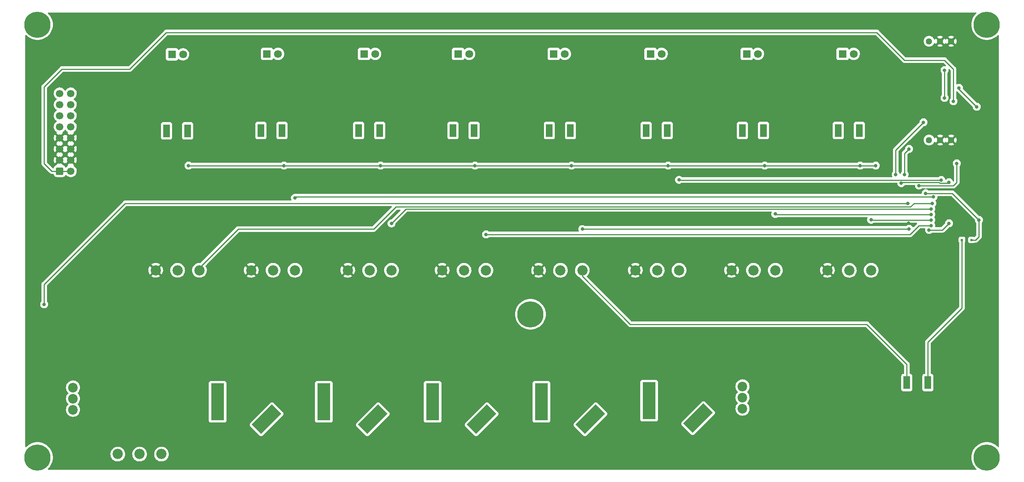
<source format=gbr>
%TF.GenerationSoftware,KiCad,Pcbnew,(6.0.0-0)*%
%TF.CreationDate,2022-11-09T21:30:39-05:00*%
%TF.ProjectId,SEQUENCER,53455155-454e-4434-9552-2e6b69636164,rev?*%
%TF.SameCoordinates,Original*%
%TF.FileFunction,Copper,L1,Top*%
%TF.FilePolarity,Positive*%
%FSLAX46Y46*%
G04 Gerber Fmt 4.6, Leading zero omitted, Abs format (unit mm)*
G04 Created by KiCad (PCBNEW (6.0.0-0)) date 2022-11-09 21:30:39*
%MOMM*%
%LPD*%
G01*
G04 APERTURE LIST*
G04 Aperture macros list*
%AMRoundRect*
0 Rectangle with rounded corners*
0 $1 Rounding radius*
0 $2 $3 $4 $5 $6 $7 $8 $9 X,Y pos of 4 corners*
0 Add a 4 corners polygon primitive as box body*
4,1,4,$2,$3,$4,$5,$6,$7,$8,$9,$2,$3,0*
0 Add four circle primitives for the rounded corners*
1,1,$1+$1,$2,$3*
1,1,$1+$1,$4,$5*
1,1,$1+$1,$6,$7*
1,1,$1+$1,$8,$9*
0 Add four rect primitives between the rounded corners*
20,1,$1+$1,$2,$3,$4,$5,0*
20,1,$1+$1,$4,$5,$6,$7,0*
20,1,$1+$1,$6,$7,$8,$9,0*
20,1,$1+$1,$8,$9,$2,$3,0*%
%AMRotRect*
0 Rectangle, with rotation*
0 The origin of the aperture is its center*
0 $1 length*
0 $2 width*
0 $3 Rotation angle, in degrees counterclockwise*
0 Add horizontal line*
21,1,$1,$2,0,0,$3*%
G04 Aperture macros list end*
%TA.AperFunction,ComponentPad*%
%ADD10C,0.800000*%
%TD*%
%TA.AperFunction,ComponentPad*%
%ADD11C,6.000000*%
%TD*%
%TA.AperFunction,ComponentPad*%
%ADD12R,1.500000X3.000000*%
%TD*%
%TA.AperFunction,SMDPad,CuDef*%
%ADD13R,0.500000X0.500000*%
%TD*%
%TA.AperFunction,ComponentPad*%
%ADD14R,1.800000X1.800000*%
%TD*%
%TA.AperFunction,ComponentPad*%
%ADD15C,1.800000*%
%TD*%
%TA.AperFunction,ComponentPad*%
%ADD16R,3.000000X8.500000*%
%TD*%
%TA.AperFunction,ComponentPad*%
%ADD17RotRect,3.000000X6.500000X315.000000*%
%TD*%
%TA.AperFunction,ComponentPad*%
%ADD18C,2.340000*%
%TD*%
%TA.AperFunction,ComponentPad*%
%ADD19C,2.200000*%
%TD*%
%TA.AperFunction,ComponentPad*%
%ADD20RoundRect,0.250000X-0.600000X-0.600000X0.600000X-0.600000X0.600000X0.600000X-0.600000X0.600000X0*%
%TD*%
%TA.AperFunction,ComponentPad*%
%ADD21C,1.700000*%
%TD*%
%TA.AperFunction,ComponentPad*%
%ADD22C,1.440000*%
%TD*%
%TA.AperFunction,ViaPad*%
%ADD23C,0.800000*%
%TD*%
%TA.AperFunction,Conductor*%
%ADD24C,0.250000*%
%TD*%
G04 APERTURE END LIST*
D10*
%TO.P,REF\u002A\u002A,1*%
%TO.N,N/C*%
X215610000Y-136398000D03*
X214950990Y-134807010D03*
X213360000Y-134148000D03*
X214950990Y-137988990D03*
X213360000Y-138648000D03*
X211110000Y-136398000D03*
D11*
X213360000Y-136398000D03*
D10*
X211769010Y-134807010D03*
X211769010Y-137988990D03*
%TD*%
%TO.P,REF\u002A\u002A,1*%
%TO.N,N/C*%
X102834000Y-169164000D03*
X102174990Y-167573010D03*
X100584000Y-166914000D03*
X102174990Y-170754990D03*
X100584000Y-171414000D03*
X98334000Y-169164000D03*
D11*
X100584000Y-169164000D03*
D10*
X98993010Y-167573010D03*
X98993010Y-170754990D03*
%TD*%
%TO.P,REF\u002A\u002A,1*%
%TO.N,N/C*%
X102834000Y-70104000D03*
X102174990Y-68513010D03*
X100584000Y-67854000D03*
X102174990Y-71694990D03*
X100584000Y-72354000D03*
X98334000Y-70104000D03*
D11*
X100584000Y-70104000D03*
D10*
X98993010Y-68513010D03*
X98993010Y-71694990D03*
%TD*%
%TO.P,REF\u002A\u002A,1*%
%TO.N,N/C*%
X320004000Y-70104000D03*
X319344990Y-68513010D03*
X317754000Y-67854000D03*
X319344990Y-71694990D03*
X317754000Y-72354000D03*
X315504000Y-70104000D03*
D11*
X317754000Y-70104000D03*
D10*
X316163010Y-68513010D03*
X316163010Y-71694990D03*
%TD*%
D11*
%TO.P,REF\u002A\u002A,1*%
%TO.N,N/C*%
X317754000Y-169164000D03*
D10*
X320004000Y-169164000D03*
X319344990Y-170754990D03*
X317754000Y-171414000D03*
X316163010Y-170754990D03*
X315504000Y-169164000D03*
X316163010Y-167573010D03*
X317754000Y-166914000D03*
X319344990Y-167573010D03*
%TD*%
D12*
%TO.P,SW11,1,A*%
%TO.N,Net-(D29-Pad2)*%
X304292000Y-152052500D03*
%TO.P,SW11,2,B*%
%TO.N,/Q4*%
X299466000Y-152052500D03*
%TD*%
D13*
%TO.P,D29,2,A*%
%TO.N,Net-(D29-Pad2)*%
X312082000Y-119380000D03*
%TO.P,D29,1,K*%
%TO.N,Net-(D2-Pad1)*%
X314282000Y-119380000D03*
%TD*%
D12*
%TO.P,SW7,1,A*%
%TO.N,Net-(D18-Pad2)*%
X239830000Y-94327500D03*
%TO.P,SW7,2,B*%
%TO.N,/Q5*%
X244656000Y-94327500D03*
%TD*%
D14*
%TO.P,D8,1,K*%
%TO.N,Net-(D8-Pad1)*%
X218701000Y-76801500D03*
D15*
%TO.P,D8,2,A*%
%TO.N,Net-(D8-Pad2)*%
X221241000Y-76801500D03*
%TD*%
D14*
%TO.P,D4,1,K*%
%TO.N,Net-(D4-Pad1)*%
X131350000Y-76905000D03*
D15*
%TO.P,D4,2,A*%
%TO.N,Net-(D4-Pad2)*%
X133890000Y-76905000D03*
%TD*%
D16*
%TO.P,J1,*%
%TO.N,*%
X141785666Y-156435000D03*
D17*
%TO.P,J1,1,Pin_1*%
%TO.N,EXT_CLOCK*%
X152995666Y-160417000D03*
%TD*%
D16*
%TO.P,J2,*%
%TO.N,*%
X190971000Y-156435000D03*
D17*
%TO.P,J2,1,Pin_1*%
%TO.N,CLOCK_OUT*%
X202181000Y-160417000D03*
%TD*%
D18*
%TO.P,RV1,1,1*%
%TO.N,Net-(R2-Pad1)*%
X128952000Y-168396000D03*
%TO.P,RV1,2,2*%
%TO.N,Net-(R3-Pad1)*%
X123952000Y-168396000D03*
%TO.P,RV1,3,3*%
X118952000Y-168396000D03*
%TD*%
D12*
%TO.P,SW3,1,A*%
%TO.N,Net-(D14-Pad2)*%
X151692000Y-94327500D03*
%TO.P,SW3,2,B*%
%TO.N,/Q1*%
X156518000Y-94327500D03*
%TD*%
%TO.P,SW4,1,A*%
%TO.N,Net-(D15-Pad2)*%
X174032000Y-94327500D03*
%TO.P,SW4,2,B*%
%TO.N,/Q2*%
X178858000Y-94327500D03*
%TD*%
D14*
%TO.P,D10,1,K*%
%TO.N,Net-(D10-Pad1)*%
X262860000Y-76801500D03*
D15*
%TO.P,D10,2,A*%
%TO.N,Net-(D10-Pad2)*%
X265400000Y-76801500D03*
%TD*%
D18*
%TO.P,RV9,1,1*%
%TO.N,/Q7*%
X291300000Y-126331500D03*
%TO.P,RV9,2,2*%
%TO.N,Net-(D28-Pad2)*%
X286300000Y-126331500D03*
%TO.P,RV9,3,3*%
%TO.N,GND*%
X281300000Y-126331500D03*
%TD*%
%TO.P,RV7,1,1*%
%TO.N,/Q5*%
X247358000Y-126331500D03*
%TO.P,RV7,2,2*%
%TO.N,Net-(D26-Pad2)*%
X242358000Y-126331500D03*
%TO.P,RV7,3,3*%
%TO.N,GND*%
X237358000Y-126331500D03*
%TD*%
D16*
%TO.P,J6,*%
%TO.N,*%
X240500994Y-156181000D03*
D17*
%TO.P,J6,1,Pin_1*%
%TO.N,CV_OUT*%
X251710994Y-160163000D03*
%TD*%
D18*
%TO.P,RV6,1,1*%
%TO.N,/Q4*%
X225230000Y-126331500D03*
%TO.P,RV6,2,2*%
%TO.N,Net-(D25-Pad2)*%
X220230000Y-126331500D03*
%TO.P,RV6,3,3*%
%TO.N,GND*%
X215230000Y-126331500D03*
%TD*%
D12*
%TO.P,SW2,1,A*%
%TO.N,Net-(D13-Pad2)*%
X130090000Y-94421000D03*
%TO.P,SW2,2,B*%
%TO.N,/Q0*%
X134916000Y-94421000D03*
%TD*%
D18*
%TO.P,RV8,1,1*%
%TO.N,/Q6*%
X269384000Y-126331500D03*
%TO.P,RV8,2,2*%
%TO.N,Net-(D27-Pad2)*%
X264384000Y-126331500D03*
%TO.P,RV8,3,3*%
%TO.N,GND*%
X259384000Y-126331500D03*
%TD*%
D14*
%TO.P,D5,1,K*%
%TO.N,Net-(D5-Pad1)*%
X153090143Y-76801500D03*
D15*
%TO.P,D5,2,A*%
%TO.N,Net-(D5-Pad2)*%
X155630143Y-76801500D03*
%TD*%
D18*
%TO.P,RV2,1,1*%
%TO.N,/Q0*%
X137630000Y-126325500D03*
%TO.P,RV2,2,2*%
%TO.N,Net-(D21-Pad2)*%
X132630000Y-126325500D03*
%TO.P,RV2,3,3*%
%TO.N,GND*%
X127630000Y-126325500D03*
%TD*%
D14*
%TO.P,D7,1,K*%
%TO.N,Net-(D7-Pad1)*%
X196802429Y-76801500D03*
D15*
%TO.P,D7,2,A*%
%TO.N,Net-(D7-Pad2)*%
X199342429Y-76801500D03*
%TD*%
D12*
%TO.P,SW8,1,A*%
%TO.N,Net-(D19-Pad2)*%
X261844000Y-94327500D03*
%TO.P,SW8,2,B*%
%TO.N,/Q6*%
X266670000Y-94327500D03*
%TD*%
D18*
%TO.P,RV4,1,1*%
%TO.N,/Q2*%
X181572000Y-126331500D03*
%TO.P,RV4,2,2*%
%TO.N,Net-(D23-Pad2)*%
X176572000Y-126331500D03*
%TO.P,RV4,3,3*%
%TO.N,GND*%
X171572000Y-126331500D03*
%TD*%
D12*
%TO.P,SW5,1,A*%
%TO.N,Net-(D16-Pad2)*%
X195622000Y-94327500D03*
%TO.P,SW5,2,B*%
%TO.N,/Q3*%
X200448000Y-94327500D03*
%TD*%
D18*
%TO.P,RV3,1,1*%
%TO.N,/Q1*%
X159486000Y-126331500D03*
%TO.P,RV3,2,2*%
%TO.N,Net-(D22-Pad2)*%
X154486000Y-126331500D03*
%TO.P,RV3,3,3*%
%TO.N,GND*%
X149486000Y-126331500D03*
%TD*%
D12*
%TO.P,SW9,1,A*%
%TO.N,Net-(D20-Pad2)*%
X283772000Y-94327500D03*
%TO.P,SW9,2,B*%
%TO.N,/Q7*%
X288598000Y-94327500D03*
%TD*%
D14*
%TO.P,D11,1,K*%
%TO.N,Net-(D11-Pad1)*%
X284788000Y-76801500D03*
D15*
%TO.P,D11,2,A*%
%TO.N,Net-(D11-Pad2)*%
X287328000Y-76801500D03*
%TD*%
D16*
%TO.P,J3,*%
%TO.N,*%
X166079000Y-156435000D03*
D17*
%TO.P,J3,1,Pin_1*%
%TO.N,RESET_IN*%
X177289000Y-160417000D03*
%TD*%
D12*
%TO.P,SW6,1,A*%
%TO.N,Net-(D17-Pad2)*%
X217690000Y-94327500D03*
%TO.P,SW6,2,B*%
%TO.N,/Q4*%
X222516000Y-94327500D03*
%TD*%
D18*
%TO.P,RV5,1,1*%
%TO.N,/Q3*%
X203162000Y-126331500D03*
%TO.P,RV5,2,2*%
%TO.N,Net-(D24-Pad2)*%
X198162000Y-126331500D03*
%TO.P,RV5,3,3*%
%TO.N,GND*%
X193162000Y-126331500D03*
%TD*%
D16*
%TO.P,J5,*%
%TO.N,*%
X215863000Y-156435000D03*
D17*
%TO.P,J5,1,Pin_1*%
%TO.N,GATE_OUT*%
X227073000Y-160417000D03*
%TD*%
D14*
%TO.P,D9,1,K*%
%TO.N,Net-(D9-Pad1)*%
X240846000Y-76801500D03*
D15*
%TO.P,D9,2,A*%
%TO.N,Net-(D9-Pad2)*%
X243386000Y-76801500D03*
%TD*%
D19*
%TO.P,SW1,1,A*%
%TO.N,Net-(D1-Pad1)*%
X108712000Y-158242000D03*
%TO.P,SW1,2,B*%
%TO.N,Net-(SW1-Pad2)*%
X108712000Y-155702000D03*
%TO.P,SW1,3,C*%
%TO.N,Net-(R3-Pad1)*%
X108712000Y-153162000D03*
%TD*%
D14*
%TO.P,D6,1,K*%
%TO.N,Net-(D6-Pad1)*%
X175297000Y-76801500D03*
D15*
%TO.P,D6,2,A*%
%TO.N,Net-(D6-Pad2)*%
X177837000Y-76801500D03*
%TD*%
D19*
%TO.P,SW10,1,A*%
%TO.N,Net-(R30-Pad2)*%
X261874000Y-152908000D03*
%TO.P,SW10,2,B*%
%TO.N,Net-(R28-Pad2)*%
X261874000Y-155448000D03*
%TO.P,SW10,3,C*%
%TO.N,Net-(R29-Pad2)*%
X261874000Y-157988000D03*
%TD*%
D20*
%TO.P,J4,1,Pin_1*%
%TO.N,-12V*%
X105664000Y-103632000D03*
D21*
%TO.P,J4,2,Pin_2*%
X108204000Y-103632000D03*
%TO.P,J4,3,Pin_3*%
%TO.N,GND*%
X105664000Y-101092000D03*
%TO.P,J4,4,Pin_4*%
X108204000Y-101092000D03*
%TO.P,J4,5,Pin_5*%
X105664000Y-98552000D03*
%TO.P,J4,6,Pin_6*%
X108204000Y-98552000D03*
%TO.P,J4,7,Pin_7*%
X105664000Y-96012000D03*
%TO.P,J4,8,Pin_8*%
X108204000Y-96012000D03*
%TO.P,J4,9,Pin_9*%
%TO.N,+12V*%
X105664000Y-93472000D03*
%TO.P,J4,10,Pin_10*%
X108204000Y-93472000D03*
%TO.P,J4,11,Pin_11*%
%TO.N,unconnected-(J4-Pad11)*%
X105664000Y-90932000D03*
%TO.P,J4,12,Pin_12*%
%TO.N,unconnected-(J4-Pad12)*%
X108204000Y-90932000D03*
%TO.P,J4,13,Pin_13*%
%TO.N,unconnected-(J4-Pad13)*%
X105664000Y-88392000D03*
%TO.P,J4,14,Pin_14*%
%TO.N,unconnected-(J4-Pad14)*%
X108204000Y-88392000D03*
%TO.P,J4,15,Pin_15*%
%TO.N,unconnected-(J4-Pad15)*%
X105664000Y-85852000D03*
%TO.P,J4,16,Pin_16*%
%TO.N,unconnected-(J4-Pad16)*%
X108204000Y-85852000D03*
%TD*%
D22*
%TO.P,RV10,1,1*%
%TO.N,GND*%
X309626000Y-73914000D03*
%TO.P,RV10,2,2*%
X307086000Y-73914000D03*
%TO.P,RV10,3,3*%
%TO.N,Net-(R29-Pad1)*%
X304546000Y-73914000D03*
%TD*%
%TO.P,RV11,1,1*%
%TO.N,GND*%
X309636000Y-96520000D03*
%TO.P,RV11,2,2*%
X307096000Y-96520000D03*
%TO.P,RV11,3,3*%
%TO.N,Net-(R30-Pad1)*%
X304556000Y-96520000D03*
%TD*%
D23*
%TO.N,/Q8*%
X304546000Y-117094000D03*
X309118000Y-115570000D03*
%TO.N,/Q3*%
X305054000Y-116078000D03*
X203200000Y-118110000D03*
%TO.N,/Q4*%
X299974000Y-116840000D03*
X225230000Y-116908000D03*
%TO.N,GND*%
X310896000Y-117348000D03*
X309118000Y-117348000D03*
%TO.N,/Q7*%
X291300000Y-114770000D03*
X305054000Y-114808000D03*
%TO.N,/Q6*%
X305054000Y-113538000D03*
X269384000Y-113428000D03*
%TO.N,/Q2*%
X181572000Y-115608000D03*
X305054000Y-112268000D03*
%TO.N,/Q1*%
X305547088Y-109548989D03*
X159486000Y-109754000D03*
%TO.N,/Q5*%
X307340000Y-105664000D03*
X247358000Y-105626000D03*
%TO.N,-12V*%
X310134000Y-87630000D03*
%TO.N,+12V*%
X310896000Y-101854000D03*
X302260000Y-106934000D03*
%TO.N,GND*%
X115824000Y-133858000D03*
X311150000Y-108458000D03*
X106680000Y-164592000D03*
X287782000Y-83312000D03*
X312674000Y-101346000D03*
X178054000Y-83312000D03*
X304292000Y-101346000D03*
X155702000Y-83312000D03*
X115824000Y-132334000D03*
X133858000Y-83058000D03*
X221488000Y-83312000D03*
X243840000Y-83312000D03*
X199390000Y-83312000D03*
X299893667Y-115532500D03*
X265938000Y-83312000D03*
X110998000Y-126238000D03*
%TO.N,CV_OUT*%
X298958000Y-104394000D03*
X299974000Y-98552000D03*
%TO.N,RESET_IN*%
X309118000Y-106172000D03*
X298196000Y-106388500D03*
%TO.N,Net-(D2-Pad1)*%
X315976000Y-114808000D03*
X303784000Y-108712000D03*
%TO.N,/CLOCK*%
X299697776Y-110998000D03*
X102108000Y-134112000D03*
%TO.N,/Q0*%
X305308000Y-110998000D03*
%TO.N,Net-(D13-Pad1)*%
X179070000Y-102362000D03*
X222758000Y-102362000D03*
X135128000Y-102362000D03*
X244856000Y-102362000D03*
X156972000Y-102362000D03*
X292354000Y-102362000D03*
X266954000Y-102362000D03*
X288798000Y-102362000D03*
X200660000Y-102362000D03*
%TO.N,Net-(D21-Pad1)*%
X296926000Y-104394000D03*
X303276000Y-92456000D03*
%TO.N,Net-(R28-Pad2)*%
X311404000Y-84582000D03*
X315468000Y-88900000D03*
%TO.N,Net-(R33-Pad1)*%
X308102000Y-80518000D03*
X308102000Y-86868000D03*
%TD*%
D24*
%TO.N,/Q4*%
X299466000Y-152052500D02*
X299466000Y-147828000D01*
X299466000Y-147828000D02*
X290322000Y-138684000D01*
X290322000Y-138684000D02*
X236220000Y-138684000D01*
X225230000Y-127694000D02*
X225230000Y-126331500D01*
X236220000Y-138684000D02*
X225230000Y-127694000D01*
%TO.N,Net-(D29-Pad2)*%
X304292000Y-152052500D02*
X304292000Y-142748000D01*
X304292000Y-142748000D02*
X312082000Y-134958000D01*
X312082000Y-134958000D02*
X312082000Y-119380000D01*
%TO.N,Net-(D2-Pad1)*%
X314282000Y-119380000D02*
X315214000Y-119380000D01*
X315976000Y-118618000D02*
X315976000Y-114808000D01*
X315214000Y-119380000D02*
X315976000Y-118618000D01*
%TO.N,/Q8*%
X307594000Y-117094000D02*
X304546000Y-117094000D01*
X309118000Y-115570000D02*
X307594000Y-117094000D01*
%TO.N,/Q3*%
X301498000Y-116840000D02*
X300228000Y-118110000D01*
X305054000Y-116078000D02*
X302260000Y-116078000D01*
X297434000Y-118110000D02*
X203200000Y-118110000D01*
X302260000Y-116078000D02*
X301498000Y-116840000D01*
X300228000Y-118110000D02*
X297434000Y-118110000D01*
%TO.N,/Q4*%
X225298000Y-116840000D02*
X225230000Y-116908000D01*
X299974000Y-116840000D02*
X225298000Y-116840000D01*
%TO.N,/Q7*%
X291338000Y-114808000D02*
X291300000Y-114770000D01*
X305054000Y-114808000D02*
X291338000Y-114808000D01*
%TO.N,/Q6*%
X269494000Y-113538000D02*
X269384000Y-113428000D01*
X305054000Y-113538000D02*
X269494000Y-113538000D01*
%TO.N,/CLOCK*%
X102108000Y-129540000D02*
X120650000Y-110998000D01*
X102108000Y-134112000D02*
X102108000Y-129540000D01*
X120650000Y-110998000D02*
X299697776Y-110998000D01*
%TO.N,/Q0*%
X177478194Y-116907806D02*
X182567511Y-111818489D01*
X182567511Y-111818489D02*
X300295807Y-111818489D01*
X300295807Y-111818489D02*
X301116296Y-110998000D01*
X137630000Y-125768000D02*
X146490194Y-116907806D01*
X146490194Y-116907806D02*
X177478194Y-116907806D01*
X301116296Y-110998000D02*
X305308000Y-110998000D01*
%TO.N,/Q1*%
X305485948Y-109487849D02*
X305547088Y-109548989D01*
X159752151Y-109487849D02*
X305485948Y-109487849D01*
X159486000Y-109754000D02*
X159752151Y-109487849D01*
%TO.N,/Q2*%
X305054000Y-112268000D02*
X184912000Y-112268000D01*
X184912000Y-112268000D02*
X181572000Y-115608000D01*
%TO.N,RESET_IN*%
X307039901Y-106388501D02*
X306823400Y-106172000D01*
X298412500Y-106172000D02*
X298196000Y-106388500D01*
X308901499Y-106388501D02*
X307039901Y-106388501D01*
X309118000Y-106172000D02*
X308901499Y-106388501D01*
X306823400Y-106172000D02*
X298412500Y-106172000D01*
%TO.N,/Q5*%
X307340000Y-105664000D02*
X247396000Y-105664000D01*
X247396000Y-105664000D02*
X247358000Y-105626000D01*
%TO.N,+12V*%
X310134000Y-106934000D02*
X310896000Y-106172000D01*
%TO.N,Net-(D2-Pad1)*%
X303784000Y-108712000D02*
X309880000Y-108712000D01*
%TO.N,-12V*%
X121666000Y-80264000D02*
X106172000Y-80264000D01*
X103886000Y-103632000D02*
X105664000Y-103632000D01*
X102108000Y-101854000D02*
X103886000Y-103632000D01*
X292608000Y-71882000D02*
X130048000Y-71882000D01*
X106172000Y-80264000D02*
X102108000Y-84328000D01*
X310134000Y-80264000D02*
X308102000Y-78232000D01*
X130048000Y-71882000D02*
X121666000Y-80264000D01*
X105664000Y-103632000D02*
X108204000Y-103632000D01*
X102108000Y-84328000D02*
X102108000Y-101854000D01*
X310134000Y-87630000D02*
X310134000Y-80264000D01*
X298958000Y-78232000D02*
X292608000Y-71882000D01*
X308102000Y-78232000D02*
X298958000Y-78232000D01*
%TO.N,+12V*%
X310134000Y-106934000D02*
X302260000Y-106934000D01*
X310896000Y-101854000D02*
X310896000Y-106172000D01*
%TO.N,CV_OUT*%
X298958000Y-99568000D02*
X298958000Y-104394000D01*
X299974000Y-98552000D02*
X298958000Y-99568000D01*
%TO.N,Net-(D2-Pad1)*%
X315976000Y-114808000D02*
X309880000Y-108712000D01*
%TO.N,Net-(D13-Pad1)*%
X179070000Y-102362000D02*
X156972000Y-102362000D01*
X222758000Y-102362000D02*
X200660000Y-102362000D01*
X288798000Y-102362000D02*
X266954000Y-102362000D01*
X200660000Y-102362000D02*
X179070000Y-102362000D01*
X266954000Y-102362000D02*
X244856000Y-102362000D01*
X292354000Y-102362000D02*
X288798000Y-102362000D01*
X135128000Y-102362000D02*
X156972000Y-102362000D01*
X244856000Y-102362000D02*
X222758000Y-102362000D01*
%TO.N,Net-(D21-Pad1)*%
X303276000Y-92456000D02*
X296926000Y-98806000D01*
X296926000Y-98806000D02*
X296926000Y-104394000D01*
%TO.N,Net-(R28-Pad2)*%
X315468000Y-88900000D02*
X311404000Y-84836000D01*
X311404000Y-84836000D02*
X311404000Y-84582000D01*
%TO.N,Net-(R33-Pad1)*%
X308102000Y-86868000D02*
X308102000Y-80518000D01*
%TD*%
%TA.AperFunction,Conductor*%
%TO.N,GND*%
G36*
X315350162Y-67330002D02*
G01*
X315396655Y-67383658D01*
X315406759Y-67453932D01*
X315377265Y-67518512D01*
X315371136Y-67525095D01*
X315143098Y-67753133D01*
X314911668Y-68038925D01*
X314711380Y-68347343D01*
X314544427Y-68675006D01*
X314412639Y-69018326D01*
X314317459Y-69373541D01*
X314259931Y-69736759D01*
X314240685Y-70104000D01*
X314259931Y-70471241D01*
X314317459Y-70834459D01*
X314412639Y-71189674D01*
X314413824Y-71192762D01*
X314413825Y-71192764D01*
X314440988Y-71263526D01*
X314544427Y-71532994D01*
X314711380Y-71860657D01*
X314911668Y-72169075D01*
X315143098Y-72454867D01*
X315403133Y-72714902D01*
X315688925Y-72946332D01*
X315724322Y-72969319D01*
X315965330Y-73125831D01*
X315997342Y-73146620D01*
X316000276Y-73148115D01*
X316000283Y-73148119D01*
X316303048Y-73302385D01*
X316325006Y-73313573D01*
X316668326Y-73445361D01*
X317023541Y-73540541D01*
X317216558Y-73571112D01*
X317383511Y-73597555D01*
X317383519Y-73597556D01*
X317386759Y-73598069D01*
X317754000Y-73617315D01*
X318121241Y-73598069D01*
X318124481Y-73597556D01*
X318124489Y-73597555D01*
X318291442Y-73571112D01*
X318484459Y-73540541D01*
X318839674Y-73445361D01*
X319182994Y-73313573D01*
X319204952Y-73302385D01*
X319507717Y-73148119D01*
X319507724Y-73148115D01*
X319510658Y-73146620D01*
X319542671Y-73125831D01*
X319783678Y-72969319D01*
X319819075Y-72946332D01*
X320104867Y-72714902D01*
X320332905Y-72486864D01*
X320395217Y-72452838D01*
X320466032Y-72457903D01*
X320522868Y-72500450D01*
X320547679Y-72566970D01*
X320548000Y-72575959D01*
X320548000Y-166692041D01*
X320527998Y-166760162D01*
X320474342Y-166806655D01*
X320404068Y-166816759D01*
X320339488Y-166787265D01*
X320332905Y-166781136D01*
X320104867Y-166553098D01*
X319819075Y-166321668D01*
X319510658Y-166121380D01*
X319507724Y-166119885D01*
X319507717Y-166119881D01*
X319185934Y-165955925D01*
X319182994Y-165954427D01*
X318839674Y-165822639D01*
X318484459Y-165727459D01*
X318291442Y-165696888D01*
X318124489Y-165670445D01*
X318124481Y-165670444D01*
X318121241Y-165669931D01*
X317754000Y-165650685D01*
X317386759Y-165669931D01*
X317383519Y-165670444D01*
X317383511Y-165670445D01*
X317216558Y-165696888D01*
X317023541Y-165727459D01*
X316668326Y-165822639D01*
X316325006Y-165954427D01*
X316322066Y-165955925D01*
X316000284Y-166119881D01*
X316000277Y-166119885D01*
X315997343Y-166121380D01*
X315688925Y-166321668D01*
X315403133Y-166553098D01*
X315143098Y-166813133D01*
X314911668Y-167098925D01*
X314711380Y-167407343D01*
X314709885Y-167410277D01*
X314709881Y-167410284D01*
X314599031Y-167627839D01*
X314544427Y-167735006D01*
X314412639Y-168078326D01*
X314317459Y-168433541D01*
X314309453Y-168484092D01*
X314270255Y-168731578D01*
X314259931Y-168796759D01*
X314240685Y-169164000D01*
X314259931Y-169531241D01*
X314260444Y-169534481D01*
X314260445Y-169534489D01*
X314282325Y-169672633D01*
X314317459Y-169894459D01*
X314412639Y-170249674D01*
X314544427Y-170592994D01*
X314711380Y-170920657D01*
X314911668Y-171229075D01*
X315143098Y-171514867D01*
X315371136Y-171742905D01*
X315405162Y-171805217D01*
X315400097Y-171876032D01*
X315357550Y-171932868D01*
X315291030Y-171957679D01*
X315282041Y-171958000D01*
X103055959Y-171958000D01*
X102987838Y-171937998D01*
X102941345Y-171884342D01*
X102931241Y-171814068D01*
X102960735Y-171749488D01*
X102966864Y-171742905D01*
X103194902Y-171514867D01*
X103426332Y-171229075D01*
X103626620Y-170920657D01*
X103793573Y-170592994D01*
X103925361Y-170249674D01*
X104020541Y-169894459D01*
X104055675Y-169672633D01*
X104077555Y-169534489D01*
X104077556Y-169534481D01*
X104078069Y-169531241D01*
X104097315Y-169164000D01*
X104078069Y-168796759D01*
X104067746Y-168731578D01*
X104028547Y-168484092D01*
X104020541Y-168433541D01*
X103998676Y-168351939D01*
X117269370Y-168351939D01*
X117281339Y-168601131D01*
X117330010Y-168845818D01*
X117414314Y-169080622D01*
X117532398Y-169300386D01*
X117681668Y-169500283D01*
X117858844Y-169675921D01*
X117862606Y-169678679D01*
X117862609Y-169678682D01*
X118052265Y-169817742D01*
X118060036Y-169823440D01*
X118064171Y-169825616D01*
X118064175Y-169825618D01*
X118180009Y-169886561D01*
X118280823Y-169939602D01*
X118516354Y-170021853D01*
X118520947Y-170022725D01*
X118756867Y-170067516D01*
X118756870Y-170067516D01*
X118761456Y-170068387D01*
X118886100Y-170073285D01*
X119006075Y-170077999D01*
X119006081Y-170077999D01*
X119010743Y-170078182D01*
X119108134Y-170067516D01*
X119254087Y-170051532D01*
X119254092Y-170051531D01*
X119258740Y-170051022D01*
X119263264Y-170049831D01*
X119495476Y-169988694D01*
X119495478Y-169988693D01*
X119499999Y-169987503D01*
X119504296Y-169985657D01*
X119724924Y-169890868D01*
X119724926Y-169890867D01*
X119729218Y-169889023D01*
X119839667Y-169820675D01*
X119937391Y-169760202D01*
X119937395Y-169760199D01*
X119941364Y-169757743D01*
X120131775Y-169596548D01*
X120152319Y-169573122D01*
X120293187Y-169412494D01*
X120293191Y-169412489D01*
X120296269Y-169408979D01*
X120431231Y-169199157D01*
X120533697Y-168971691D01*
X120534967Y-168967188D01*
X120600146Y-168736082D01*
X120600147Y-168736079D01*
X120601416Y-168731578D01*
X120632900Y-168484092D01*
X120635207Y-168396000D01*
X120631933Y-168351939D01*
X122269370Y-168351939D01*
X122281339Y-168601131D01*
X122330010Y-168845818D01*
X122414314Y-169080622D01*
X122532398Y-169300386D01*
X122681668Y-169500283D01*
X122858844Y-169675921D01*
X122862606Y-169678679D01*
X122862609Y-169678682D01*
X123052265Y-169817742D01*
X123060036Y-169823440D01*
X123064171Y-169825616D01*
X123064175Y-169825618D01*
X123180009Y-169886561D01*
X123280823Y-169939602D01*
X123516354Y-170021853D01*
X123520947Y-170022725D01*
X123756867Y-170067516D01*
X123756870Y-170067516D01*
X123761456Y-170068387D01*
X123886100Y-170073285D01*
X124006075Y-170077999D01*
X124006081Y-170077999D01*
X124010743Y-170078182D01*
X124108134Y-170067516D01*
X124254087Y-170051532D01*
X124254092Y-170051531D01*
X124258740Y-170051022D01*
X124263264Y-170049831D01*
X124495476Y-169988694D01*
X124495478Y-169988693D01*
X124499999Y-169987503D01*
X124504296Y-169985657D01*
X124724924Y-169890868D01*
X124724926Y-169890867D01*
X124729218Y-169889023D01*
X124839667Y-169820675D01*
X124937391Y-169760202D01*
X124937395Y-169760199D01*
X124941364Y-169757743D01*
X125131775Y-169596548D01*
X125152319Y-169573122D01*
X125293187Y-169412494D01*
X125293191Y-169412489D01*
X125296269Y-169408979D01*
X125431231Y-169199157D01*
X125533697Y-168971691D01*
X125534967Y-168967188D01*
X125600146Y-168736082D01*
X125600147Y-168736079D01*
X125601416Y-168731578D01*
X125632900Y-168484092D01*
X125635207Y-168396000D01*
X125631933Y-168351939D01*
X127269370Y-168351939D01*
X127281339Y-168601131D01*
X127330010Y-168845818D01*
X127414314Y-169080622D01*
X127532398Y-169300386D01*
X127681668Y-169500283D01*
X127858844Y-169675921D01*
X127862606Y-169678679D01*
X127862609Y-169678682D01*
X128052265Y-169817742D01*
X128060036Y-169823440D01*
X128064171Y-169825616D01*
X128064175Y-169825618D01*
X128180009Y-169886561D01*
X128280823Y-169939602D01*
X128516354Y-170021853D01*
X128520947Y-170022725D01*
X128756867Y-170067516D01*
X128756870Y-170067516D01*
X128761456Y-170068387D01*
X128886100Y-170073285D01*
X129006075Y-170077999D01*
X129006081Y-170077999D01*
X129010743Y-170078182D01*
X129108134Y-170067516D01*
X129254087Y-170051532D01*
X129254092Y-170051531D01*
X129258740Y-170051022D01*
X129263264Y-170049831D01*
X129495476Y-169988694D01*
X129495478Y-169988693D01*
X129499999Y-169987503D01*
X129504296Y-169985657D01*
X129724924Y-169890868D01*
X129724926Y-169890867D01*
X129729218Y-169889023D01*
X129839667Y-169820675D01*
X129937391Y-169760202D01*
X129937395Y-169760199D01*
X129941364Y-169757743D01*
X130131775Y-169596548D01*
X130152319Y-169573122D01*
X130293187Y-169412494D01*
X130293191Y-169412489D01*
X130296269Y-169408979D01*
X130431231Y-169199157D01*
X130533697Y-168971691D01*
X130534967Y-168967188D01*
X130600146Y-168736082D01*
X130600147Y-168736079D01*
X130601416Y-168731578D01*
X130632900Y-168484092D01*
X130635207Y-168396000D01*
X130616718Y-168147206D01*
X130561659Y-167903878D01*
X130559966Y-167899524D01*
X130472931Y-167675714D01*
X130472930Y-167675712D01*
X130471238Y-167671361D01*
X130347442Y-167454763D01*
X130192990Y-167258842D01*
X130011276Y-167087902D01*
X129895160Y-167007350D01*
X129810130Y-166948362D01*
X129810125Y-166948359D01*
X129806292Y-166945700D01*
X129802110Y-166943637D01*
X129802102Y-166943633D01*
X129586728Y-166837423D01*
X129586725Y-166837422D01*
X129582540Y-166835358D01*
X129344937Y-166759300D01*
X129340330Y-166758550D01*
X129340327Y-166758549D01*
X129103312Y-166719949D01*
X129103313Y-166719949D01*
X129098701Y-166719198D01*
X128977753Y-166717615D01*
X128853920Y-166715994D01*
X128853917Y-166715994D01*
X128849243Y-166715933D01*
X128602042Y-166749575D01*
X128597556Y-166750883D01*
X128597554Y-166750883D01*
X128563788Y-166760725D01*
X128362528Y-166819387D01*
X128135965Y-166923834D01*
X128132056Y-166926397D01*
X127931242Y-167058056D01*
X127931237Y-167058060D01*
X127927329Y-167060622D01*
X127741202Y-167226746D01*
X127581675Y-167418557D01*
X127452252Y-167631840D01*
X127450443Y-167636154D01*
X127450442Y-167636156D01*
X127410224Y-167732066D01*
X127355775Y-167861911D01*
X127354624Y-167866443D01*
X127354623Y-167866446D01*
X127345117Y-167903878D01*
X127294365Y-168103714D01*
X127269370Y-168351939D01*
X125631933Y-168351939D01*
X125616718Y-168147206D01*
X125561659Y-167903878D01*
X125559966Y-167899524D01*
X125472931Y-167675714D01*
X125472930Y-167675712D01*
X125471238Y-167671361D01*
X125347442Y-167454763D01*
X125192990Y-167258842D01*
X125011276Y-167087902D01*
X124895160Y-167007350D01*
X124810130Y-166948362D01*
X124810125Y-166948359D01*
X124806292Y-166945700D01*
X124802110Y-166943637D01*
X124802102Y-166943633D01*
X124586728Y-166837423D01*
X124586725Y-166837422D01*
X124582540Y-166835358D01*
X124344937Y-166759300D01*
X124340330Y-166758550D01*
X124340327Y-166758549D01*
X124103312Y-166719949D01*
X124103313Y-166719949D01*
X124098701Y-166719198D01*
X123977753Y-166717615D01*
X123853920Y-166715994D01*
X123853917Y-166715994D01*
X123849243Y-166715933D01*
X123602042Y-166749575D01*
X123597556Y-166750883D01*
X123597554Y-166750883D01*
X123563788Y-166760725D01*
X123362528Y-166819387D01*
X123135965Y-166923834D01*
X123132056Y-166926397D01*
X122931242Y-167058056D01*
X122931237Y-167058060D01*
X122927329Y-167060622D01*
X122741202Y-167226746D01*
X122581675Y-167418557D01*
X122452252Y-167631840D01*
X122450443Y-167636154D01*
X122450442Y-167636156D01*
X122410224Y-167732066D01*
X122355775Y-167861911D01*
X122354624Y-167866443D01*
X122354623Y-167866446D01*
X122345117Y-167903878D01*
X122294365Y-168103714D01*
X122269370Y-168351939D01*
X120631933Y-168351939D01*
X120616718Y-168147206D01*
X120561659Y-167903878D01*
X120559966Y-167899524D01*
X120472931Y-167675714D01*
X120472930Y-167675712D01*
X120471238Y-167671361D01*
X120347442Y-167454763D01*
X120192990Y-167258842D01*
X120011276Y-167087902D01*
X119895160Y-167007350D01*
X119810130Y-166948362D01*
X119810125Y-166948359D01*
X119806292Y-166945700D01*
X119802110Y-166943637D01*
X119802102Y-166943633D01*
X119586728Y-166837423D01*
X119586725Y-166837422D01*
X119582540Y-166835358D01*
X119344937Y-166759300D01*
X119340330Y-166758550D01*
X119340327Y-166758549D01*
X119103312Y-166719949D01*
X119103313Y-166719949D01*
X119098701Y-166719198D01*
X118977753Y-166717615D01*
X118853920Y-166715994D01*
X118853917Y-166715994D01*
X118849243Y-166715933D01*
X118602042Y-166749575D01*
X118597556Y-166750883D01*
X118597554Y-166750883D01*
X118563788Y-166760725D01*
X118362528Y-166819387D01*
X118135965Y-166923834D01*
X118132056Y-166926397D01*
X117931242Y-167058056D01*
X117931237Y-167058060D01*
X117927329Y-167060622D01*
X117741202Y-167226746D01*
X117581675Y-167418557D01*
X117452252Y-167631840D01*
X117450443Y-167636154D01*
X117450442Y-167636156D01*
X117410224Y-167732066D01*
X117355775Y-167861911D01*
X117354624Y-167866443D01*
X117354623Y-167866446D01*
X117345117Y-167903878D01*
X117294365Y-168103714D01*
X117269370Y-168351939D01*
X103998676Y-168351939D01*
X103925361Y-168078326D01*
X103793573Y-167735006D01*
X103738969Y-167627839D01*
X103628119Y-167410284D01*
X103628115Y-167410277D01*
X103626620Y-167407343D01*
X103426332Y-167098925D01*
X103194902Y-166813133D01*
X102934867Y-166553098D01*
X102649075Y-166321668D01*
X102340658Y-166121380D01*
X102337724Y-166119885D01*
X102337717Y-166119881D01*
X102015934Y-165955925D01*
X102012994Y-165954427D01*
X101669674Y-165822639D01*
X101314459Y-165727459D01*
X101121442Y-165696888D01*
X100954489Y-165670445D01*
X100954481Y-165670444D01*
X100951241Y-165669931D01*
X100584000Y-165650685D01*
X100216759Y-165669931D01*
X100213519Y-165670444D01*
X100213511Y-165670445D01*
X100046558Y-165696888D01*
X99853541Y-165727459D01*
X99498326Y-165822639D01*
X99155006Y-165954427D01*
X99152066Y-165955925D01*
X98830284Y-166119881D01*
X98830277Y-166119885D01*
X98827343Y-166121380D01*
X98518925Y-166321668D01*
X98233133Y-166553098D01*
X98005095Y-166781136D01*
X97942783Y-166815162D01*
X97871968Y-166810097D01*
X97815132Y-166767550D01*
X97790321Y-166701030D01*
X97790000Y-166692041D01*
X97790000Y-161654437D01*
X149123180Y-161654437D01*
X149124453Y-161663326D01*
X149133770Y-161728381D01*
X149143829Y-161798623D01*
X149204116Y-161931219D01*
X149209063Y-161937372D01*
X149209065Y-161937375D01*
X149229853Y-161963229D01*
X149243309Y-161979965D01*
X151432701Y-164169357D01*
X151435363Y-164171497D01*
X151475291Y-164203601D01*
X151475294Y-164203603D01*
X151481447Y-164208550D01*
X151614043Y-164268837D01*
X151622926Y-164270109D01*
X151622929Y-164270110D01*
X151749340Y-164288213D01*
X151758229Y-164289486D01*
X151767118Y-164288213D01*
X151893529Y-164270110D01*
X151893532Y-164270109D01*
X151902415Y-164268837D01*
X152035011Y-164208550D01*
X152041164Y-164203603D01*
X152041167Y-164203601D01*
X152081095Y-164171497D01*
X152083757Y-164169357D01*
X154598677Y-161654437D01*
X173416514Y-161654437D01*
X173417787Y-161663326D01*
X173427104Y-161728381D01*
X173437163Y-161798623D01*
X173497450Y-161931219D01*
X173502397Y-161937372D01*
X173502399Y-161937375D01*
X173523187Y-161963229D01*
X173536643Y-161979965D01*
X175726035Y-164169357D01*
X175728697Y-164171497D01*
X175768625Y-164203601D01*
X175768628Y-164203603D01*
X175774781Y-164208550D01*
X175907377Y-164268837D01*
X175916260Y-164270109D01*
X175916263Y-164270110D01*
X176042674Y-164288213D01*
X176051563Y-164289486D01*
X176060452Y-164288213D01*
X176186863Y-164270110D01*
X176186866Y-164270109D01*
X176195749Y-164268837D01*
X176328345Y-164208550D01*
X176334498Y-164203603D01*
X176334501Y-164203601D01*
X176374429Y-164171497D01*
X176377091Y-164169357D01*
X178892011Y-161654437D01*
X198308514Y-161654437D01*
X198309787Y-161663326D01*
X198319104Y-161728381D01*
X198329163Y-161798623D01*
X198389450Y-161931219D01*
X198394397Y-161937372D01*
X198394399Y-161937375D01*
X198415187Y-161963229D01*
X198428643Y-161979965D01*
X200618035Y-164169357D01*
X200620697Y-164171497D01*
X200660625Y-164203601D01*
X200660628Y-164203603D01*
X200666781Y-164208550D01*
X200799377Y-164268837D01*
X200808260Y-164270109D01*
X200808263Y-164270110D01*
X200934674Y-164288213D01*
X200943563Y-164289486D01*
X200952452Y-164288213D01*
X201078863Y-164270110D01*
X201078866Y-164270109D01*
X201087749Y-164268837D01*
X201220345Y-164208550D01*
X201226498Y-164203603D01*
X201226501Y-164203601D01*
X201266429Y-164171497D01*
X201269091Y-164169357D01*
X203784011Y-161654437D01*
X223200514Y-161654437D01*
X223201787Y-161663326D01*
X223211104Y-161728381D01*
X223221163Y-161798623D01*
X223281450Y-161931219D01*
X223286397Y-161937372D01*
X223286399Y-161937375D01*
X223307187Y-161963229D01*
X223320643Y-161979965D01*
X225510035Y-164169357D01*
X225512697Y-164171497D01*
X225552625Y-164203601D01*
X225552628Y-164203603D01*
X225558781Y-164208550D01*
X225691377Y-164268837D01*
X225700260Y-164270109D01*
X225700263Y-164270110D01*
X225826674Y-164288213D01*
X225835563Y-164289486D01*
X225844452Y-164288213D01*
X225970863Y-164270110D01*
X225970866Y-164270109D01*
X225979749Y-164268837D01*
X226112345Y-164208550D01*
X226118498Y-164203603D01*
X226118501Y-164203601D01*
X226158429Y-164171497D01*
X226161091Y-164169357D01*
X228930011Y-161400437D01*
X247838508Y-161400437D01*
X247839781Y-161409326D01*
X247854235Y-161510251D01*
X247859157Y-161544623D01*
X247919444Y-161677219D01*
X247924391Y-161683372D01*
X247924393Y-161683375D01*
X247945181Y-161709229D01*
X247958637Y-161725965D01*
X250148029Y-163915357D01*
X250150691Y-163917497D01*
X250190619Y-163949601D01*
X250190622Y-163949603D01*
X250196775Y-163954550D01*
X250329371Y-164014837D01*
X250338254Y-164016109D01*
X250338257Y-164016110D01*
X250464668Y-164034213D01*
X250473557Y-164035486D01*
X250482446Y-164034213D01*
X250608857Y-164016110D01*
X250608860Y-164016109D01*
X250617743Y-164014837D01*
X250750339Y-163954550D01*
X250756492Y-163949603D01*
X250756495Y-163949601D01*
X250796423Y-163917497D01*
X250799085Y-163915357D01*
X255463351Y-159251091D01*
X255476807Y-159234355D01*
X255497595Y-159208501D01*
X255497597Y-159208498D01*
X255502544Y-159202345D01*
X255562831Y-159069749D01*
X255567754Y-159035377D01*
X255582207Y-158934452D01*
X255583480Y-158925563D01*
X255573618Y-158856697D01*
X255564104Y-158790263D01*
X255564103Y-158790260D01*
X255562831Y-158781377D01*
X255502544Y-158648781D01*
X255497597Y-158642628D01*
X255497595Y-158642625D01*
X255465491Y-158602697D01*
X255463351Y-158600035D01*
X254851316Y-157988000D01*
X260260526Y-157988000D01*
X260280391Y-158240403D01*
X260281545Y-158245210D01*
X260281546Y-158245216D01*
X260319179Y-158401968D01*
X260339495Y-158486591D01*
X260341388Y-158491162D01*
X260341389Y-158491164D01*
X260409654Y-158655969D01*
X260436384Y-158720502D01*
X260568672Y-158936376D01*
X260733102Y-159128898D01*
X260925624Y-159293328D01*
X261141498Y-159425616D01*
X261146068Y-159427509D01*
X261146072Y-159427511D01*
X261370836Y-159520611D01*
X261375409Y-159522505D01*
X261460032Y-159542821D01*
X261616784Y-159580454D01*
X261616790Y-159580455D01*
X261621597Y-159581609D01*
X261874000Y-159601474D01*
X262126403Y-159581609D01*
X262131210Y-159580455D01*
X262131216Y-159580454D01*
X262287968Y-159542821D01*
X262372591Y-159522505D01*
X262377164Y-159520611D01*
X262601928Y-159427511D01*
X262601932Y-159427509D01*
X262606502Y-159425616D01*
X262822376Y-159293328D01*
X263014898Y-159128898D01*
X263179328Y-158936376D01*
X263311616Y-158720502D01*
X263338347Y-158655969D01*
X263406611Y-158491164D01*
X263406612Y-158491162D01*
X263408505Y-158486591D01*
X263428821Y-158401968D01*
X263466454Y-158245216D01*
X263466455Y-158245210D01*
X263467609Y-158240403D01*
X263487474Y-157988000D01*
X263467609Y-157735597D01*
X263408505Y-157489409D01*
X263329154Y-157297838D01*
X263313511Y-157260072D01*
X263313509Y-157260068D01*
X263311616Y-157255498D01*
X263179328Y-157039624D01*
X263014898Y-156847102D01*
X263011142Y-156843894D01*
X263011135Y-156843887D01*
X262975920Y-156813810D01*
X262937111Y-156754359D01*
X262936605Y-156683365D01*
X262975920Y-156622190D01*
X263011135Y-156592113D01*
X263011142Y-156592106D01*
X263014898Y-156588898D01*
X263179328Y-156396376D01*
X263311616Y-156180502D01*
X263408505Y-155946591D01*
X263428821Y-155861968D01*
X263466454Y-155705216D01*
X263466455Y-155705210D01*
X263467609Y-155700403D01*
X263487474Y-155448000D01*
X263467609Y-155195597D01*
X263408505Y-154949409D01*
X263329154Y-154757838D01*
X263313511Y-154720072D01*
X263313509Y-154720068D01*
X263311616Y-154715498D01*
X263179328Y-154499624D01*
X263014898Y-154307102D01*
X263011142Y-154303894D01*
X263011135Y-154303887D01*
X262975920Y-154273810D01*
X262937111Y-154214359D01*
X262936605Y-154143365D01*
X262975920Y-154082190D01*
X263011135Y-154052113D01*
X263011142Y-154052106D01*
X263014898Y-154048898D01*
X263179328Y-153856376D01*
X263311616Y-153640502D01*
X263329546Y-153597217D01*
X263406611Y-153411164D01*
X263406612Y-153411162D01*
X263408505Y-153406591D01*
X263428821Y-153321968D01*
X263466454Y-153165216D01*
X263466455Y-153165210D01*
X263467609Y-153160403D01*
X263487474Y-152908000D01*
X263467609Y-152655597D01*
X263408505Y-152409409D01*
X263329154Y-152217838D01*
X263313511Y-152180072D01*
X263313509Y-152180068D01*
X263311616Y-152175498D01*
X263179328Y-151959624D01*
X263014898Y-151767102D01*
X262822376Y-151602672D01*
X262606502Y-151470384D01*
X262601932Y-151468491D01*
X262601928Y-151468489D01*
X262377164Y-151375389D01*
X262377162Y-151375388D01*
X262372591Y-151373495D01*
X262287968Y-151353179D01*
X262131216Y-151315546D01*
X262131210Y-151315545D01*
X262126403Y-151314391D01*
X261874000Y-151294526D01*
X261621597Y-151314391D01*
X261616790Y-151315545D01*
X261616784Y-151315546D01*
X261460032Y-151353179D01*
X261375409Y-151373495D01*
X261370838Y-151375388D01*
X261370836Y-151375389D01*
X261146072Y-151468489D01*
X261146068Y-151468491D01*
X261141498Y-151470384D01*
X260925624Y-151602672D01*
X260733102Y-151767102D01*
X260568672Y-151959624D01*
X260436384Y-152175498D01*
X260434491Y-152180068D01*
X260434489Y-152180072D01*
X260418846Y-152217838D01*
X260339495Y-152409409D01*
X260280391Y-152655597D01*
X260260526Y-152908000D01*
X260280391Y-153160403D01*
X260281545Y-153165210D01*
X260281546Y-153165216D01*
X260319179Y-153321968D01*
X260339495Y-153406591D01*
X260341388Y-153411162D01*
X260341389Y-153411164D01*
X260418455Y-153597217D01*
X260436384Y-153640502D01*
X260568672Y-153856376D01*
X260733102Y-154048898D01*
X260736858Y-154052106D01*
X260736865Y-154052113D01*
X260772080Y-154082190D01*
X260810889Y-154141641D01*
X260811395Y-154212635D01*
X260772080Y-154273810D01*
X260736865Y-154303887D01*
X260736858Y-154303894D01*
X260733102Y-154307102D01*
X260568672Y-154499624D01*
X260436384Y-154715498D01*
X260434491Y-154720068D01*
X260434489Y-154720072D01*
X260418846Y-154757838D01*
X260339495Y-154949409D01*
X260280391Y-155195597D01*
X260260526Y-155448000D01*
X260280391Y-155700403D01*
X260281545Y-155705210D01*
X260281546Y-155705216D01*
X260319179Y-155861968D01*
X260339495Y-155946591D01*
X260436384Y-156180502D01*
X260568672Y-156396376D01*
X260733102Y-156588898D01*
X260736858Y-156592106D01*
X260736865Y-156592113D01*
X260772080Y-156622190D01*
X260810889Y-156681641D01*
X260811395Y-156752635D01*
X260772080Y-156813810D01*
X260736865Y-156843887D01*
X260736858Y-156843894D01*
X260733102Y-156847102D01*
X260568672Y-157039624D01*
X260436384Y-157255498D01*
X260434491Y-157260068D01*
X260434489Y-157260072D01*
X260418846Y-157297838D01*
X260339495Y-157489409D01*
X260280391Y-157735597D01*
X260260526Y-157988000D01*
X254851316Y-157988000D01*
X253273959Y-156410643D01*
X253256215Y-156396376D01*
X253231369Y-156376399D01*
X253231366Y-156376397D01*
X253225213Y-156371450D01*
X253092617Y-156311163D01*
X253083734Y-156309891D01*
X253083731Y-156309890D01*
X252957320Y-156291787D01*
X252948431Y-156290514D01*
X252939542Y-156291787D01*
X252813131Y-156309890D01*
X252813128Y-156309891D01*
X252804245Y-156311163D01*
X252671649Y-156371450D01*
X252665496Y-156376397D01*
X252665493Y-156376399D01*
X252640647Y-156396376D01*
X252622903Y-156410643D01*
X247958637Y-161074909D01*
X247956497Y-161077571D01*
X247924393Y-161117499D01*
X247924391Y-161117502D01*
X247919444Y-161123655D01*
X247859157Y-161256251D01*
X247857885Y-161265134D01*
X247857884Y-161265137D01*
X247848370Y-161331571D01*
X247838508Y-161400437D01*
X228930011Y-161400437D01*
X229851314Y-160479134D01*
X238492494Y-160479134D01*
X238499249Y-160541316D01*
X238550379Y-160677705D01*
X238637733Y-160794261D01*
X238754289Y-160881615D01*
X238890678Y-160932745D01*
X238952860Y-160939500D01*
X242049128Y-160939500D01*
X242111310Y-160932745D01*
X242247699Y-160881615D01*
X242364255Y-160794261D01*
X242451609Y-160677705D01*
X242502739Y-160541316D01*
X242509494Y-160479134D01*
X242509494Y-151882866D01*
X242502739Y-151820684D01*
X242451609Y-151684295D01*
X242364255Y-151567739D01*
X242247699Y-151480385D01*
X242111310Y-151429255D01*
X242049128Y-151422500D01*
X238952860Y-151422500D01*
X238890678Y-151429255D01*
X238754289Y-151480385D01*
X238637733Y-151567739D01*
X238550379Y-151684295D01*
X238499249Y-151820684D01*
X238492494Y-151882866D01*
X238492494Y-160479134D01*
X229851314Y-160479134D01*
X230825357Y-159505091D01*
X230838813Y-159488355D01*
X230859601Y-159462501D01*
X230859603Y-159462498D01*
X230864550Y-159456345D01*
X230924837Y-159323749D01*
X230929654Y-159290117D01*
X230944213Y-159188452D01*
X230945486Y-159179563D01*
X230937692Y-159125142D01*
X230926110Y-159044263D01*
X230926109Y-159044260D01*
X230924837Y-159035377D01*
X230864550Y-158902781D01*
X230859603Y-158896628D01*
X230859601Y-158896625D01*
X230827497Y-158856697D01*
X230825357Y-158854035D01*
X228635965Y-156664643D01*
X228618221Y-156650376D01*
X228593375Y-156630399D01*
X228593372Y-156630397D01*
X228587219Y-156625450D01*
X228454623Y-156565163D01*
X228445740Y-156563891D01*
X228445737Y-156563890D01*
X228319326Y-156545787D01*
X228310437Y-156544514D01*
X228301548Y-156545787D01*
X228175137Y-156563890D01*
X228175134Y-156563891D01*
X228166251Y-156565163D01*
X228033655Y-156625450D01*
X228027502Y-156630397D01*
X228027499Y-156630399D01*
X228002653Y-156650376D01*
X227984909Y-156664643D01*
X223320643Y-161328909D01*
X223318503Y-161331571D01*
X223286399Y-161371499D01*
X223286397Y-161371502D01*
X223281450Y-161377655D01*
X223221163Y-161510251D01*
X223219891Y-161519134D01*
X223219890Y-161519137D01*
X223201787Y-161645548D01*
X223200514Y-161654437D01*
X203784011Y-161654437D01*
X204705314Y-160733134D01*
X213854500Y-160733134D01*
X213861255Y-160795316D01*
X213912385Y-160931705D01*
X213999739Y-161048261D01*
X214116295Y-161135615D01*
X214252684Y-161186745D01*
X214314866Y-161193500D01*
X217411134Y-161193500D01*
X217473316Y-161186745D01*
X217609705Y-161135615D01*
X217726261Y-161048261D01*
X217813615Y-160931705D01*
X217864745Y-160795316D01*
X217871500Y-160733134D01*
X217871500Y-152136866D01*
X217864745Y-152074684D01*
X217813615Y-151938295D01*
X217726261Y-151821739D01*
X217609705Y-151734385D01*
X217473316Y-151683255D01*
X217411134Y-151676500D01*
X214314866Y-151676500D01*
X214252684Y-151683255D01*
X214116295Y-151734385D01*
X213999739Y-151821739D01*
X213912385Y-151938295D01*
X213861255Y-152074684D01*
X213854500Y-152136866D01*
X213854500Y-160733134D01*
X204705314Y-160733134D01*
X205933357Y-159505091D01*
X205946813Y-159488355D01*
X205967601Y-159462501D01*
X205967603Y-159462498D01*
X205972550Y-159456345D01*
X206032837Y-159323749D01*
X206037654Y-159290117D01*
X206052213Y-159188452D01*
X206053486Y-159179563D01*
X206045692Y-159125142D01*
X206034110Y-159044263D01*
X206034109Y-159044260D01*
X206032837Y-159035377D01*
X205972550Y-158902781D01*
X205967603Y-158896628D01*
X205967601Y-158896625D01*
X205935497Y-158856697D01*
X205933357Y-158854035D01*
X203743965Y-156664643D01*
X203726221Y-156650376D01*
X203701375Y-156630399D01*
X203701372Y-156630397D01*
X203695219Y-156625450D01*
X203562623Y-156565163D01*
X203553740Y-156563891D01*
X203553737Y-156563890D01*
X203427326Y-156545787D01*
X203418437Y-156544514D01*
X203409548Y-156545787D01*
X203283137Y-156563890D01*
X203283134Y-156563891D01*
X203274251Y-156565163D01*
X203141655Y-156625450D01*
X203135502Y-156630397D01*
X203135499Y-156630399D01*
X203110653Y-156650376D01*
X203092909Y-156664643D01*
X198428643Y-161328909D01*
X198426503Y-161331571D01*
X198394399Y-161371499D01*
X198394397Y-161371502D01*
X198389450Y-161377655D01*
X198329163Y-161510251D01*
X198327891Y-161519134D01*
X198327890Y-161519137D01*
X198309787Y-161645548D01*
X198308514Y-161654437D01*
X178892011Y-161654437D01*
X179813314Y-160733134D01*
X188962500Y-160733134D01*
X188969255Y-160795316D01*
X189020385Y-160931705D01*
X189107739Y-161048261D01*
X189224295Y-161135615D01*
X189360684Y-161186745D01*
X189422866Y-161193500D01*
X192519134Y-161193500D01*
X192581316Y-161186745D01*
X192717705Y-161135615D01*
X192834261Y-161048261D01*
X192921615Y-160931705D01*
X192972745Y-160795316D01*
X192979500Y-160733134D01*
X192979500Y-152136866D01*
X192972745Y-152074684D01*
X192921615Y-151938295D01*
X192834261Y-151821739D01*
X192717705Y-151734385D01*
X192581316Y-151683255D01*
X192519134Y-151676500D01*
X189422866Y-151676500D01*
X189360684Y-151683255D01*
X189224295Y-151734385D01*
X189107739Y-151821739D01*
X189020385Y-151938295D01*
X188969255Y-152074684D01*
X188962500Y-152136866D01*
X188962500Y-160733134D01*
X179813314Y-160733134D01*
X181041357Y-159505091D01*
X181054813Y-159488355D01*
X181075601Y-159462501D01*
X181075603Y-159462498D01*
X181080550Y-159456345D01*
X181140837Y-159323749D01*
X181145654Y-159290117D01*
X181160213Y-159188452D01*
X181161486Y-159179563D01*
X181153692Y-159125142D01*
X181142110Y-159044263D01*
X181142109Y-159044260D01*
X181140837Y-159035377D01*
X181080550Y-158902781D01*
X181075603Y-158896628D01*
X181075601Y-158896625D01*
X181043497Y-158856697D01*
X181041357Y-158854035D01*
X178851965Y-156664643D01*
X178834221Y-156650376D01*
X178809375Y-156630399D01*
X178809372Y-156630397D01*
X178803219Y-156625450D01*
X178670623Y-156565163D01*
X178661740Y-156563891D01*
X178661737Y-156563890D01*
X178535326Y-156545787D01*
X178526437Y-156544514D01*
X178517548Y-156545787D01*
X178391137Y-156563890D01*
X178391134Y-156563891D01*
X178382251Y-156565163D01*
X178249655Y-156625450D01*
X178243502Y-156630397D01*
X178243499Y-156630399D01*
X178218653Y-156650376D01*
X178200909Y-156664643D01*
X173536643Y-161328909D01*
X173534503Y-161331571D01*
X173502399Y-161371499D01*
X173502397Y-161371502D01*
X173497450Y-161377655D01*
X173437163Y-161510251D01*
X173435891Y-161519134D01*
X173435890Y-161519137D01*
X173417787Y-161645548D01*
X173416514Y-161654437D01*
X154598677Y-161654437D01*
X155519980Y-160733134D01*
X164070500Y-160733134D01*
X164077255Y-160795316D01*
X164128385Y-160931705D01*
X164215739Y-161048261D01*
X164332295Y-161135615D01*
X164468684Y-161186745D01*
X164530866Y-161193500D01*
X167627134Y-161193500D01*
X167689316Y-161186745D01*
X167825705Y-161135615D01*
X167942261Y-161048261D01*
X168029615Y-160931705D01*
X168080745Y-160795316D01*
X168087500Y-160733134D01*
X168087500Y-152136866D01*
X168080745Y-152074684D01*
X168029615Y-151938295D01*
X167942261Y-151821739D01*
X167825705Y-151734385D01*
X167689316Y-151683255D01*
X167627134Y-151676500D01*
X164530866Y-151676500D01*
X164468684Y-151683255D01*
X164332295Y-151734385D01*
X164215739Y-151821739D01*
X164128385Y-151938295D01*
X164077255Y-152074684D01*
X164070500Y-152136866D01*
X164070500Y-160733134D01*
X155519980Y-160733134D01*
X156748023Y-159505091D01*
X156761479Y-159488355D01*
X156782267Y-159462501D01*
X156782269Y-159462498D01*
X156787216Y-159456345D01*
X156847503Y-159323749D01*
X156852320Y-159290117D01*
X156866879Y-159188452D01*
X156868152Y-159179563D01*
X156860358Y-159125142D01*
X156848776Y-159044263D01*
X156848775Y-159044260D01*
X156847503Y-159035377D01*
X156787216Y-158902781D01*
X156782269Y-158896628D01*
X156782267Y-158896625D01*
X156750163Y-158856697D01*
X156748023Y-158854035D01*
X154558631Y-156664643D01*
X154540887Y-156650376D01*
X154516041Y-156630399D01*
X154516038Y-156630397D01*
X154509885Y-156625450D01*
X154377289Y-156565163D01*
X154368406Y-156563891D01*
X154368403Y-156563890D01*
X154241992Y-156545787D01*
X154233103Y-156544514D01*
X154224214Y-156545787D01*
X154097803Y-156563890D01*
X154097800Y-156563891D01*
X154088917Y-156565163D01*
X153956321Y-156625450D01*
X153950168Y-156630397D01*
X153950165Y-156630399D01*
X153925319Y-156650376D01*
X153907575Y-156664643D01*
X149243309Y-161328909D01*
X149241169Y-161331571D01*
X149209065Y-161371499D01*
X149209063Y-161371502D01*
X149204116Y-161377655D01*
X149143829Y-161510251D01*
X149142557Y-161519134D01*
X149142556Y-161519137D01*
X149124453Y-161645548D01*
X149123180Y-161654437D01*
X97790000Y-161654437D01*
X97790000Y-160733134D01*
X139777166Y-160733134D01*
X139783921Y-160795316D01*
X139835051Y-160931705D01*
X139922405Y-161048261D01*
X140038961Y-161135615D01*
X140175350Y-161186745D01*
X140237532Y-161193500D01*
X143333800Y-161193500D01*
X143395982Y-161186745D01*
X143532371Y-161135615D01*
X143648927Y-161048261D01*
X143736281Y-160931705D01*
X143787411Y-160795316D01*
X143794166Y-160733134D01*
X143794166Y-152136866D01*
X143787411Y-152074684D01*
X143736281Y-151938295D01*
X143648927Y-151821739D01*
X143532371Y-151734385D01*
X143395982Y-151683255D01*
X143333800Y-151676500D01*
X140237532Y-151676500D01*
X140175350Y-151683255D01*
X140038961Y-151734385D01*
X139922405Y-151821739D01*
X139835051Y-151938295D01*
X139783921Y-152074684D01*
X139777166Y-152136866D01*
X139777166Y-160733134D01*
X97790000Y-160733134D01*
X97790000Y-158242000D01*
X107098526Y-158242000D01*
X107118391Y-158494403D01*
X107177495Y-158740591D01*
X107179388Y-158745162D01*
X107179389Y-158745164D01*
X107260149Y-158940135D01*
X107274384Y-158974502D01*
X107406672Y-159190376D01*
X107571102Y-159382898D01*
X107763624Y-159547328D01*
X107979498Y-159679616D01*
X107984068Y-159681509D01*
X107984072Y-159681511D01*
X108208836Y-159774611D01*
X108213409Y-159776505D01*
X108298032Y-159796821D01*
X108454784Y-159834454D01*
X108454790Y-159834455D01*
X108459597Y-159835609D01*
X108712000Y-159855474D01*
X108964403Y-159835609D01*
X108969210Y-159834455D01*
X108969216Y-159834454D01*
X109125968Y-159796821D01*
X109210591Y-159776505D01*
X109215164Y-159774611D01*
X109439928Y-159681511D01*
X109439932Y-159681509D01*
X109444502Y-159679616D01*
X109660376Y-159547328D01*
X109852898Y-159382898D01*
X110017328Y-159190376D01*
X110149616Y-158974502D01*
X110163852Y-158940135D01*
X110244611Y-158745164D01*
X110244612Y-158745162D01*
X110246505Y-158740591D01*
X110305609Y-158494403D01*
X110325474Y-158242000D01*
X110305609Y-157989597D01*
X110304043Y-157983070D01*
X110247660Y-157748221D01*
X110246505Y-157743409D01*
X110149616Y-157509498D01*
X110017328Y-157293624D01*
X109852898Y-157101102D01*
X109849142Y-157097894D01*
X109849135Y-157097887D01*
X109813920Y-157067810D01*
X109775111Y-157008359D01*
X109774605Y-156937365D01*
X109813920Y-156876190D01*
X109849135Y-156846113D01*
X109849142Y-156846106D01*
X109852898Y-156842898D01*
X110017328Y-156650376D01*
X110149616Y-156434502D01*
X110163852Y-156400135D01*
X110244611Y-156205164D01*
X110244612Y-156205162D01*
X110246505Y-156200591D01*
X110305609Y-155954403D01*
X110325474Y-155702000D01*
X110305609Y-155449597D01*
X110304043Y-155443070D01*
X110247660Y-155208221D01*
X110246505Y-155203409D01*
X110149616Y-154969498D01*
X110017328Y-154753624D01*
X109852898Y-154561102D01*
X109849142Y-154557894D01*
X109849135Y-154557887D01*
X109813920Y-154527810D01*
X109775111Y-154468359D01*
X109774605Y-154397365D01*
X109813920Y-154336190D01*
X109849135Y-154306113D01*
X109849142Y-154306106D01*
X109852898Y-154302898D01*
X110017328Y-154110376D01*
X110149616Y-153894502D01*
X110163852Y-153860135D01*
X110244611Y-153665164D01*
X110244612Y-153665162D01*
X110246505Y-153660591D01*
X110305609Y-153414403D01*
X110325474Y-153162000D01*
X110305609Y-152909597D01*
X110304043Y-152903070D01*
X110247660Y-152668221D01*
X110246505Y-152663409D01*
X110149616Y-152429498D01*
X110017328Y-152213624D01*
X109852898Y-152021102D01*
X109660376Y-151856672D01*
X109444502Y-151724384D01*
X109439932Y-151722491D01*
X109439928Y-151722489D01*
X109215164Y-151629389D01*
X109215162Y-151629388D01*
X109210591Y-151627495D01*
X109096440Y-151600090D01*
X108969216Y-151569546D01*
X108969210Y-151569545D01*
X108964403Y-151568391D01*
X108712000Y-151548526D01*
X108459597Y-151568391D01*
X108454790Y-151569545D01*
X108454784Y-151569546D01*
X108327560Y-151600090D01*
X108213409Y-151627495D01*
X108208838Y-151629388D01*
X108208836Y-151629389D01*
X107984072Y-151722489D01*
X107984068Y-151722491D01*
X107979498Y-151724384D01*
X107763624Y-151856672D01*
X107571102Y-152021102D01*
X107406672Y-152213624D01*
X107274384Y-152429498D01*
X107177495Y-152663409D01*
X107176340Y-152668221D01*
X107119958Y-152903070D01*
X107118391Y-152909597D01*
X107098526Y-153162000D01*
X107118391Y-153414403D01*
X107177495Y-153660591D01*
X107179388Y-153665162D01*
X107179389Y-153665164D01*
X107260149Y-153860135D01*
X107274384Y-153894502D01*
X107406672Y-154110376D01*
X107571102Y-154302898D01*
X107574858Y-154306106D01*
X107574865Y-154306113D01*
X107610080Y-154336190D01*
X107648889Y-154395641D01*
X107649395Y-154466635D01*
X107610080Y-154527810D01*
X107574865Y-154557887D01*
X107574858Y-154557894D01*
X107571102Y-154561102D01*
X107406672Y-154753624D01*
X107274384Y-154969498D01*
X107177495Y-155203409D01*
X107176340Y-155208221D01*
X107119958Y-155443070D01*
X107118391Y-155449597D01*
X107098526Y-155702000D01*
X107118391Y-155954403D01*
X107177495Y-156200591D01*
X107179388Y-156205162D01*
X107179389Y-156205164D01*
X107260149Y-156400135D01*
X107274384Y-156434502D01*
X107406672Y-156650376D01*
X107571102Y-156842898D01*
X107574858Y-156846106D01*
X107574865Y-156846113D01*
X107610080Y-156876190D01*
X107648889Y-156935641D01*
X107649395Y-157006635D01*
X107610080Y-157067810D01*
X107574865Y-157097887D01*
X107574858Y-157097894D01*
X107571102Y-157101102D01*
X107406672Y-157293624D01*
X107274384Y-157509498D01*
X107177495Y-157743409D01*
X107176340Y-157748221D01*
X107119958Y-157983070D01*
X107118391Y-157989597D01*
X107098526Y-158242000D01*
X97790000Y-158242000D01*
X97790000Y-136398000D01*
X209846685Y-136398000D01*
X209865931Y-136765241D01*
X209923459Y-137128459D01*
X210018639Y-137483674D01*
X210150427Y-137826994D01*
X210151925Y-137829934D01*
X210309526Y-138139242D01*
X210317380Y-138154657D01*
X210319176Y-138157423D01*
X210319178Y-138157426D01*
X210353754Y-138210669D01*
X210517668Y-138463075D01*
X210749098Y-138748867D01*
X211009133Y-139008902D01*
X211294925Y-139240332D01*
X211346583Y-139273879D01*
X211413754Y-139317500D01*
X211603342Y-139440620D01*
X211606276Y-139442115D01*
X211606283Y-139442119D01*
X211928066Y-139606075D01*
X211931006Y-139607573D01*
X212274326Y-139739361D01*
X212629541Y-139834541D01*
X212822558Y-139865112D01*
X212989511Y-139891555D01*
X212989519Y-139891556D01*
X212992759Y-139892069D01*
X213360000Y-139911315D01*
X213727241Y-139892069D01*
X213730481Y-139891556D01*
X213730489Y-139891555D01*
X213897442Y-139865112D01*
X214090459Y-139834541D01*
X214445674Y-139739361D01*
X214788994Y-139607573D01*
X214791934Y-139606075D01*
X215113717Y-139442119D01*
X215113724Y-139442115D01*
X215116658Y-139440620D01*
X215306247Y-139317500D01*
X215373417Y-139273879D01*
X215425075Y-139240332D01*
X215710867Y-139008902D01*
X215970902Y-138748867D01*
X216202332Y-138463075D01*
X216366246Y-138210669D01*
X216400822Y-138157426D01*
X216400824Y-138157423D01*
X216402620Y-138154657D01*
X216410475Y-138139242D01*
X216568075Y-137829934D01*
X216569573Y-137826994D01*
X216701361Y-137483674D01*
X216796541Y-137128459D01*
X216854069Y-136765241D01*
X216873315Y-136398000D01*
X216854069Y-136030759D01*
X216796541Y-135667541D01*
X216701361Y-135312326D01*
X216696262Y-135299041D01*
X216593025Y-135030101D01*
X216569573Y-134969006D01*
X216534024Y-134899237D01*
X216404119Y-134644284D01*
X216404115Y-134644277D01*
X216402620Y-134641343D01*
X216202332Y-134332925D01*
X215970902Y-134047133D01*
X215710867Y-133787098D01*
X215425075Y-133555668D01*
X215116658Y-133355380D01*
X215113724Y-133353885D01*
X215113717Y-133353881D01*
X214791934Y-133189925D01*
X214788994Y-133188427D01*
X214445674Y-133056639D01*
X214090459Y-132961459D01*
X213897442Y-132930888D01*
X213730489Y-132904445D01*
X213730481Y-132904444D01*
X213727241Y-132903931D01*
X213360000Y-132884685D01*
X212992759Y-132903931D01*
X212989519Y-132904444D01*
X212989511Y-132904445D01*
X212822558Y-132930888D01*
X212629541Y-132961459D01*
X212274326Y-133056639D01*
X211931006Y-133188427D01*
X211928066Y-133189925D01*
X211606284Y-133353881D01*
X211606277Y-133353885D01*
X211603343Y-133355380D01*
X211294925Y-133555668D01*
X211009133Y-133787098D01*
X210749098Y-134047133D01*
X210517668Y-134332925D01*
X210317380Y-134641343D01*
X210315885Y-134644277D01*
X210315881Y-134644284D01*
X210185976Y-134899237D01*
X210150427Y-134969006D01*
X210126975Y-135030101D01*
X210023739Y-135299041D01*
X210018639Y-135312326D01*
X209923459Y-135667541D01*
X209865931Y-136030759D01*
X209846685Y-136398000D01*
X97790000Y-136398000D01*
X97790000Y-134112000D01*
X101194496Y-134112000D01*
X101214458Y-134301928D01*
X101273473Y-134483556D01*
X101368960Y-134648944D01*
X101373378Y-134653851D01*
X101373379Y-134653852D01*
X101425310Y-134711527D01*
X101496747Y-134790866D01*
X101651248Y-134903118D01*
X101657276Y-134905802D01*
X101657278Y-134905803D01*
X101819681Y-134978109D01*
X101825712Y-134980794D01*
X101919112Y-135000647D01*
X102006056Y-135019128D01*
X102006061Y-135019128D01*
X102012513Y-135020500D01*
X102203487Y-135020500D01*
X102209939Y-135019128D01*
X102209944Y-135019128D01*
X102296888Y-135000647D01*
X102390288Y-134980794D01*
X102396319Y-134978109D01*
X102558722Y-134905803D01*
X102558724Y-134905802D01*
X102564752Y-134903118D01*
X102719253Y-134790866D01*
X102790690Y-134711527D01*
X102842621Y-134653852D01*
X102842622Y-134653851D01*
X102847040Y-134648944D01*
X102942527Y-134483556D01*
X103001542Y-134301928D01*
X103021504Y-134112000D01*
X103001542Y-133922072D01*
X102942527Y-133740444D01*
X102847040Y-133575056D01*
X102773863Y-133493785D01*
X102743147Y-133429779D01*
X102741500Y-133409476D01*
X102741500Y-129854594D01*
X102761502Y-129786473D01*
X102778405Y-129765499D01*
X104866509Y-127677395D01*
X126642851Y-127677395D01*
X126651563Y-127688915D01*
X126734529Y-127749749D01*
X126742444Y-127754694D01*
X126954873Y-127866459D01*
X126963447Y-127870187D01*
X127190067Y-127949326D01*
X127199077Y-127951740D01*
X127434923Y-127996517D01*
X127444180Y-127997571D01*
X127684058Y-128006997D01*
X127693372Y-128006671D01*
X127931996Y-127980538D01*
X127941173Y-127978837D01*
X128173312Y-127917720D01*
X128182132Y-127914683D01*
X128402693Y-127819923D01*
X128410965Y-127815616D01*
X128614026Y-127689958D01*
X128620751Y-127679753D01*
X128614688Y-127669399D01*
X127642810Y-126697520D01*
X127628869Y-126689908D01*
X127627034Y-126690039D01*
X127620420Y-126694290D01*
X126649509Y-127665202D01*
X126642851Y-127677395D01*
X104866509Y-127677395D01*
X106257780Y-126286124D01*
X125948096Y-126286124D01*
X125959614Y-126525898D01*
X125960751Y-126535158D01*
X126007581Y-126770595D01*
X126010075Y-126779588D01*
X126091189Y-127005509D01*
X126094989Y-127014044D01*
X126208607Y-127225496D01*
X126213618Y-127233363D01*
X126266609Y-127304326D01*
X126277867Y-127312775D01*
X126290286Y-127306003D01*
X127257980Y-126338310D01*
X127264357Y-126326631D01*
X127994408Y-126326631D01*
X127994539Y-126328466D01*
X127998790Y-126335080D01*
X128972024Y-127308313D01*
X128984404Y-127315073D01*
X128992745Y-127308830D01*
X129106265Y-127132343D01*
X129110708Y-127124159D01*
X129209304Y-126905283D01*
X129212494Y-126896518D01*
X129277654Y-126665481D01*
X129279514Y-126656339D01*
X129310001Y-126416696D01*
X129310482Y-126410409D01*
X129312622Y-126328660D01*
X129312471Y-126322351D01*
X129309431Y-126281439D01*
X130947370Y-126281439D01*
X130947594Y-126286106D01*
X130947594Y-126286111D01*
X130950390Y-126344310D01*
X130959339Y-126530631D01*
X131008010Y-126775318D01*
X131092314Y-127010122D01*
X131210398Y-127229886D01*
X131213193Y-127233630D01*
X131213195Y-127233632D01*
X131265985Y-127304326D01*
X131359668Y-127429783D01*
X131536844Y-127605421D01*
X131540606Y-127608179D01*
X131540609Y-127608182D01*
X131660322Y-127695958D01*
X131738036Y-127752940D01*
X131742171Y-127755116D01*
X131742175Y-127755118D01*
X131772229Y-127770930D01*
X131958823Y-127869102D01*
X132089347Y-127914683D01*
X132188550Y-127949326D01*
X132194354Y-127951353D01*
X132198947Y-127952225D01*
X132434867Y-127997016D01*
X132434870Y-127997016D01*
X132439456Y-127997887D01*
X132557292Y-128002517D01*
X132684075Y-128007499D01*
X132684081Y-128007499D01*
X132688743Y-128007682D01*
X132778181Y-127997887D01*
X132932087Y-127981032D01*
X132932092Y-127981031D01*
X132936740Y-127980522D01*
X133035885Y-127954419D01*
X133173476Y-127918194D01*
X133173478Y-127918193D01*
X133177999Y-127917003D01*
X133265381Y-127879461D01*
X133402924Y-127820368D01*
X133402926Y-127820367D01*
X133407218Y-127818523D01*
X133509679Y-127755118D01*
X133615391Y-127689702D01*
X133615395Y-127689699D01*
X133619364Y-127687243D01*
X133705667Y-127614182D01*
X133806209Y-127529067D01*
X133806210Y-127529066D01*
X133809775Y-127526048D01*
X133886054Y-127439069D01*
X133971187Y-127341994D01*
X133971191Y-127341989D01*
X133974269Y-127338479D01*
X133990803Y-127312775D01*
X134106703Y-127132587D01*
X134109231Y-127128657D01*
X134211697Y-126901191D01*
X134244265Y-126785713D01*
X134278146Y-126665582D01*
X134278147Y-126665579D01*
X134279416Y-126661078D01*
X134310900Y-126413592D01*
X134310984Y-126410409D01*
X134312799Y-126341080D01*
X134313207Y-126325500D01*
X134294718Y-126076706D01*
X134239659Y-125833378D01*
X134225164Y-125796105D01*
X134150931Y-125605214D01*
X134150930Y-125605212D01*
X134149238Y-125600861D01*
X134127793Y-125563339D01*
X134031353Y-125394605D01*
X134025442Y-125384263D01*
X133870990Y-125188342D01*
X133689276Y-125017402D01*
X133497400Y-124884293D01*
X133488130Y-124877862D01*
X133488125Y-124877859D01*
X133484292Y-124875200D01*
X133480110Y-124873137D01*
X133480102Y-124873133D01*
X133264728Y-124766923D01*
X133264725Y-124766922D01*
X133260540Y-124764858D01*
X133022937Y-124688800D01*
X133018330Y-124688050D01*
X133018327Y-124688049D01*
X132793869Y-124651494D01*
X132776701Y-124648698D01*
X132655753Y-124647115D01*
X132531920Y-124645494D01*
X132531917Y-124645494D01*
X132527243Y-124645433D01*
X132280042Y-124679075D01*
X132275556Y-124680383D01*
X132275554Y-124680383D01*
X132226991Y-124694538D01*
X132040528Y-124748887D01*
X132036275Y-124750847D01*
X132036274Y-124750848D01*
X132030357Y-124753576D01*
X131813965Y-124853334D01*
X131800904Y-124861897D01*
X131609242Y-124987556D01*
X131609237Y-124987560D01*
X131605329Y-124990122D01*
X131419202Y-125156246D01*
X131259675Y-125348057D01*
X131130252Y-125561340D01*
X131128443Y-125565654D01*
X131128442Y-125565656D01*
X131112774Y-125603021D01*
X131033775Y-125791411D01*
X131032624Y-125795943D01*
X131032623Y-125795946D01*
X131020398Y-125844082D01*
X130972365Y-126033214D01*
X130947370Y-126281439D01*
X129309431Y-126281439D01*
X129294568Y-126081432D01*
X129293191Y-126072226D01*
X129240210Y-125838082D01*
X129237486Y-125829171D01*
X129150478Y-125605430D01*
X129146467Y-125597021D01*
X129027347Y-125388605D01*
X129022130Y-125380870D01*
X128994425Y-125345727D01*
X128982501Y-125337258D01*
X128970965Y-125343746D01*
X128002020Y-126312690D01*
X127994408Y-126326631D01*
X127264357Y-126326631D01*
X127265592Y-126324369D01*
X127265461Y-126322534D01*
X127261210Y-126315920D01*
X126288131Y-125342842D01*
X126274823Y-125335575D01*
X126264786Y-125342695D01*
X126263076Y-125344751D01*
X126257655Y-125352351D01*
X126133127Y-125557567D01*
X126128889Y-125565884D01*
X126036060Y-125787255D01*
X126033099Y-125796105D01*
X125974011Y-126028764D01*
X125972390Y-126037958D01*
X125948341Y-126276797D01*
X125948096Y-126286124D01*
X106257780Y-126286124D01*
X107571819Y-124972085D01*
X126640999Y-124972085D01*
X126645572Y-124981861D01*
X127617190Y-125953480D01*
X127631131Y-125961092D01*
X127632966Y-125960961D01*
X127639580Y-125956710D01*
X128610929Y-124985360D01*
X128617313Y-124973669D01*
X128607903Y-124961561D01*
X128487873Y-124878293D01*
X128479846Y-124873565D01*
X128264540Y-124767388D01*
X128255907Y-124763900D01*
X128027265Y-124690711D01*
X128018214Y-124688538D01*
X127781269Y-124649949D01*
X127771980Y-124649137D01*
X127531950Y-124645995D01*
X127522638Y-124646565D01*
X127284776Y-124678936D01*
X127275658Y-124680874D01*
X127045203Y-124748046D01*
X127036450Y-124751318D01*
X126818454Y-124851816D01*
X126810299Y-124856336D01*
X126650136Y-124961344D01*
X126640999Y-124972085D01*
X107571819Y-124972085D01*
X120875500Y-111668405D01*
X120937812Y-111634379D01*
X120964595Y-111631500D01*
X181554406Y-111631500D01*
X181622527Y-111651502D01*
X181669020Y-111705158D01*
X181679124Y-111775432D01*
X181649630Y-111840012D01*
X181643502Y-111846594D01*
X179420869Y-114069226D01*
X177252694Y-116237401D01*
X177190382Y-116271427D01*
X177163599Y-116274306D01*
X146568962Y-116274306D01*
X146557779Y-116273779D01*
X146550286Y-116272104D01*
X146542360Y-116272353D01*
X146542359Y-116272353D01*
X146482196Y-116274244D01*
X146478238Y-116274306D01*
X146450338Y-116274306D01*
X146446348Y-116274810D01*
X146434514Y-116275742D01*
X146390305Y-116277132D01*
X146382689Y-116279345D01*
X146382687Y-116279345D01*
X146370846Y-116282785D01*
X146351487Y-116286794D01*
X146350177Y-116286960D01*
X146331397Y-116289332D01*
X146324031Y-116292248D01*
X146324025Y-116292250D01*
X146290292Y-116305606D01*
X146279062Y-116309451D01*
X146254565Y-116316568D01*
X146236601Y-116321787D01*
X146229778Y-116325822D01*
X146219160Y-116332101D01*
X146201407Y-116340798D01*
X146193762Y-116343825D01*
X146182577Y-116348254D01*
X146176162Y-116352915D01*
X146146806Y-116374243D01*
X146136889Y-116380757D01*
X146098832Y-116403264D01*
X146084511Y-116417585D01*
X146069478Y-116430425D01*
X146053087Y-116442334D01*
X146038059Y-116460500D01*
X146024896Y-116476411D01*
X146016906Y-116485190D01*
X137888298Y-124613797D01*
X137825986Y-124647823D01*
X137786063Y-124648878D01*
X137785977Y-124649857D01*
X137781315Y-124649449D01*
X137776701Y-124648698D01*
X137651972Y-124647065D01*
X137531920Y-124645494D01*
X137531917Y-124645494D01*
X137527243Y-124645433D01*
X137280042Y-124679075D01*
X137275556Y-124680383D01*
X137275554Y-124680383D01*
X137226991Y-124694538D01*
X137040528Y-124748887D01*
X137036275Y-124750847D01*
X137036274Y-124750848D01*
X137030357Y-124753576D01*
X136813965Y-124853334D01*
X136800904Y-124861897D01*
X136609242Y-124987556D01*
X136609237Y-124987560D01*
X136605329Y-124990122D01*
X136419202Y-125156246D01*
X136259675Y-125348057D01*
X136130252Y-125561340D01*
X136128443Y-125565654D01*
X136128442Y-125565656D01*
X136112774Y-125603021D01*
X136033775Y-125791411D01*
X136032624Y-125795943D01*
X136032623Y-125795946D01*
X136020398Y-125844082D01*
X135972365Y-126033214D01*
X135947370Y-126281439D01*
X135947594Y-126286106D01*
X135947594Y-126286111D01*
X135950390Y-126344310D01*
X135959339Y-126530631D01*
X136008010Y-126775318D01*
X136092314Y-127010122D01*
X136210398Y-127229886D01*
X136213193Y-127233630D01*
X136213195Y-127233632D01*
X136265985Y-127304326D01*
X136359668Y-127429783D01*
X136536844Y-127605421D01*
X136540606Y-127608179D01*
X136540609Y-127608182D01*
X136660322Y-127695958D01*
X136738036Y-127752940D01*
X136742171Y-127755116D01*
X136742175Y-127755118D01*
X136772229Y-127770930D01*
X136958823Y-127869102D01*
X137089347Y-127914683D01*
X137188550Y-127949326D01*
X137194354Y-127951353D01*
X137198947Y-127952225D01*
X137434867Y-127997016D01*
X137434870Y-127997016D01*
X137439456Y-127997887D01*
X137557292Y-128002517D01*
X137684075Y-128007499D01*
X137684081Y-128007499D01*
X137688743Y-128007682D01*
X137778181Y-127997887D01*
X137932087Y-127981032D01*
X137932092Y-127981031D01*
X137936740Y-127980522D01*
X138035885Y-127954419D01*
X138173476Y-127918194D01*
X138173478Y-127918193D01*
X138177999Y-127917003D01*
X138265381Y-127879461D01*
X138402924Y-127820368D01*
X138402926Y-127820367D01*
X138407218Y-127818523D01*
X138509679Y-127755118D01*
X138615391Y-127689702D01*
X138615395Y-127689699D01*
X138619364Y-127687243D01*
X138623909Y-127683395D01*
X148498851Y-127683395D01*
X148507563Y-127694915D01*
X148590529Y-127755749D01*
X148598444Y-127760694D01*
X148810873Y-127872459D01*
X148819447Y-127876187D01*
X149046067Y-127955326D01*
X149055077Y-127957740D01*
X149290923Y-128002517D01*
X149300180Y-128003571D01*
X149540058Y-128012997D01*
X149549372Y-128012671D01*
X149787996Y-127986538D01*
X149797173Y-127984837D01*
X150029312Y-127923720D01*
X150038132Y-127920683D01*
X150258693Y-127825923D01*
X150266965Y-127821616D01*
X150470026Y-127695958D01*
X150476751Y-127685753D01*
X150470688Y-127675399D01*
X149498810Y-126703520D01*
X149484869Y-126695908D01*
X149483034Y-126696039D01*
X149476420Y-126700290D01*
X148505509Y-127671202D01*
X148498851Y-127683395D01*
X138623909Y-127683395D01*
X138705667Y-127614182D01*
X138806209Y-127529067D01*
X138806210Y-127529066D01*
X138809775Y-127526048D01*
X138886054Y-127439069D01*
X138971187Y-127341994D01*
X138971191Y-127341989D01*
X138974269Y-127338479D01*
X138990803Y-127312775D01*
X139106703Y-127132587D01*
X139109231Y-127128657D01*
X139211697Y-126901191D01*
X139244265Y-126785713D01*
X139278146Y-126665582D01*
X139278147Y-126665579D01*
X139279416Y-126661078D01*
X139310900Y-126413592D01*
X139310984Y-126410409D01*
X139312799Y-126341080D01*
X139313207Y-126325500D01*
X139310727Y-126292124D01*
X147804096Y-126292124D01*
X147815614Y-126531898D01*
X147816751Y-126541158D01*
X147863581Y-126776595D01*
X147866075Y-126785588D01*
X147947189Y-127011509D01*
X147950989Y-127020044D01*
X148064607Y-127231496D01*
X148069618Y-127239363D01*
X148122609Y-127310326D01*
X148133867Y-127318775D01*
X148146286Y-127312003D01*
X149113980Y-126344310D01*
X149120357Y-126332631D01*
X149850408Y-126332631D01*
X149850539Y-126334466D01*
X149854790Y-126341080D01*
X150828024Y-127314313D01*
X150840404Y-127321073D01*
X150848745Y-127314830D01*
X150962265Y-127138343D01*
X150966708Y-127130159D01*
X151065304Y-126911283D01*
X151068494Y-126902518D01*
X151133654Y-126671481D01*
X151135514Y-126662339D01*
X151166001Y-126422696D01*
X151166482Y-126416409D01*
X151168622Y-126334660D01*
X151168471Y-126328351D01*
X151165431Y-126287439D01*
X152803370Y-126287439D01*
X152803594Y-126292106D01*
X152803594Y-126292111D01*
X152809276Y-126410409D01*
X152815339Y-126536631D01*
X152864010Y-126781318D01*
X152948314Y-127016122D01*
X153066398Y-127235886D01*
X153069193Y-127239630D01*
X153069195Y-127239632D01*
X153118757Y-127306003D01*
X153215668Y-127435783D01*
X153392844Y-127611421D01*
X153396606Y-127614179D01*
X153396609Y-127614182D01*
X153508139Y-127695958D01*
X153594036Y-127758940D01*
X153598171Y-127761116D01*
X153598175Y-127761118D01*
X153616825Y-127770930D01*
X153814823Y-127875102D01*
X153886160Y-127900014D01*
X154044550Y-127955326D01*
X154050354Y-127957353D01*
X154054947Y-127958225D01*
X154290867Y-128003016D01*
X154290870Y-128003016D01*
X154295456Y-128003887D01*
X154420099Y-128008784D01*
X154540075Y-128013499D01*
X154540081Y-128013499D01*
X154544743Y-128013682D01*
X154634181Y-128003887D01*
X154788087Y-127987032D01*
X154788092Y-127987031D01*
X154792740Y-127986522D01*
X154799140Y-127984837D01*
X155029476Y-127924194D01*
X155029478Y-127924193D01*
X155033999Y-127923003D01*
X155039399Y-127920683D01*
X155258924Y-127826368D01*
X155258926Y-127826367D01*
X155263218Y-127824523D01*
X155365679Y-127761118D01*
X155471391Y-127695702D01*
X155471395Y-127695699D01*
X155475364Y-127693243D01*
X155575900Y-127608133D01*
X155662209Y-127535067D01*
X155662210Y-127535066D01*
X155665775Y-127532048D01*
X155747316Y-127439069D01*
X155827187Y-127347994D01*
X155827191Y-127347989D01*
X155830269Y-127344479D01*
X155834129Y-127338479D01*
X155962703Y-127138587D01*
X155965231Y-127134657D01*
X156067697Y-126907191D01*
X156070707Y-126896518D01*
X156134146Y-126671582D01*
X156134147Y-126671579D01*
X156135416Y-126667078D01*
X156152011Y-126536631D01*
X156166502Y-126422722D01*
X156166502Y-126422718D01*
X156166900Y-126419592D01*
X156166984Y-126416409D01*
X156168243Y-126368328D01*
X156169207Y-126331500D01*
X156165933Y-126287439D01*
X157803370Y-126287439D01*
X157803594Y-126292106D01*
X157803594Y-126292111D01*
X157809276Y-126410409D01*
X157815339Y-126536631D01*
X157864010Y-126781318D01*
X157948314Y-127016122D01*
X158066398Y-127235886D01*
X158069193Y-127239630D01*
X158069195Y-127239632D01*
X158118757Y-127306003D01*
X158215668Y-127435783D01*
X158392844Y-127611421D01*
X158396606Y-127614179D01*
X158396609Y-127614182D01*
X158508139Y-127695958D01*
X158594036Y-127758940D01*
X158598171Y-127761116D01*
X158598175Y-127761118D01*
X158616825Y-127770930D01*
X158814823Y-127875102D01*
X158886160Y-127900014D01*
X159044550Y-127955326D01*
X159050354Y-127957353D01*
X159054947Y-127958225D01*
X159290867Y-128003016D01*
X159290870Y-128003016D01*
X159295456Y-128003887D01*
X159420099Y-128008784D01*
X159540075Y-128013499D01*
X159540081Y-128013499D01*
X159544743Y-128013682D01*
X159634181Y-128003887D01*
X159788087Y-127987032D01*
X159788092Y-127987031D01*
X159792740Y-127986522D01*
X159799140Y-127984837D01*
X160029476Y-127924194D01*
X160029478Y-127924193D01*
X160033999Y-127923003D01*
X160039399Y-127920683D01*
X160258924Y-127826368D01*
X160258926Y-127826367D01*
X160263218Y-127824523D01*
X160365679Y-127761118D01*
X160471391Y-127695702D01*
X160471395Y-127695699D01*
X160475364Y-127693243D01*
X160486997Y-127683395D01*
X170584851Y-127683395D01*
X170593563Y-127694915D01*
X170676529Y-127755749D01*
X170684444Y-127760694D01*
X170896873Y-127872459D01*
X170905447Y-127876187D01*
X171132067Y-127955326D01*
X171141077Y-127957740D01*
X171376923Y-128002517D01*
X171386180Y-128003571D01*
X171626058Y-128012997D01*
X171635372Y-128012671D01*
X171873996Y-127986538D01*
X171883173Y-127984837D01*
X172115312Y-127923720D01*
X172124132Y-127920683D01*
X172344693Y-127825923D01*
X172352965Y-127821616D01*
X172556026Y-127695958D01*
X172562751Y-127685753D01*
X172556688Y-127675399D01*
X171584810Y-126703520D01*
X171570869Y-126695908D01*
X171569034Y-126696039D01*
X171562420Y-126700290D01*
X170591509Y-127671202D01*
X170584851Y-127683395D01*
X160486997Y-127683395D01*
X160575900Y-127608133D01*
X160662209Y-127535067D01*
X160662210Y-127535066D01*
X160665775Y-127532048D01*
X160747316Y-127439069D01*
X160827187Y-127347994D01*
X160827191Y-127347989D01*
X160830269Y-127344479D01*
X160834129Y-127338479D01*
X160962703Y-127138587D01*
X160965231Y-127134657D01*
X161067697Y-126907191D01*
X161070707Y-126896518D01*
X161134146Y-126671582D01*
X161134147Y-126671579D01*
X161135416Y-126667078D01*
X161152011Y-126536631D01*
X161166502Y-126422722D01*
X161166502Y-126422718D01*
X161166900Y-126419592D01*
X161166984Y-126416409D01*
X161168243Y-126368328D01*
X161169207Y-126331500D01*
X161166281Y-126292124D01*
X169890096Y-126292124D01*
X169901614Y-126531898D01*
X169902751Y-126541158D01*
X169949581Y-126776595D01*
X169952075Y-126785588D01*
X170033189Y-127011509D01*
X170036989Y-127020044D01*
X170150607Y-127231496D01*
X170155618Y-127239363D01*
X170208609Y-127310326D01*
X170219867Y-127318775D01*
X170232286Y-127312003D01*
X171199980Y-126344310D01*
X171206357Y-126332631D01*
X171936408Y-126332631D01*
X171936539Y-126334466D01*
X171940790Y-126341080D01*
X172914024Y-127314313D01*
X172926404Y-127321073D01*
X172934745Y-127314830D01*
X173048265Y-127138343D01*
X173052708Y-127130159D01*
X173151304Y-126911283D01*
X173154494Y-126902518D01*
X173219654Y-126671481D01*
X173221514Y-126662339D01*
X173252001Y-126422696D01*
X173252482Y-126416409D01*
X173254622Y-126334660D01*
X173254471Y-126328351D01*
X173251431Y-126287439D01*
X174889370Y-126287439D01*
X174889594Y-126292106D01*
X174889594Y-126292111D01*
X174895276Y-126410409D01*
X174901339Y-126536631D01*
X174950010Y-126781318D01*
X175034314Y-127016122D01*
X175152398Y-127235886D01*
X175155193Y-127239630D01*
X175155195Y-127239632D01*
X175204757Y-127306003D01*
X175301668Y-127435783D01*
X175478844Y-127611421D01*
X175482606Y-127614179D01*
X175482609Y-127614182D01*
X175594139Y-127695958D01*
X175680036Y-127758940D01*
X175684171Y-127761116D01*
X175684175Y-127761118D01*
X175702825Y-127770930D01*
X175900823Y-127875102D01*
X175972160Y-127900014D01*
X176130550Y-127955326D01*
X176136354Y-127957353D01*
X176140947Y-127958225D01*
X176376867Y-128003016D01*
X176376870Y-128003016D01*
X176381456Y-128003887D01*
X176506099Y-128008784D01*
X176626075Y-128013499D01*
X176626081Y-128013499D01*
X176630743Y-128013682D01*
X176720181Y-128003887D01*
X176874087Y-127987032D01*
X176874092Y-127987031D01*
X176878740Y-127986522D01*
X176885140Y-127984837D01*
X177115476Y-127924194D01*
X177115478Y-127924193D01*
X177119999Y-127923003D01*
X177125399Y-127920683D01*
X177344924Y-127826368D01*
X177344926Y-127826367D01*
X177349218Y-127824523D01*
X177451679Y-127761118D01*
X177557391Y-127695702D01*
X177557395Y-127695699D01*
X177561364Y-127693243D01*
X177661900Y-127608133D01*
X177748209Y-127535067D01*
X177748210Y-127535066D01*
X177751775Y-127532048D01*
X177833316Y-127439069D01*
X177913187Y-127347994D01*
X177913191Y-127347989D01*
X177916269Y-127344479D01*
X177920129Y-127338479D01*
X178048703Y-127138587D01*
X178051231Y-127134657D01*
X178153697Y-126907191D01*
X178156707Y-126896518D01*
X178220146Y-126671582D01*
X178220147Y-126671579D01*
X178221416Y-126667078D01*
X178238011Y-126536631D01*
X178252502Y-126422722D01*
X178252502Y-126422718D01*
X178252900Y-126419592D01*
X178252984Y-126416409D01*
X178254243Y-126368328D01*
X178255207Y-126331500D01*
X178251933Y-126287439D01*
X179889370Y-126287439D01*
X179889594Y-126292106D01*
X179889594Y-126292111D01*
X179895276Y-126410409D01*
X179901339Y-126536631D01*
X179950010Y-126781318D01*
X180034314Y-127016122D01*
X180152398Y-127235886D01*
X180155193Y-127239630D01*
X180155195Y-127239632D01*
X180204757Y-127306003D01*
X180301668Y-127435783D01*
X180478844Y-127611421D01*
X180482606Y-127614179D01*
X180482609Y-127614182D01*
X180594139Y-127695958D01*
X180680036Y-127758940D01*
X180684171Y-127761116D01*
X180684175Y-127761118D01*
X180702825Y-127770930D01*
X180900823Y-127875102D01*
X180972160Y-127900014D01*
X181130550Y-127955326D01*
X181136354Y-127957353D01*
X181140947Y-127958225D01*
X181376867Y-128003016D01*
X181376870Y-128003016D01*
X181381456Y-128003887D01*
X181506099Y-128008784D01*
X181626075Y-128013499D01*
X181626081Y-128013499D01*
X181630743Y-128013682D01*
X181720181Y-128003887D01*
X181874087Y-127987032D01*
X181874092Y-127987031D01*
X181878740Y-127986522D01*
X181885140Y-127984837D01*
X182115476Y-127924194D01*
X182115478Y-127924193D01*
X182119999Y-127923003D01*
X182125399Y-127920683D01*
X182344924Y-127826368D01*
X182344926Y-127826367D01*
X182349218Y-127824523D01*
X182451679Y-127761118D01*
X182557391Y-127695702D01*
X182557395Y-127695699D01*
X182561364Y-127693243D01*
X182572997Y-127683395D01*
X192174851Y-127683395D01*
X192183563Y-127694915D01*
X192266529Y-127755749D01*
X192274444Y-127760694D01*
X192486873Y-127872459D01*
X192495447Y-127876187D01*
X192722067Y-127955326D01*
X192731077Y-127957740D01*
X192966923Y-128002517D01*
X192976180Y-128003571D01*
X193216058Y-128012997D01*
X193225372Y-128012671D01*
X193463996Y-127986538D01*
X193473173Y-127984837D01*
X193705312Y-127923720D01*
X193714132Y-127920683D01*
X193934693Y-127825923D01*
X193942965Y-127821616D01*
X194146026Y-127695958D01*
X194152751Y-127685753D01*
X194146688Y-127675399D01*
X193174810Y-126703520D01*
X193160869Y-126695908D01*
X193159034Y-126696039D01*
X193152420Y-126700290D01*
X192181509Y-127671202D01*
X192174851Y-127683395D01*
X182572997Y-127683395D01*
X182661900Y-127608133D01*
X182748209Y-127535067D01*
X182748210Y-127535066D01*
X182751775Y-127532048D01*
X182833316Y-127439069D01*
X182913187Y-127347994D01*
X182913191Y-127347989D01*
X182916269Y-127344479D01*
X182920129Y-127338479D01*
X183048703Y-127138587D01*
X183051231Y-127134657D01*
X183153697Y-126907191D01*
X183156707Y-126896518D01*
X183220146Y-126671582D01*
X183220147Y-126671579D01*
X183221416Y-126667078D01*
X183238011Y-126536631D01*
X183252502Y-126422722D01*
X183252502Y-126422718D01*
X183252900Y-126419592D01*
X183252984Y-126416409D01*
X183254243Y-126368328D01*
X183255207Y-126331500D01*
X183252281Y-126292124D01*
X191480096Y-126292124D01*
X191491614Y-126531898D01*
X191492751Y-126541158D01*
X191539581Y-126776595D01*
X191542075Y-126785588D01*
X191623189Y-127011509D01*
X191626989Y-127020044D01*
X191740607Y-127231496D01*
X191745618Y-127239363D01*
X191798609Y-127310326D01*
X191809867Y-127318775D01*
X191822286Y-127312003D01*
X192789980Y-126344310D01*
X192796357Y-126332631D01*
X193526408Y-126332631D01*
X193526539Y-126334466D01*
X193530790Y-126341080D01*
X194504024Y-127314313D01*
X194516404Y-127321073D01*
X194524745Y-127314830D01*
X194638265Y-127138343D01*
X194642708Y-127130159D01*
X194741304Y-126911283D01*
X194744494Y-126902518D01*
X194809654Y-126671481D01*
X194811514Y-126662339D01*
X194842001Y-126422696D01*
X194842482Y-126416409D01*
X194844622Y-126334660D01*
X194844471Y-126328351D01*
X194841431Y-126287439D01*
X196479370Y-126287439D01*
X196479594Y-126292106D01*
X196479594Y-126292111D01*
X196485276Y-126410409D01*
X196491339Y-126536631D01*
X196540010Y-126781318D01*
X196624314Y-127016122D01*
X196742398Y-127235886D01*
X196745193Y-127239630D01*
X196745195Y-127239632D01*
X196794757Y-127306003D01*
X196891668Y-127435783D01*
X197068844Y-127611421D01*
X197072606Y-127614179D01*
X197072609Y-127614182D01*
X197184139Y-127695958D01*
X197270036Y-127758940D01*
X197274171Y-127761116D01*
X197274175Y-127761118D01*
X197292825Y-127770930D01*
X197490823Y-127875102D01*
X197562160Y-127900014D01*
X197720550Y-127955326D01*
X197726354Y-127957353D01*
X197730947Y-127958225D01*
X197966867Y-128003016D01*
X197966870Y-128003016D01*
X197971456Y-128003887D01*
X198096099Y-128008784D01*
X198216075Y-128013499D01*
X198216081Y-128013499D01*
X198220743Y-128013682D01*
X198310181Y-128003887D01*
X198464087Y-127987032D01*
X198464092Y-127987031D01*
X198468740Y-127986522D01*
X198475140Y-127984837D01*
X198705476Y-127924194D01*
X198705478Y-127924193D01*
X198709999Y-127923003D01*
X198715399Y-127920683D01*
X198934924Y-127826368D01*
X198934926Y-127826367D01*
X198939218Y-127824523D01*
X199041679Y-127761118D01*
X199147391Y-127695702D01*
X199147395Y-127695699D01*
X199151364Y-127693243D01*
X199251900Y-127608133D01*
X199338209Y-127535067D01*
X199338210Y-127535066D01*
X199341775Y-127532048D01*
X199423316Y-127439069D01*
X199503187Y-127347994D01*
X199503191Y-127347989D01*
X199506269Y-127344479D01*
X199510129Y-127338479D01*
X199638703Y-127138587D01*
X199641231Y-127134657D01*
X199743697Y-126907191D01*
X199746707Y-126896518D01*
X199810146Y-126671582D01*
X199810147Y-126671579D01*
X199811416Y-126667078D01*
X199828011Y-126536631D01*
X199842502Y-126422722D01*
X199842502Y-126422718D01*
X199842900Y-126419592D01*
X199842984Y-126416409D01*
X199844243Y-126368328D01*
X199845207Y-126331500D01*
X199841933Y-126287439D01*
X201479370Y-126287439D01*
X201479594Y-126292106D01*
X201479594Y-126292111D01*
X201485276Y-126410409D01*
X201491339Y-126536631D01*
X201540010Y-126781318D01*
X201624314Y-127016122D01*
X201742398Y-127235886D01*
X201745193Y-127239630D01*
X201745195Y-127239632D01*
X201794757Y-127306003D01*
X201891668Y-127435783D01*
X202068844Y-127611421D01*
X202072606Y-127614179D01*
X202072609Y-127614182D01*
X202184139Y-127695958D01*
X202270036Y-127758940D01*
X202274171Y-127761116D01*
X202274175Y-127761118D01*
X202292825Y-127770930D01*
X202490823Y-127875102D01*
X202562160Y-127900014D01*
X202720550Y-127955326D01*
X202726354Y-127957353D01*
X202730947Y-127958225D01*
X202966867Y-128003016D01*
X202966870Y-128003016D01*
X202971456Y-128003887D01*
X203096099Y-128008784D01*
X203216075Y-128013499D01*
X203216081Y-128013499D01*
X203220743Y-128013682D01*
X203310181Y-128003887D01*
X203464087Y-127987032D01*
X203464092Y-127987031D01*
X203468740Y-127986522D01*
X203475140Y-127984837D01*
X203705476Y-127924194D01*
X203705478Y-127924193D01*
X203709999Y-127923003D01*
X203715399Y-127920683D01*
X203934924Y-127826368D01*
X203934926Y-127826367D01*
X203939218Y-127824523D01*
X204041679Y-127761118D01*
X204147391Y-127695702D01*
X204147395Y-127695699D01*
X204151364Y-127693243D01*
X204162997Y-127683395D01*
X214242851Y-127683395D01*
X214251563Y-127694915D01*
X214334529Y-127755749D01*
X214342444Y-127760694D01*
X214554873Y-127872459D01*
X214563447Y-127876187D01*
X214790067Y-127955326D01*
X214799077Y-127957740D01*
X215034923Y-128002517D01*
X215044180Y-128003571D01*
X215284058Y-128012997D01*
X215293372Y-128012671D01*
X215531996Y-127986538D01*
X215541173Y-127984837D01*
X215773312Y-127923720D01*
X215782132Y-127920683D01*
X216002693Y-127825923D01*
X216010965Y-127821616D01*
X216214026Y-127695958D01*
X216220751Y-127685753D01*
X216214688Y-127675399D01*
X215242810Y-126703520D01*
X215228869Y-126695908D01*
X215227034Y-126696039D01*
X215220420Y-126700290D01*
X214249509Y-127671202D01*
X214242851Y-127683395D01*
X204162997Y-127683395D01*
X204251900Y-127608133D01*
X204338209Y-127535067D01*
X204338210Y-127535066D01*
X204341775Y-127532048D01*
X204423316Y-127439069D01*
X204503187Y-127347994D01*
X204503191Y-127347989D01*
X204506269Y-127344479D01*
X204510129Y-127338479D01*
X204638703Y-127138587D01*
X204641231Y-127134657D01*
X204743697Y-126907191D01*
X204746707Y-126896518D01*
X204810146Y-126671582D01*
X204810147Y-126671579D01*
X204811416Y-126667078D01*
X204828011Y-126536631D01*
X204842502Y-126422722D01*
X204842502Y-126422718D01*
X204842900Y-126419592D01*
X204842984Y-126416409D01*
X204844243Y-126368328D01*
X204845207Y-126331500D01*
X204842281Y-126292124D01*
X213548096Y-126292124D01*
X213559614Y-126531898D01*
X213560751Y-126541158D01*
X213607581Y-126776595D01*
X213610075Y-126785588D01*
X213691189Y-127011509D01*
X213694989Y-127020044D01*
X213808607Y-127231496D01*
X213813618Y-127239363D01*
X213866609Y-127310326D01*
X213877867Y-127318775D01*
X213890286Y-127312003D01*
X214857980Y-126344310D01*
X214864357Y-126332631D01*
X215594408Y-126332631D01*
X215594539Y-126334466D01*
X215598790Y-126341080D01*
X216572024Y-127314313D01*
X216584404Y-127321073D01*
X216592745Y-127314830D01*
X216706265Y-127138343D01*
X216710708Y-127130159D01*
X216809304Y-126911283D01*
X216812494Y-126902518D01*
X216877654Y-126671481D01*
X216879514Y-126662339D01*
X216910001Y-126422696D01*
X216910482Y-126416409D01*
X216912622Y-126334660D01*
X216912471Y-126328351D01*
X216909431Y-126287439D01*
X218547370Y-126287439D01*
X218547594Y-126292106D01*
X218547594Y-126292111D01*
X218553276Y-126410409D01*
X218559339Y-126536631D01*
X218608010Y-126781318D01*
X218692314Y-127016122D01*
X218810398Y-127235886D01*
X218813193Y-127239630D01*
X218813195Y-127239632D01*
X218862757Y-127306003D01*
X218959668Y-127435783D01*
X219136844Y-127611421D01*
X219140606Y-127614179D01*
X219140609Y-127614182D01*
X219252139Y-127695958D01*
X219338036Y-127758940D01*
X219342171Y-127761116D01*
X219342175Y-127761118D01*
X219360825Y-127770930D01*
X219558823Y-127875102D01*
X219630160Y-127900014D01*
X219788550Y-127955326D01*
X219794354Y-127957353D01*
X219798947Y-127958225D01*
X220034867Y-128003016D01*
X220034870Y-128003016D01*
X220039456Y-128003887D01*
X220164099Y-128008784D01*
X220284075Y-128013499D01*
X220284081Y-128013499D01*
X220288743Y-128013682D01*
X220378181Y-128003887D01*
X220532087Y-127987032D01*
X220532092Y-127987031D01*
X220536740Y-127986522D01*
X220543140Y-127984837D01*
X220773476Y-127924194D01*
X220773478Y-127924193D01*
X220777999Y-127923003D01*
X220783399Y-127920683D01*
X221002924Y-127826368D01*
X221002926Y-127826367D01*
X221007218Y-127824523D01*
X221109679Y-127761118D01*
X221215391Y-127695702D01*
X221215395Y-127695699D01*
X221219364Y-127693243D01*
X221319900Y-127608133D01*
X221406209Y-127535067D01*
X221406210Y-127535066D01*
X221409775Y-127532048D01*
X221491316Y-127439069D01*
X221571187Y-127347994D01*
X221571191Y-127347989D01*
X221574269Y-127344479D01*
X221578129Y-127338479D01*
X221706703Y-127138587D01*
X221709231Y-127134657D01*
X221811697Y-126907191D01*
X221814707Y-126896518D01*
X221878146Y-126671582D01*
X221878147Y-126671579D01*
X221879416Y-126667078D01*
X221896011Y-126536631D01*
X221910502Y-126422722D01*
X221910502Y-126422718D01*
X221910900Y-126419592D01*
X221910984Y-126416409D01*
X221912243Y-126368328D01*
X221913207Y-126331500D01*
X221909933Y-126287439D01*
X223547370Y-126287439D01*
X223547594Y-126292106D01*
X223547594Y-126292111D01*
X223553276Y-126410409D01*
X223559339Y-126536631D01*
X223608010Y-126781318D01*
X223692314Y-127016122D01*
X223810398Y-127235886D01*
X223813193Y-127239630D01*
X223813195Y-127239632D01*
X223862757Y-127306003D01*
X223959668Y-127435783D01*
X224136844Y-127611421D01*
X224140606Y-127614179D01*
X224140609Y-127614182D01*
X224252139Y-127695958D01*
X224338036Y-127758940D01*
X224342171Y-127761116D01*
X224342175Y-127761118D01*
X224360825Y-127770930D01*
X224558823Y-127875102D01*
X224563241Y-127876645D01*
X224563246Y-127876647D01*
X224571305Y-127879461D01*
X224629024Y-127920802D01*
X224643067Y-127944443D01*
X224643982Y-127947593D01*
X224648015Y-127954413D01*
X224648018Y-127954419D01*
X224654293Y-127965028D01*
X224662988Y-127982776D01*
X224670448Y-128001617D01*
X224675110Y-128008033D01*
X224675110Y-128008034D01*
X224696436Y-128037387D01*
X224702952Y-128047307D01*
X224725458Y-128085362D01*
X224739779Y-128099683D01*
X224752619Y-128114716D01*
X224764528Y-128131107D01*
X224770634Y-128136158D01*
X224798605Y-128159298D01*
X224807384Y-128167288D01*
X235716348Y-139076253D01*
X235723888Y-139084539D01*
X235728000Y-139091018D01*
X235733777Y-139096443D01*
X235777651Y-139137643D01*
X235780493Y-139140398D01*
X235800230Y-139160135D01*
X235803427Y-139162615D01*
X235812447Y-139170318D01*
X235844679Y-139200586D01*
X235851625Y-139204405D01*
X235851628Y-139204407D01*
X235862434Y-139210348D01*
X235878953Y-139221199D01*
X235894959Y-139233614D01*
X235902228Y-139236759D01*
X235902232Y-139236762D01*
X235935537Y-139251174D01*
X235946187Y-139256391D01*
X235984940Y-139277695D01*
X235992615Y-139279666D01*
X235992616Y-139279666D01*
X236004562Y-139282733D01*
X236023267Y-139289137D01*
X236041855Y-139297181D01*
X236049678Y-139298420D01*
X236049688Y-139298423D01*
X236085524Y-139304099D01*
X236097144Y-139306505D01*
X236132289Y-139315528D01*
X236139970Y-139317500D01*
X236160224Y-139317500D01*
X236179934Y-139319051D01*
X236199943Y-139322220D01*
X236207835Y-139321474D01*
X236243961Y-139318059D01*
X236255819Y-139317500D01*
X290007406Y-139317500D01*
X290075527Y-139337502D01*
X290096501Y-139354405D01*
X298795595Y-148053500D01*
X298829621Y-148115812D01*
X298832500Y-148142595D01*
X298832500Y-149918000D01*
X298812498Y-149986121D01*
X298758842Y-150032614D01*
X298706500Y-150044000D01*
X298667866Y-150044000D01*
X298605684Y-150050755D01*
X298469295Y-150101885D01*
X298352739Y-150189239D01*
X298265385Y-150305795D01*
X298214255Y-150442184D01*
X298207500Y-150504366D01*
X298207500Y-153600634D01*
X298214255Y-153662816D01*
X298265385Y-153799205D01*
X298352739Y-153915761D01*
X298469295Y-154003115D01*
X298605684Y-154054245D01*
X298667866Y-154061000D01*
X300264134Y-154061000D01*
X300326316Y-154054245D01*
X300462705Y-154003115D01*
X300579261Y-153915761D01*
X300666615Y-153799205D01*
X300717745Y-153662816D01*
X300724500Y-153600634D01*
X303033500Y-153600634D01*
X303040255Y-153662816D01*
X303091385Y-153799205D01*
X303178739Y-153915761D01*
X303295295Y-154003115D01*
X303431684Y-154054245D01*
X303493866Y-154061000D01*
X305090134Y-154061000D01*
X305152316Y-154054245D01*
X305288705Y-154003115D01*
X305405261Y-153915761D01*
X305492615Y-153799205D01*
X305543745Y-153662816D01*
X305550500Y-153600634D01*
X305550500Y-150504366D01*
X305543745Y-150442184D01*
X305492615Y-150305795D01*
X305405261Y-150189239D01*
X305288705Y-150101885D01*
X305152316Y-150050755D01*
X305090134Y-150044000D01*
X305051500Y-150044000D01*
X304983379Y-150023998D01*
X304936886Y-149970342D01*
X304925500Y-149918000D01*
X304925500Y-143062594D01*
X304945502Y-142994473D01*
X304962405Y-142973499D01*
X312474247Y-135461657D01*
X312482537Y-135454113D01*
X312489018Y-135450000D01*
X312535659Y-135400332D01*
X312538413Y-135397491D01*
X312558135Y-135377769D01*
X312560612Y-135374576D01*
X312568317Y-135365555D01*
X312593159Y-135339100D01*
X312598586Y-135333321D01*
X312602407Y-135326371D01*
X312608346Y-135315568D01*
X312619202Y-135299041D01*
X312626757Y-135289302D01*
X312626758Y-135289300D01*
X312631614Y-135283040D01*
X312649174Y-135242460D01*
X312654391Y-135231812D01*
X312671875Y-135200009D01*
X312671876Y-135200007D01*
X312675695Y-135193060D01*
X312680733Y-135173437D01*
X312687137Y-135154734D01*
X312692033Y-135143420D01*
X312692033Y-135143419D01*
X312695181Y-135136145D01*
X312696420Y-135128322D01*
X312696423Y-135128312D01*
X312702099Y-135092476D01*
X312704505Y-135080856D01*
X312713528Y-135045711D01*
X312713528Y-135045710D01*
X312715500Y-135038030D01*
X312715500Y-135017776D01*
X312717051Y-134998065D01*
X312718980Y-134985886D01*
X312720220Y-134978057D01*
X312716059Y-134934038D01*
X312715500Y-134922181D01*
X312715500Y-120008232D01*
X312735502Y-119940111D01*
X312740674Y-119932667D01*
X312777229Y-119883892D01*
X312777230Y-119883890D01*
X312782615Y-119876705D01*
X312833745Y-119740316D01*
X312840500Y-119678134D01*
X312840500Y-119081866D01*
X312833745Y-119019684D01*
X312782615Y-118883295D01*
X312695261Y-118766739D01*
X312578705Y-118679385D01*
X312442316Y-118628255D01*
X312380134Y-118621500D01*
X311783866Y-118621500D01*
X311721684Y-118628255D01*
X311585295Y-118679385D01*
X311468739Y-118766739D01*
X311381385Y-118883295D01*
X311330255Y-119019684D01*
X311323500Y-119081866D01*
X311323500Y-119678134D01*
X311330255Y-119740316D01*
X311381385Y-119876705D01*
X311386770Y-119883890D01*
X311386771Y-119883892D01*
X311423326Y-119932667D01*
X311448174Y-119999174D01*
X311448500Y-120008232D01*
X311448500Y-134643406D01*
X311428498Y-134711527D01*
X311411595Y-134732501D01*
X303899747Y-142244348D01*
X303891461Y-142251888D01*
X303884982Y-142256000D01*
X303879557Y-142261777D01*
X303838357Y-142305651D01*
X303835602Y-142308493D01*
X303815865Y-142328230D01*
X303813385Y-142331427D01*
X303805682Y-142340447D01*
X303775414Y-142372679D01*
X303771595Y-142379625D01*
X303771593Y-142379628D01*
X303765652Y-142390434D01*
X303754801Y-142406953D01*
X303742386Y-142422959D01*
X303739241Y-142430228D01*
X303739238Y-142430232D01*
X303724826Y-142463537D01*
X303719609Y-142474187D01*
X303698305Y-142512940D01*
X303696334Y-142520615D01*
X303696334Y-142520616D01*
X303693267Y-142532562D01*
X303686863Y-142551266D01*
X303678819Y-142569855D01*
X303677580Y-142577678D01*
X303677577Y-142577688D01*
X303671901Y-142613524D01*
X303669495Y-142625144D01*
X303658500Y-142667970D01*
X303658500Y-142688224D01*
X303656949Y-142707934D01*
X303653780Y-142727943D01*
X303654526Y-142735835D01*
X303657941Y-142771961D01*
X303658500Y-142783819D01*
X303658500Y-149918000D01*
X303638498Y-149986121D01*
X303584842Y-150032614D01*
X303532500Y-150044000D01*
X303493866Y-150044000D01*
X303431684Y-150050755D01*
X303295295Y-150101885D01*
X303178739Y-150189239D01*
X303091385Y-150305795D01*
X303040255Y-150442184D01*
X303033500Y-150504366D01*
X303033500Y-153600634D01*
X300724500Y-153600634D01*
X300724500Y-150504366D01*
X300717745Y-150442184D01*
X300666615Y-150305795D01*
X300579261Y-150189239D01*
X300462705Y-150101885D01*
X300326316Y-150050755D01*
X300264134Y-150044000D01*
X300225500Y-150044000D01*
X300157379Y-150023998D01*
X300110886Y-149970342D01*
X300099500Y-149918000D01*
X300099500Y-147906767D01*
X300100027Y-147895584D01*
X300101702Y-147888091D01*
X300099562Y-147820000D01*
X300099500Y-147816043D01*
X300099500Y-147788144D01*
X300098996Y-147784153D01*
X300098063Y-147772311D01*
X300096923Y-147736036D01*
X300096674Y-147728111D01*
X300094462Y-147720497D01*
X300094461Y-147720492D01*
X300091023Y-147708659D01*
X300087012Y-147689295D01*
X300085467Y-147677064D01*
X300084474Y-147669203D01*
X300081557Y-147661836D01*
X300081556Y-147661831D01*
X300068198Y-147628092D01*
X300064354Y-147616865D01*
X300054230Y-147582022D01*
X300052018Y-147574407D01*
X300041707Y-147556972D01*
X300033012Y-147539224D01*
X300025552Y-147520383D01*
X299999564Y-147484613D01*
X299993048Y-147474693D01*
X299974580Y-147443465D01*
X299974578Y-147443462D01*
X299970542Y-147436638D01*
X299956221Y-147422317D01*
X299943380Y-147407283D01*
X299936131Y-147397306D01*
X299931472Y-147390893D01*
X299897395Y-147362702D01*
X299888616Y-147354712D01*
X290825652Y-138291747D01*
X290818112Y-138283461D01*
X290814000Y-138276982D01*
X290764348Y-138230356D01*
X290761507Y-138227602D01*
X290741770Y-138207865D01*
X290738573Y-138205385D01*
X290729551Y-138197680D01*
X290703100Y-138172841D01*
X290697321Y-138167414D01*
X290690375Y-138163595D01*
X290690372Y-138163593D01*
X290679566Y-138157652D01*
X290663047Y-138146801D01*
X290662583Y-138146441D01*
X290647041Y-138134386D01*
X290639772Y-138131241D01*
X290639768Y-138131238D01*
X290606463Y-138116826D01*
X290595813Y-138111609D01*
X290557060Y-138090305D01*
X290537437Y-138085267D01*
X290518734Y-138078863D01*
X290507420Y-138073967D01*
X290507419Y-138073967D01*
X290500145Y-138070819D01*
X290492322Y-138069580D01*
X290492312Y-138069577D01*
X290456476Y-138063901D01*
X290444856Y-138061495D01*
X290409711Y-138052472D01*
X290409710Y-138052472D01*
X290402030Y-138050500D01*
X290381776Y-138050500D01*
X290362065Y-138048949D01*
X290349886Y-138047020D01*
X290342057Y-138045780D01*
X290334165Y-138046526D01*
X290298039Y-138049941D01*
X290286181Y-138050500D01*
X236534594Y-138050500D01*
X236466473Y-138030498D01*
X236445499Y-138013595D01*
X226265147Y-127833242D01*
X226231121Y-127770930D01*
X226236186Y-127700115D01*
X226247938Y-127683395D01*
X236370851Y-127683395D01*
X236379563Y-127694915D01*
X236462529Y-127755749D01*
X236470444Y-127760694D01*
X236682873Y-127872459D01*
X236691447Y-127876187D01*
X236918067Y-127955326D01*
X236927077Y-127957740D01*
X237162923Y-128002517D01*
X237172180Y-128003571D01*
X237412058Y-128012997D01*
X237421372Y-128012671D01*
X237659996Y-127986538D01*
X237669173Y-127984837D01*
X237901312Y-127923720D01*
X237910132Y-127920683D01*
X238130693Y-127825923D01*
X238138965Y-127821616D01*
X238342026Y-127695958D01*
X238348751Y-127685753D01*
X238342688Y-127675399D01*
X237370810Y-126703520D01*
X237356869Y-126695908D01*
X237355034Y-126696039D01*
X237348420Y-126700290D01*
X236377509Y-127671202D01*
X236370851Y-127683395D01*
X226247938Y-127683395D01*
X226272831Y-127647980D01*
X226406203Y-127535073D01*
X226406211Y-127535065D01*
X226409775Y-127532048D01*
X226491316Y-127439069D01*
X226571187Y-127347994D01*
X226571191Y-127347989D01*
X226574269Y-127344479D01*
X226578129Y-127338479D01*
X226706703Y-127138587D01*
X226709231Y-127134657D01*
X226811697Y-126907191D01*
X226814707Y-126896518D01*
X226878146Y-126671582D01*
X226878147Y-126671579D01*
X226879416Y-126667078D01*
X226896011Y-126536631D01*
X226910502Y-126422722D01*
X226910502Y-126422718D01*
X226910900Y-126419592D01*
X226910984Y-126416409D01*
X226912243Y-126368328D01*
X226913207Y-126331500D01*
X226910281Y-126292124D01*
X235676096Y-126292124D01*
X235687614Y-126531898D01*
X235688751Y-126541158D01*
X235735581Y-126776595D01*
X235738075Y-126785588D01*
X235819189Y-127011509D01*
X235822989Y-127020044D01*
X235936607Y-127231496D01*
X235941618Y-127239363D01*
X235994609Y-127310326D01*
X236005867Y-127318775D01*
X236018286Y-127312003D01*
X236985980Y-126344310D01*
X236992357Y-126332631D01*
X237722408Y-126332631D01*
X237722539Y-126334466D01*
X237726790Y-126341080D01*
X238700024Y-127314313D01*
X238712404Y-127321073D01*
X238720745Y-127314830D01*
X238834265Y-127138343D01*
X238838708Y-127130159D01*
X238937304Y-126911283D01*
X238940494Y-126902518D01*
X239005654Y-126671481D01*
X239007514Y-126662339D01*
X239038001Y-126422696D01*
X239038482Y-126416409D01*
X239040622Y-126334660D01*
X239040471Y-126328351D01*
X239037431Y-126287439D01*
X240675370Y-126287439D01*
X240675594Y-126292106D01*
X240675594Y-126292111D01*
X240681276Y-126410409D01*
X240687339Y-126536631D01*
X240736010Y-126781318D01*
X240820314Y-127016122D01*
X240938398Y-127235886D01*
X240941193Y-127239630D01*
X240941195Y-127239632D01*
X240990757Y-127306003D01*
X241087668Y-127435783D01*
X241264844Y-127611421D01*
X241268606Y-127614179D01*
X241268609Y-127614182D01*
X241380139Y-127695958D01*
X241466036Y-127758940D01*
X241470171Y-127761116D01*
X241470175Y-127761118D01*
X241488825Y-127770930D01*
X241686823Y-127875102D01*
X241758160Y-127900014D01*
X241916550Y-127955326D01*
X241922354Y-127957353D01*
X241926947Y-127958225D01*
X242162867Y-128003016D01*
X242162870Y-128003016D01*
X242167456Y-128003887D01*
X242292099Y-128008784D01*
X242412075Y-128013499D01*
X242412081Y-128013499D01*
X242416743Y-128013682D01*
X242506181Y-128003887D01*
X242660087Y-127987032D01*
X242660092Y-127987031D01*
X242664740Y-127986522D01*
X242671140Y-127984837D01*
X242901476Y-127924194D01*
X242901478Y-127924193D01*
X242905999Y-127923003D01*
X242911399Y-127920683D01*
X243130924Y-127826368D01*
X243130926Y-127826367D01*
X243135218Y-127824523D01*
X243237679Y-127761118D01*
X243343391Y-127695702D01*
X243343395Y-127695699D01*
X243347364Y-127693243D01*
X243447900Y-127608133D01*
X243534209Y-127535067D01*
X243534210Y-127535066D01*
X243537775Y-127532048D01*
X243619316Y-127439069D01*
X243699187Y-127347994D01*
X243699191Y-127347989D01*
X243702269Y-127344479D01*
X243706129Y-127338479D01*
X243834703Y-127138587D01*
X243837231Y-127134657D01*
X243939697Y-126907191D01*
X243942707Y-126896518D01*
X244006146Y-126671582D01*
X244006147Y-126671579D01*
X244007416Y-126667078D01*
X244024011Y-126536631D01*
X244038502Y-126422722D01*
X244038502Y-126422718D01*
X244038900Y-126419592D01*
X244038984Y-126416409D01*
X244040243Y-126368328D01*
X244041207Y-126331500D01*
X244037933Y-126287439D01*
X245675370Y-126287439D01*
X245675594Y-126292106D01*
X245675594Y-126292111D01*
X245681276Y-126410409D01*
X245687339Y-126536631D01*
X245736010Y-126781318D01*
X245820314Y-127016122D01*
X245938398Y-127235886D01*
X245941193Y-127239630D01*
X245941195Y-127239632D01*
X245990757Y-127306003D01*
X246087668Y-127435783D01*
X246264844Y-127611421D01*
X246268606Y-127614179D01*
X246268609Y-127614182D01*
X246380139Y-127695958D01*
X246466036Y-127758940D01*
X246470171Y-127761116D01*
X246470175Y-127761118D01*
X246488825Y-127770930D01*
X246686823Y-127875102D01*
X246758160Y-127900014D01*
X246916550Y-127955326D01*
X246922354Y-127957353D01*
X246926947Y-127958225D01*
X247162867Y-128003016D01*
X247162870Y-128003016D01*
X247167456Y-128003887D01*
X247292099Y-128008784D01*
X247412075Y-128013499D01*
X247412081Y-128013499D01*
X247416743Y-128013682D01*
X247506181Y-128003887D01*
X247660087Y-127987032D01*
X247660092Y-127987031D01*
X247664740Y-127986522D01*
X247671140Y-127984837D01*
X247901476Y-127924194D01*
X247901478Y-127924193D01*
X247905999Y-127923003D01*
X247911399Y-127920683D01*
X248130924Y-127826368D01*
X248130926Y-127826367D01*
X248135218Y-127824523D01*
X248237679Y-127761118D01*
X248343391Y-127695702D01*
X248343395Y-127695699D01*
X248347364Y-127693243D01*
X248358997Y-127683395D01*
X258396851Y-127683395D01*
X258405563Y-127694915D01*
X258488529Y-127755749D01*
X258496444Y-127760694D01*
X258708873Y-127872459D01*
X258717447Y-127876187D01*
X258944067Y-127955326D01*
X258953077Y-127957740D01*
X259188923Y-128002517D01*
X259198180Y-128003571D01*
X259438058Y-128012997D01*
X259447372Y-128012671D01*
X259685996Y-127986538D01*
X259695173Y-127984837D01*
X259927312Y-127923720D01*
X259936132Y-127920683D01*
X260156693Y-127825923D01*
X260164965Y-127821616D01*
X260368026Y-127695958D01*
X260374751Y-127685753D01*
X260368688Y-127675399D01*
X259396810Y-126703520D01*
X259382869Y-126695908D01*
X259381034Y-126696039D01*
X259374420Y-126700290D01*
X258403509Y-127671202D01*
X258396851Y-127683395D01*
X248358997Y-127683395D01*
X248447900Y-127608133D01*
X248534209Y-127535067D01*
X248534210Y-127535066D01*
X248537775Y-127532048D01*
X248619316Y-127439069D01*
X248699187Y-127347994D01*
X248699191Y-127347989D01*
X248702269Y-127344479D01*
X248706129Y-127338479D01*
X248834703Y-127138587D01*
X248837231Y-127134657D01*
X248939697Y-126907191D01*
X248942707Y-126896518D01*
X249006146Y-126671582D01*
X249006147Y-126671579D01*
X249007416Y-126667078D01*
X249024011Y-126536631D01*
X249038502Y-126422722D01*
X249038502Y-126422718D01*
X249038900Y-126419592D01*
X249038984Y-126416409D01*
X249040243Y-126368328D01*
X249041207Y-126331500D01*
X249038281Y-126292124D01*
X257702096Y-126292124D01*
X257713614Y-126531898D01*
X257714751Y-126541158D01*
X257761581Y-126776595D01*
X257764075Y-126785588D01*
X257845189Y-127011509D01*
X257848989Y-127020044D01*
X257962607Y-127231496D01*
X257967618Y-127239363D01*
X258020609Y-127310326D01*
X258031867Y-127318775D01*
X258044286Y-127312003D01*
X259011980Y-126344310D01*
X259018357Y-126332631D01*
X259748408Y-126332631D01*
X259748539Y-126334466D01*
X259752790Y-126341080D01*
X260726024Y-127314313D01*
X260738404Y-127321073D01*
X260746745Y-127314830D01*
X260860265Y-127138343D01*
X260864708Y-127130159D01*
X260963304Y-126911283D01*
X260966494Y-126902518D01*
X261031654Y-126671481D01*
X261033514Y-126662339D01*
X261064001Y-126422696D01*
X261064482Y-126416409D01*
X261066622Y-126334660D01*
X261066471Y-126328351D01*
X261063431Y-126287439D01*
X262701370Y-126287439D01*
X262701594Y-126292106D01*
X262701594Y-126292111D01*
X262707276Y-126410409D01*
X262713339Y-126536631D01*
X262762010Y-126781318D01*
X262846314Y-127016122D01*
X262964398Y-127235886D01*
X262967193Y-127239630D01*
X262967195Y-127239632D01*
X263016757Y-127306003D01*
X263113668Y-127435783D01*
X263290844Y-127611421D01*
X263294606Y-127614179D01*
X263294609Y-127614182D01*
X263406139Y-127695958D01*
X263492036Y-127758940D01*
X263496171Y-127761116D01*
X263496175Y-127761118D01*
X263514825Y-127770930D01*
X263712823Y-127875102D01*
X263784160Y-127900014D01*
X263942550Y-127955326D01*
X263948354Y-127957353D01*
X263952947Y-127958225D01*
X264188867Y-128003016D01*
X264188870Y-128003016D01*
X264193456Y-128003887D01*
X264318099Y-128008784D01*
X264438075Y-128013499D01*
X264438081Y-128013499D01*
X264442743Y-128013682D01*
X264532181Y-128003887D01*
X264686087Y-127987032D01*
X264686092Y-127987031D01*
X264690740Y-127986522D01*
X264697140Y-127984837D01*
X264927476Y-127924194D01*
X264927478Y-127924193D01*
X264931999Y-127923003D01*
X264937399Y-127920683D01*
X265156924Y-127826368D01*
X265156926Y-127826367D01*
X265161218Y-127824523D01*
X265263679Y-127761118D01*
X265369391Y-127695702D01*
X265369395Y-127695699D01*
X265373364Y-127693243D01*
X265473900Y-127608133D01*
X265560209Y-127535067D01*
X265560210Y-127535066D01*
X265563775Y-127532048D01*
X265645316Y-127439069D01*
X265725187Y-127347994D01*
X265725191Y-127347989D01*
X265728269Y-127344479D01*
X265732129Y-127338479D01*
X265860703Y-127138587D01*
X265863231Y-127134657D01*
X265965697Y-126907191D01*
X265968707Y-126896518D01*
X266032146Y-126671582D01*
X266032147Y-126671579D01*
X266033416Y-126667078D01*
X266050011Y-126536631D01*
X266064502Y-126422722D01*
X266064502Y-126422718D01*
X266064900Y-126419592D01*
X266064984Y-126416409D01*
X266066243Y-126368328D01*
X266067207Y-126331500D01*
X266063933Y-126287439D01*
X267701370Y-126287439D01*
X267701594Y-126292106D01*
X267701594Y-126292111D01*
X267707276Y-126410409D01*
X267713339Y-126536631D01*
X267762010Y-126781318D01*
X267846314Y-127016122D01*
X267964398Y-127235886D01*
X267967193Y-127239630D01*
X267967195Y-127239632D01*
X268016757Y-127306003D01*
X268113668Y-127435783D01*
X268290844Y-127611421D01*
X268294606Y-127614179D01*
X268294609Y-127614182D01*
X268406139Y-127695958D01*
X268492036Y-127758940D01*
X268496171Y-127761116D01*
X268496175Y-127761118D01*
X268514825Y-127770930D01*
X268712823Y-127875102D01*
X268784160Y-127900014D01*
X268942550Y-127955326D01*
X268948354Y-127957353D01*
X268952947Y-127958225D01*
X269188867Y-128003016D01*
X269188870Y-128003016D01*
X269193456Y-128003887D01*
X269318099Y-128008784D01*
X269438075Y-128013499D01*
X269438081Y-128013499D01*
X269442743Y-128013682D01*
X269532181Y-128003887D01*
X269686087Y-127987032D01*
X269686092Y-127987031D01*
X269690740Y-127986522D01*
X269697140Y-127984837D01*
X269927476Y-127924194D01*
X269927478Y-127924193D01*
X269931999Y-127923003D01*
X269937399Y-127920683D01*
X270156924Y-127826368D01*
X270156926Y-127826367D01*
X270161218Y-127824523D01*
X270263679Y-127761118D01*
X270369391Y-127695702D01*
X270369395Y-127695699D01*
X270373364Y-127693243D01*
X270384997Y-127683395D01*
X280312851Y-127683395D01*
X280321563Y-127694915D01*
X280404529Y-127755749D01*
X280412444Y-127760694D01*
X280624873Y-127872459D01*
X280633447Y-127876187D01*
X280860067Y-127955326D01*
X280869077Y-127957740D01*
X281104923Y-128002517D01*
X281114180Y-128003571D01*
X281354058Y-128012997D01*
X281363372Y-128012671D01*
X281601996Y-127986538D01*
X281611173Y-127984837D01*
X281843312Y-127923720D01*
X281852132Y-127920683D01*
X282072693Y-127825923D01*
X282080965Y-127821616D01*
X282284026Y-127695958D01*
X282290751Y-127685753D01*
X282284688Y-127675399D01*
X281312810Y-126703520D01*
X281298869Y-126695908D01*
X281297034Y-126696039D01*
X281290420Y-126700290D01*
X280319509Y-127671202D01*
X280312851Y-127683395D01*
X270384997Y-127683395D01*
X270473900Y-127608133D01*
X270560209Y-127535067D01*
X270560210Y-127535066D01*
X270563775Y-127532048D01*
X270645316Y-127439069D01*
X270725187Y-127347994D01*
X270725191Y-127347989D01*
X270728269Y-127344479D01*
X270732129Y-127338479D01*
X270860703Y-127138587D01*
X270863231Y-127134657D01*
X270965697Y-126907191D01*
X270968707Y-126896518D01*
X271032146Y-126671582D01*
X271032147Y-126671579D01*
X271033416Y-126667078D01*
X271050011Y-126536631D01*
X271064502Y-126422722D01*
X271064502Y-126422718D01*
X271064900Y-126419592D01*
X271064984Y-126416409D01*
X271066243Y-126368328D01*
X271067207Y-126331500D01*
X271064281Y-126292124D01*
X279618096Y-126292124D01*
X279629614Y-126531898D01*
X279630751Y-126541158D01*
X279677581Y-126776595D01*
X279680075Y-126785588D01*
X279761189Y-127011509D01*
X279764989Y-127020044D01*
X279878607Y-127231496D01*
X279883618Y-127239363D01*
X279936609Y-127310326D01*
X279947867Y-127318775D01*
X279960286Y-127312003D01*
X280927980Y-126344310D01*
X280934357Y-126332631D01*
X281664408Y-126332631D01*
X281664539Y-126334466D01*
X281668790Y-126341080D01*
X282642024Y-127314313D01*
X282654404Y-127321073D01*
X282662745Y-127314830D01*
X282776265Y-127138343D01*
X282780708Y-127130159D01*
X282879304Y-126911283D01*
X282882494Y-126902518D01*
X282947654Y-126671481D01*
X282949514Y-126662339D01*
X282980001Y-126422696D01*
X282980482Y-126416409D01*
X282982622Y-126334660D01*
X282982471Y-126328351D01*
X282979431Y-126287439D01*
X284617370Y-126287439D01*
X284617594Y-126292106D01*
X284617594Y-126292111D01*
X284623276Y-126410409D01*
X284629339Y-126536631D01*
X284678010Y-126781318D01*
X284762314Y-127016122D01*
X284880398Y-127235886D01*
X284883193Y-127239630D01*
X284883195Y-127239632D01*
X284932757Y-127306003D01*
X285029668Y-127435783D01*
X285206844Y-127611421D01*
X285210606Y-127614179D01*
X285210609Y-127614182D01*
X285322139Y-127695958D01*
X285408036Y-127758940D01*
X285412171Y-127761116D01*
X285412175Y-127761118D01*
X285430825Y-127770930D01*
X285628823Y-127875102D01*
X285700160Y-127900014D01*
X285858550Y-127955326D01*
X285864354Y-127957353D01*
X285868947Y-127958225D01*
X286104867Y-128003016D01*
X286104870Y-128003016D01*
X286109456Y-128003887D01*
X286234099Y-128008784D01*
X286354075Y-128013499D01*
X286354081Y-128013499D01*
X286358743Y-128013682D01*
X286448181Y-128003887D01*
X286602087Y-127987032D01*
X286602092Y-127987031D01*
X286606740Y-127986522D01*
X286613140Y-127984837D01*
X286843476Y-127924194D01*
X286843478Y-127924193D01*
X286847999Y-127923003D01*
X286853399Y-127920683D01*
X287072924Y-127826368D01*
X287072926Y-127826367D01*
X287077218Y-127824523D01*
X287179679Y-127761118D01*
X287285391Y-127695702D01*
X287285395Y-127695699D01*
X287289364Y-127693243D01*
X287389900Y-127608133D01*
X287476209Y-127535067D01*
X287476210Y-127535066D01*
X287479775Y-127532048D01*
X287561316Y-127439069D01*
X287641187Y-127347994D01*
X287641191Y-127347989D01*
X287644269Y-127344479D01*
X287648129Y-127338479D01*
X287776703Y-127138587D01*
X287779231Y-127134657D01*
X287881697Y-126907191D01*
X287884707Y-126896518D01*
X287948146Y-126671582D01*
X287948147Y-126671579D01*
X287949416Y-126667078D01*
X287966011Y-126536631D01*
X287980502Y-126422722D01*
X287980502Y-126422718D01*
X287980900Y-126419592D01*
X287980984Y-126416409D01*
X287982243Y-126368328D01*
X287983207Y-126331500D01*
X287979933Y-126287439D01*
X289617370Y-126287439D01*
X289617594Y-126292106D01*
X289617594Y-126292111D01*
X289623276Y-126410409D01*
X289629339Y-126536631D01*
X289678010Y-126781318D01*
X289762314Y-127016122D01*
X289880398Y-127235886D01*
X289883193Y-127239630D01*
X289883195Y-127239632D01*
X289932757Y-127306003D01*
X290029668Y-127435783D01*
X290206844Y-127611421D01*
X290210606Y-127614179D01*
X290210609Y-127614182D01*
X290322139Y-127695958D01*
X290408036Y-127758940D01*
X290412171Y-127761116D01*
X290412175Y-127761118D01*
X290430825Y-127770930D01*
X290628823Y-127875102D01*
X290700160Y-127900014D01*
X290858550Y-127955326D01*
X290864354Y-127957353D01*
X290868947Y-127958225D01*
X291104867Y-128003016D01*
X291104870Y-128003016D01*
X291109456Y-128003887D01*
X291234099Y-128008784D01*
X291354075Y-128013499D01*
X291354081Y-128013499D01*
X291358743Y-128013682D01*
X291448181Y-128003887D01*
X291602087Y-127987032D01*
X291602092Y-127987031D01*
X291606740Y-127986522D01*
X291613140Y-127984837D01*
X291843476Y-127924194D01*
X291843478Y-127924193D01*
X291847999Y-127923003D01*
X291853399Y-127920683D01*
X292072924Y-127826368D01*
X292072926Y-127826367D01*
X292077218Y-127824523D01*
X292179679Y-127761118D01*
X292285391Y-127695702D01*
X292285395Y-127695699D01*
X292289364Y-127693243D01*
X292389900Y-127608133D01*
X292476209Y-127535067D01*
X292476210Y-127535066D01*
X292479775Y-127532048D01*
X292561316Y-127439069D01*
X292641187Y-127347994D01*
X292641191Y-127347989D01*
X292644269Y-127344479D01*
X292648129Y-127338479D01*
X292776703Y-127138587D01*
X292779231Y-127134657D01*
X292881697Y-126907191D01*
X292884707Y-126896518D01*
X292948146Y-126671582D01*
X292948147Y-126671579D01*
X292949416Y-126667078D01*
X292966011Y-126536631D01*
X292980502Y-126422722D01*
X292980502Y-126422718D01*
X292980900Y-126419592D01*
X292980984Y-126416409D01*
X292982243Y-126368328D01*
X292983207Y-126331500D01*
X292964718Y-126082706D01*
X292909659Y-125839378D01*
X292895164Y-125802105D01*
X292820931Y-125611214D01*
X292820930Y-125611212D01*
X292819238Y-125606861D01*
X292794494Y-125563567D01*
X292773285Y-125526459D01*
X292695442Y-125390263D01*
X292540990Y-125194342D01*
X292359276Y-125023402D01*
X292158751Y-124884293D01*
X292158130Y-124883862D01*
X292158125Y-124883859D01*
X292154292Y-124881200D01*
X292150110Y-124879137D01*
X292150102Y-124879133D01*
X291934728Y-124772923D01*
X291934725Y-124772922D01*
X291930540Y-124770858D01*
X291918248Y-124766923D01*
X291878020Y-124754046D01*
X291692937Y-124694800D01*
X291688330Y-124694050D01*
X291688327Y-124694049D01*
X291451312Y-124655449D01*
X291451313Y-124655449D01*
X291446701Y-124654698D01*
X291325753Y-124653115D01*
X291201920Y-124651494D01*
X291201917Y-124651494D01*
X291197243Y-124651433D01*
X290950042Y-124685075D01*
X290945556Y-124686383D01*
X290945554Y-124686383D01*
X290917576Y-124694538D01*
X290710528Y-124754887D01*
X290706275Y-124756847D01*
X290706274Y-124756848D01*
X290691986Y-124763435D01*
X290483965Y-124859334D01*
X290480056Y-124861897D01*
X290279242Y-124993556D01*
X290279237Y-124993560D01*
X290275329Y-124996122D01*
X290182266Y-125079184D01*
X290099417Y-125153129D01*
X290089202Y-125162246D01*
X289929675Y-125354057D01*
X289800252Y-125567340D01*
X289798443Y-125571654D01*
X289798442Y-125571656D01*
X289708034Y-125787255D01*
X289703775Y-125797411D01*
X289702624Y-125801943D01*
X289702623Y-125801946D01*
X289694185Y-125835171D01*
X289642365Y-126039214D01*
X289617370Y-126287439D01*
X287979933Y-126287439D01*
X287964718Y-126082706D01*
X287909659Y-125839378D01*
X287895164Y-125802105D01*
X287820931Y-125611214D01*
X287820930Y-125611212D01*
X287819238Y-125606861D01*
X287794494Y-125563567D01*
X287773285Y-125526459D01*
X287695442Y-125390263D01*
X287540990Y-125194342D01*
X287359276Y-125023402D01*
X287158751Y-124884293D01*
X287158130Y-124883862D01*
X287158125Y-124883859D01*
X287154292Y-124881200D01*
X287150110Y-124879137D01*
X287150102Y-124879133D01*
X286934728Y-124772923D01*
X286934725Y-124772922D01*
X286930540Y-124770858D01*
X286918248Y-124766923D01*
X286878020Y-124754046D01*
X286692937Y-124694800D01*
X286688330Y-124694050D01*
X286688327Y-124694049D01*
X286451312Y-124655449D01*
X286451313Y-124655449D01*
X286446701Y-124654698D01*
X286325753Y-124653115D01*
X286201920Y-124651494D01*
X286201917Y-124651494D01*
X286197243Y-124651433D01*
X285950042Y-124685075D01*
X285945556Y-124686383D01*
X285945554Y-124686383D01*
X285917576Y-124694538D01*
X285710528Y-124754887D01*
X285706275Y-124756847D01*
X285706274Y-124756848D01*
X285691986Y-124763435D01*
X285483965Y-124859334D01*
X285480056Y-124861897D01*
X285279242Y-124993556D01*
X285279237Y-124993560D01*
X285275329Y-124996122D01*
X285182266Y-125079184D01*
X285099417Y-125153129D01*
X285089202Y-125162246D01*
X284929675Y-125354057D01*
X284800252Y-125567340D01*
X284798443Y-125571654D01*
X284798442Y-125571656D01*
X284708034Y-125787255D01*
X284703775Y-125797411D01*
X284702624Y-125801943D01*
X284702623Y-125801946D01*
X284694185Y-125835171D01*
X284642365Y-126039214D01*
X284617370Y-126287439D01*
X282979431Y-126287439D01*
X282964568Y-126087432D01*
X282963191Y-126078226D01*
X282910210Y-125844082D01*
X282907486Y-125835171D01*
X282820478Y-125611430D01*
X282816467Y-125603021D01*
X282697347Y-125394605D01*
X282692130Y-125386870D01*
X282664425Y-125351727D01*
X282652501Y-125343258D01*
X282640965Y-125349746D01*
X281672020Y-126318690D01*
X281664408Y-126332631D01*
X280934357Y-126332631D01*
X280935592Y-126330369D01*
X280935461Y-126328534D01*
X280931210Y-126321920D01*
X279958131Y-125348842D01*
X279944823Y-125341575D01*
X279934786Y-125348695D01*
X279933076Y-125350751D01*
X279927655Y-125358351D01*
X279803127Y-125563567D01*
X279798889Y-125571884D01*
X279706060Y-125793255D01*
X279703099Y-125802105D01*
X279644011Y-126034764D01*
X279642390Y-126043958D01*
X279618341Y-126282797D01*
X279618096Y-126292124D01*
X271064281Y-126292124D01*
X271048718Y-126082706D01*
X270993659Y-125839378D01*
X270979164Y-125802105D01*
X270904931Y-125611214D01*
X270904930Y-125611212D01*
X270903238Y-125606861D01*
X270878494Y-125563567D01*
X270857285Y-125526459D01*
X270779442Y-125390263D01*
X270624990Y-125194342D01*
X270443276Y-125023402D01*
X270377952Y-124978085D01*
X280310999Y-124978085D01*
X280315572Y-124987861D01*
X281287190Y-125959480D01*
X281301131Y-125967092D01*
X281302966Y-125966961D01*
X281309580Y-125962710D01*
X282280929Y-124991360D01*
X282287313Y-124979669D01*
X282277903Y-124967561D01*
X282157873Y-124884293D01*
X282149846Y-124879565D01*
X281934540Y-124773388D01*
X281925907Y-124769900D01*
X281697265Y-124696711D01*
X281688214Y-124694538D01*
X281451269Y-124655949D01*
X281441980Y-124655137D01*
X281201950Y-124651995D01*
X281192638Y-124652565D01*
X280954776Y-124684936D01*
X280945658Y-124686874D01*
X280715203Y-124754046D01*
X280706450Y-124757318D01*
X280488454Y-124857816D01*
X280480299Y-124862336D01*
X280320136Y-124967344D01*
X280310999Y-124978085D01*
X270377952Y-124978085D01*
X270242751Y-124884293D01*
X270242130Y-124883862D01*
X270242125Y-124883859D01*
X270238292Y-124881200D01*
X270234110Y-124879137D01*
X270234102Y-124879133D01*
X270018728Y-124772923D01*
X270018725Y-124772922D01*
X270014540Y-124770858D01*
X270002248Y-124766923D01*
X269962020Y-124754046D01*
X269776937Y-124694800D01*
X269772330Y-124694050D01*
X269772327Y-124694049D01*
X269535312Y-124655449D01*
X269535313Y-124655449D01*
X269530701Y-124654698D01*
X269409753Y-124653115D01*
X269285920Y-124651494D01*
X269285917Y-124651494D01*
X269281243Y-124651433D01*
X269034042Y-124685075D01*
X269029556Y-124686383D01*
X269029554Y-124686383D01*
X269001576Y-124694538D01*
X268794528Y-124754887D01*
X268790275Y-124756847D01*
X268790274Y-124756848D01*
X268775986Y-124763435D01*
X268567965Y-124859334D01*
X268564056Y-124861897D01*
X268363242Y-124993556D01*
X268363237Y-124993560D01*
X268359329Y-124996122D01*
X268266266Y-125079184D01*
X268183417Y-125153129D01*
X268173202Y-125162246D01*
X268013675Y-125354057D01*
X267884252Y-125567340D01*
X267882443Y-125571654D01*
X267882442Y-125571656D01*
X267792034Y-125787255D01*
X267787775Y-125797411D01*
X267786624Y-125801943D01*
X267786623Y-125801946D01*
X267778185Y-125835171D01*
X267726365Y-126039214D01*
X267701370Y-126287439D01*
X266063933Y-126287439D01*
X266048718Y-126082706D01*
X265993659Y-125839378D01*
X265979164Y-125802105D01*
X265904931Y-125611214D01*
X265904930Y-125611212D01*
X265903238Y-125606861D01*
X265878494Y-125563567D01*
X265857285Y-125526459D01*
X265779442Y-125390263D01*
X265624990Y-125194342D01*
X265443276Y-125023402D01*
X265242751Y-124884293D01*
X265242130Y-124883862D01*
X265242125Y-124883859D01*
X265238292Y-124881200D01*
X265234110Y-124879137D01*
X265234102Y-124879133D01*
X265018728Y-124772923D01*
X265018725Y-124772922D01*
X265014540Y-124770858D01*
X265002248Y-124766923D01*
X264962020Y-124754046D01*
X264776937Y-124694800D01*
X264772330Y-124694050D01*
X264772327Y-124694049D01*
X264535312Y-124655449D01*
X264535313Y-124655449D01*
X264530701Y-124654698D01*
X264409753Y-124653115D01*
X264285920Y-124651494D01*
X264285917Y-124651494D01*
X264281243Y-124651433D01*
X264034042Y-124685075D01*
X264029556Y-124686383D01*
X264029554Y-124686383D01*
X264001576Y-124694538D01*
X263794528Y-124754887D01*
X263790275Y-124756847D01*
X263790274Y-124756848D01*
X263775986Y-124763435D01*
X263567965Y-124859334D01*
X263564056Y-124861897D01*
X263363242Y-124993556D01*
X263363237Y-124993560D01*
X263359329Y-124996122D01*
X263266266Y-125079184D01*
X263183417Y-125153129D01*
X263173202Y-125162246D01*
X263013675Y-125354057D01*
X262884252Y-125567340D01*
X262882443Y-125571654D01*
X262882442Y-125571656D01*
X262792034Y-125787255D01*
X262787775Y-125797411D01*
X262786624Y-125801943D01*
X262786623Y-125801946D01*
X262778185Y-125835171D01*
X262726365Y-126039214D01*
X262701370Y-126287439D01*
X261063431Y-126287439D01*
X261048568Y-126087432D01*
X261047191Y-126078226D01*
X260994210Y-125844082D01*
X260991486Y-125835171D01*
X260904478Y-125611430D01*
X260900467Y-125603021D01*
X260781347Y-125394605D01*
X260776130Y-125386870D01*
X260748425Y-125351727D01*
X260736501Y-125343258D01*
X260724965Y-125349746D01*
X259756020Y-126318690D01*
X259748408Y-126332631D01*
X259018357Y-126332631D01*
X259019592Y-126330369D01*
X259019461Y-126328534D01*
X259015210Y-126321920D01*
X258042131Y-125348842D01*
X258028823Y-125341575D01*
X258018786Y-125348695D01*
X258017076Y-125350751D01*
X258011655Y-125358351D01*
X257887127Y-125563567D01*
X257882889Y-125571884D01*
X257790060Y-125793255D01*
X257787099Y-125802105D01*
X257728011Y-126034764D01*
X257726390Y-126043958D01*
X257702341Y-126282797D01*
X257702096Y-126292124D01*
X249038281Y-126292124D01*
X249022718Y-126082706D01*
X248967659Y-125839378D01*
X248953164Y-125802105D01*
X248878931Y-125611214D01*
X248878930Y-125611212D01*
X248877238Y-125606861D01*
X248852494Y-125563567D01*
X248831285Y-125526459D01*
X248753442Y-125390263D01*
X248598990Y-125194342D01*
X248417276Y-125023402D01*
X248351952Y-124978085D01*
X258394999Y-124978085D01*
X258399572Y-124987861D01*
X259371190Y-125959480D01*
X259385131Y-125967092D01*
X259386966Y-125966961D01*
X259393580Y-125962710D01*
X260364929Y-124991360D01*
X260371313Y-124979669D01*
X260361903Y-124967561D01*
X260241873Y-124884293D01*
X260233846Y-124879565D01*
X260018540Y-124773388D01*
X260009907Y-124769900D01*
X259781265Y-124696711D01*
X259772214Y-124694538D01*
X259535269Y-124655949D01*
X259525980Y-124655137D01*
X259285950Y-124651995D01*
X259276638Y-124652565D01*
X259038776Y-124684936D01*
X259029658Y-124686874D01*
X258799203Y-124754046D01*
X258790450Y-124757318D01*
X258572454Y-124857816D01*
X258564299Y-124862336D01*
X258404136Y-124967344D01*
X258394999Y-124978085D01*
X248351952Y-124978085D01*
X248216751Y-124884293D01*
X248216130Y-124883862D01*
X248216125Y-124883859D01*
X248212292Y-124881200D01*
X248208110Y-124879137D01*
X248208102Y-124879133D01*
X247992728Y-124772923D01*
X247992725Y-124772922D01*
X247988540Y-124770858D01*
X247976248Y-124766923D01*
X247936020Y-124754046D01*
X247750937Y-124694800D01*
X247746330Y-124694050D01*
X247746327Y-124694049D01*
X247509312Y-124655449D01*
X247509313Y-124655449D01*
X247504701Y-124654698D01*
X247383753Y-124653115D01*
X247259920Y-124651494D01*
X247259917Y-124651494D01*
X247255243Y-124651433D01*
X247008042Y-124685075D01*
X247003556Y-124686383D01*
X247003554Y-124686383D01*
X246975576Y-124694538D01*
X246768528Y-124754887D01*
X246764275Y-124756847D01*
X246764274Y-124756848D01*
X246749986Y-124763435D01*
X246541965Y-124859334D01*
X246538056Y-124861897D01*
X246337242Y-124993556D01*
X246337237Y-124993560D01*
X246333329Y-124996122D01*
X246240266Y-125079184D01*
X246157417Y-125153129D01*
X246147202Y-125162246D01*
X245987675Y-125354057D01*
X245858252Y-125567340D01*
X245856443Y-125571654D01*
X245856442Y-125571656D01*
X245766034Y-125787255D01*
X245761775Y-125797411D01*
X245760624Y-125801943D01*
X245760623Y-125801946D01*
X245752185Y-125835171D01*
X245700365Y-126039214D01*
X245675370Y-126287439D01*
X244037933Y-126287439D01*
X244022718Y-126082706D01*
X243967659Y-125839378D01*
X243953164Y-125802105D01*
X243878931Y-125611214D01*
X243878930Y-125611212D01*
X243877238Y-125606861D01*
X243852494Y-125563567D01*
X243831285Y-125526459D01*
X243753442Y-125390263D01*
X243598990Y-125194342D01*
X243417276Y-125023402D01*
X243216751Y-124884293D01*
X243216130Y-124883862D01*
X243216125Y-124883859D01*
X243212292Y-124881200D01*
X243208110Y-124879137D01*
X243208102Y-124879133D01*
X242992728Y-124772923D01*
X242992725Y-124772922D01*
X242988540Y-124770858D01*
X242976248Y-124766923D01*
X242936020Y-124754046D01*
X242750937Y-124694800D01*
X242746330Y-124694050D01*
X242746327Y-124694049D01*
X242509312Y-124655449D01*
X242509313Y-124655449D01*
X242504701Y-124654698D01*
X242383753Y-124653115D01*
X242259920Y-124651494D01*
X242259917Y-124651494D01*
X242255243Y-124651433D01*
X242008042Y-124685075D01*
X242003556Y-124686383D01*
X242003554Y-124686383D01*
X241975576Y-124694538D01*
X241768528Y-124754887D01*
X241764275Y-124756847D01*
X241764274Y-124756848D01*
X241749986Y-124763435D01*
X241541965Y-124859334D01*
X241538056Y-124861897D01*
X241337242Y-124993556D01*
X241337237Y-124993560D01*
X241333329Y-124996122D01*
X241240266Y-125079184D01*
X241157417Y-125153129D01*
X241147202Y-125162246D01*
X240987675Y-125354057D01*
X240858252Y-125567340D01*
X240856443Y-125571654D01*
X240856442Y-125571656D01*
X240766034Y-125787255D01*
X240761775Y-125797411D01*
X240760624Y-125801943D01*
X240760623Y-125801946D01*
X240752185Y-125835171D01*
X240700365Y-126039214D01*
X240675370Y-126287439D01*
X239037431Y-126287439D01*
X239022568Y-126087432D01*
X239021191Y-126078226D01*
X238968210Y-125844082D01*
X238965486Y-125835171D01*
X238878478Y-125611430D01*
X238874467Y-125603021D01*
X238755347Y-125394605D01*
X238750130Y-125386870D01*
X238722425Y-125351727D01*
X238710501Y-125343258D01*
X238698965Y-125349746D01*
X237730020Y-126318690D01*
X237722408Y-126332631D01*
X236992357Y-126332631D01*
X236993592Y-126330369D01*
X236993461Y-126328534D01*
X236989210Y-126321920D01*
X236016131Y-125348842D01*
X236002823Y-125341575D01*
X235992786Y-125348695D01*
X235991076Y-125350751D01*
X235985655Y-125358351D01*
X235861127Y-125563567D01*
X235856889Y-125571884D01*
X235764060Y-125793255D01*
X235761099Y-125802105D01*
X235702011Y-126034764D01*
X235700390Y-126043958D01*
X235676341Y-126282797D01*
X235676096Y-126292124D01*
X226910281Y-126292124D01*
X226894718Y-126082706D01*
X226839659Y-125839378D01*
X226825164Y-125802105D01*
X226750931Y-125611214D01*
X226750930Y-125611212D01*
X226749238Y-125606861D01*
X226724494Y-125563567D01*
X226703285Y-125526459D01*
X226625442Y-125390263D01*
X226470990Y-125194342D01*
X226289276Y-125023402D01*
X226223952Y-124978085D01*
X236368999Y-124978085D01*
X236373572Y-124987861D01*
X237345190Y-125959480D01*
X237359131Y-125967092D01*
X237360966Y-125966961D01*
X237367580Y-125962710D01*
X238338929Y-124991360D01*
X238345313Y-124979669D01*
X238335903Y-124967561D01*
X238215873Y-124884293D01*
X238207846Y-124879565D01*
X237992540Y-124773388D01*
X237983907Y-124769900D01*
X237755265Y-124696711D01*
X237746214Y-124694538D01*
X237509269Y-124655949D01*
X237499980Y-124655137D01*
X237259950Y-124651995D01*
X237250638Y-124652565D01*
X237012776Y-124684936D01*
X237003658Y-124686874D01*
X236773203Y-124754046D01*
X236764450Y-124757318D01*
X236546454Y-124857816D01*
X236538299Y-124862336D01*
X236378136Y-124967344D01*
X236368999Y-124978085D01*
X226223952Y-124978085D01*
X226088751Y-124884293D01*
X226088130Y-124883862D01*
X226088125Y-124883859D01*
X226084292Y-124881200D01*
X226080110Y-124879137D01*
X226080102Y-124879133D01*
X225864728Y-124772923D01*
X225864725Y-124772922D01*
X225860540Y-124770858D01*
X225848248Y-124766923D01*
X225808020Y-124754046D01*
X225622937Y-124694800D01*
X225618330Y-124694050D01*
X225618327Y-124694049D01*
X225381312Y-124655449D01*
X225381313Y-124655449D01*
X225376701Y-124654698D01*
X225255753Y-124653115D01*
X225131920Y-124651494D01*
X225131917Y-124651494D01*
X225127243Y-124651433D01*
X224880042Y-124685075D01*
X224875556Y-124686383D01*
X224875554Y-124686383D01*
X224847576Y-124694538D01*
X224640528Y-124754887D01*
X224636275Y-124756847D01*
X224636274Y-124756848D01*
X224621986Y-124763435D01*
X224413965Y-124859334D01*
X224410056Y-124861897D01*
X224209242Y-124993556D01*
X224209237Y-124993560D01*
X224205329Y-124996122D01*
X224112266Y-125079184D01*
X224029417Y-125153129D01*
X224019202Y-125162246D01*
X223859675Y-125354057D01*
X223730252Y-125567340D01*
X223728443Y-125571654D01*
X223728442Y-125571656D01*
X223638034Y-125787255D01*
X223633775Y-125797411D01*
X223632624Y-125801943D01*
X223632623Y-125801946D01*
X223624185Y-125835171D01*
X223572365Y-126039214D01*
X223547370Y-126287439D01*
X221909933Y-126287439D01*
X221894718Y-126082706D01*
X221839659Y-125839378D01*
X221825164Y-125802105D01*
X221750931Y-125611214D01*
X221750930Y-125611212D01*
X221749238Y-125606861D01*
X221724494Y-125563567D01*
X221703285Y-125526459D01*
X221625442Y-125390263D01*
X221470990Y-125194342D01*
X221289276Y-125023402D01*
X221088751Y-124884293D01*
X221088130Y-124883862D01*
X221088125Y-124883859D01*
X221084292Y-124881200D01*
X221080110Y-124879137D01*
X221080102Y-124879133D01*
X220864728Y-124772923D01*
X220864725Y-124772922D01*
X220860540Y-124770858D01*
X220848248Y-124766923D01*
X220808020Y-124754046D01*
X220622937Y-124694800D01*
X220618330Y-124694050D01*
X220618327Y-124694049D01*
X220381312Y-124655449D01*
X220381313Y-124655449D01*
X220376701Y-124654698D01*
X220255753Y-124653115D01*
X220131920Y-124651494D01*
X220131917Y-124651494D01*
X220127243Y-124651433D01*
X219880042Y-124685075D01*
X219875556Y-124686383D01*
X219875554Y-124686383D01*
X219847576Y-124694538D01*
X219640528Y-124754887D01*
X219636275Y-124756847D01*
X219636274Y-124756848D01*
X219621986Y-124763435D01*
X219413965Y-124859334D01*
X219410056Y-124861897D01*
X219209242Y-124993556D01*
X219209237Y-124993560D01*
X219205329Y-124996122D01*
X219112266Y-125079184D01*
X219029417Y-125153129D01*
X219019202Y-125162246D01*
X218859675Y-125354057D01*
X218730252Y-125567340D01*
X218728443Y-125571654D01*
X218728442Y-125571656D01*
X218638034Y-125787255D01*
X218633775Y-125797411D01*
X218632624Y-125801943D01*
X218632623Y-125801946D01*
X218624185Y-125835171D01*
X218572365Y-126039214D01*
X218547370Y-126287439D01*
X216909431Y-126287439D01*
X216894568Y-126087432D01*
X216893191Y-126078226D01*
X216840210Y-125844082D01*
X216837486Y-125835171D01*
X216750478Y-125611430D01*
X216746467Y-125603021D01*
X216627347Y-125394605D01*
X216622130Y-125386870D01*
X216594425Y-125351727D01*
X216582501Y-125343258D01*
X216570965Y-125349746D01*
X215602020Y-126318690D01*
X215594408Y-126332631D01*
X214864357Y-126332631D01*
X214865592Y-126330369D01*
X214865461Y-126328534D01*
X214861210Y-126321920D01*
X213888131Y-125348842D01*
X213874823Y-125341575D01*
X213864786Y-125348695D01*
X213863076Y-125350751D01*
X213857655Y-125358351D01*
X213733127Y-125563567D01*
X213728889Y-125571884D01*
X213636060Y-125793255D01*
X213633099Y-125802105D01*
X213574011Y-126034764D01*
X213572390Y-126043958D01*
X213548341Y-126282797D01*
X213548096Y-126292124D01*
X204842281Y-126292124D01*
X204826718Y-126082706D01*
X204771659Y-125839378D01*
X204757164Y-125802105D01*
X204682931Y-125611214D01*
X204682930Y-125611212D01*
X204681238Y-125606861D01*
X204656494Y-125563567D01*
X204635285Y-125526459D01*
X204557442Y-125390263D01*
X204402990Y-125194342D01*
X204221276Y-125023402D01*
X204155952Y-124978085D01*
X214240999Y-124978085D01*
X214245572Y-124987861D01*
X215217190Y-125959480D01*
X215231131Y-125967092D01*
X215232966Y-125966961D01*
X215239580Y-125962710D01*
X216210929Y-124991360D01*
X216217313Y-124979669D01*
X216207903Y-124967561D01*
X216087873Y-124884293D01*
X216079846Y-124879565D01*
X215864540Y-124773388D01*
X215855907Y-124769900D01*
X215627265Y-124696711D01*
X215618214Y-124694538D01*
X215381269Y-124655949D01*
X215371980Y-124655137D01*
X215131950Y-124651995D01*
X215122638Y-124652565D01*
X214884776Y-124684936D01*
X214875658Y-124686874D01*
X214645203Y-124754046D01*
X214636450Y-124757318D01*
X214418454Y-124857816D01*
X214410299Y-124862336D01*
X214250136Y-124967344D01*
X214240999Y-124978085D01*
X204155952Y-124978085D01*
X204020751Y-124884293D01*
X204020130Y-124883862D01*
X204020125Y-124883859D01*
X204016292Y-124881200D01*
X204012110Y-124879137D01*
X204012102Y-124879133D01*
X203796728Y-124772923D01*
X203796725Y-124772922D01*
X203792540Y-124770858D01*
X203780248Y-124766923D01*
X203740020Y-124754046D01*
X203554937Y-124694800D01*
X203550330Y-124694050D01*
X203550327Y-124694049D01*
X203313312Y-124655449D01*
X203313313Y-124655449D01*
X203308701Y-124654698D01*
X203187753Y-124653115D01*
X203063920Y-124651494D01*
X203063917Y-124651494D01*
X203059243Y-124651433D01*
X202812042Y-124685075D01*
X202807556Y-124686383D01*
X202807554Y-124686383D01*
X202779576Y-124694538D01*
X202572528Y-124754887D01*
X202568275Y-124756847D01*
X202568274Y-124756848D01*
X202553986Y-124763435D01*
X202345965Y-124859334D01*
X202342056Y-124861897D01*
X202141242Y-124993556D01*
X202141237Y-124993560D01*
X202137329Y-124996122D01*
X202044266Y-125079184D01*
X201961417Y-125153129D01*
X201951202Y-125162246D01*
X201791675Y-125354057D01*
X201662252Y-125567340D01*
X201660443Y-125571654D01*
X201660442Y-125571656D01*
X201570034Y-125787255D01*
X201565775Y-125797411D01*
X201564624Y-125801943D01*
X201564623Y-125801946D01*
X201556185Y-125835171D01*
X201504365Y-126039214D01*
X201479370Y-126287439D01*
X199841933Y-126287439D01*
X199826718Y-126082706D01*
X199771659Y-125839378D01*
X199757164Y-125802105D01*
X199682931Y-125611214D01*
X199682930Y-125611212D01*
X199681238Y-125606861D01*
X199656494Y-125563567D01*
X199635285Y-125526459D01*
X199557442Y-125390263D01*
X199402990Y-125194342D01*
X199221276Y-125023402D01*
X199020751Y-124884293D01*
X199020130Y-124883862D01*
X199020125Y-124883859D01*
X199016292Y-124881200D01*
X199012110Y-124879137D01*
X199012102Y-124879133D01*
X198796728Y-124772923D01*
X198796725Y-124772922D01*
X198792540Y-124770858D01*
X198780248Y-124766923D01*
X198740020Y-124754046D01*
X198554937Y-124694800D01*
X198550330Y-124694050D01*
X198550327Y-124694049D01*
X198313312Y-124655449D01*
X198313313Y-124655449D01*
X198308701Y-124654698D01*
X198187753Y-124653115D01*
X198063920Y-124651494D01*
X198063917Y-124651494D01*
X198059243Y-124651433D01*
X197812042Y-124685075D01*
X197807556Y-124686383D01*
X197807554Y-124686383D01*
X197779576Y-124694538D01*
X197572528Y-124754887D01*
X197568275Y-124756847D01*
X197568274Y-124756848D01*
X197553986Y-124763435D01*
X197345965Y-124859334D01*
X197342056Y-124861897D01*
X197141242Y-124993556D01*
X197141237Y-124993560D01*
X197137329Y-124996122D01*
X197044266Y-125079184D01*
X196961417Y-125153129D01*
X196951202Y-125162246D01*
X196791675Y-125354057D01*
X196662252Y-125567340D01*
X196660443Y-125571654D01*
X196660442Y-125571656D01*
X196570034Y-125787255D01*
X196565775Y-125797411D01*
X196564624Y-125801943D01*
X196564623Y-125801946D01*
X196556185Y-125835171D01*
X196504365Y-126039214D01*
X196479370Y-126287439D01*
X194841431Y-126287439D01*
X194826568Y-126087432D01*
X194825191Y-126078226D01*
X194772210Y-125844082D01*
X194769486Y-125835171D01*
X194682478Y-125611430D01*
X194678467Y-125603021D01*
X194559347Y-125394605D01*
X194554130Y-125386870D01*
X194526425Y-125351727D01*
X194514501Y-125343258D01*
X194502965Y-125349746D01*
X193534020Y-126318690D01*
X193526408Y-126332631D01*
X192796357Y-126332631D01*
X192797592Y-126330369D01*
X192797461Y-126328534D01*
X192793210Y-126321920D01*
X191820131Y-125348842D01*
X191806823Y-125341575D01*
X191796786Y-125348695D01*
X191795076Y-125350751D01*
X191789655Y-125358351D01*
X191665127Y-125563567D01*
X191660889Y-125571884D01*
X191568060Y-125793255D01*
X191565099Y-125802105D01*
X191506011Y-126034764D01*
X191504390Y-126043958D01*
X191480341Y-126282797D01*
X191480096Y-126292124D01*
X183252281Y-126292124D01*
X183236718Y-126082706D01*
X183181659Y-125839378D01*
X183167164Y-125802105D01*
X183092931Y-125611214D01*
X183092930Y-125611212D01*
X183091238Y-125606861D01*
X183066494Y-125563567D01*
X183045285Y-125526459D01*
X182967442Y-125390263D01*
X182812990Y-125194342D01*
X182631276Y-125023402D01*
X182565952Y-124978085D01*
X192172999Y-124978085D01*
X192177572Y-124987861D01*
X193149190Y-125959480D01*
X193163131Y-125967092D01*
X193164966Y-125966961D01*
X193171580Y-125962710D01*
X194142929Y-124991360D01*
X194149313Y-124979669D01*
X194139903Y-124967561D01*
X194019873Y-124884293D01*
X194011846Y-124879565D01*
X193796540Y-124773388D01*
X193787907Y-124769900D01*
X193559265Y-124696711D01*
X193550214Y-124694538D01*
X193313269Y-124655949D01*
X193303980Y-124655137D01*
X193063950Y-124651995D01*
X193054638Y-124652565D01*
X192816776Y-124684936D01*
X192807658Y-124686874D01*
X192577203Y-124754046D01*
X192568450Y-124757318D01*
X192350454Y-124857816D01*
X192342299Y-124862336D01*
X192182136Y-124967344D01*
X192172999Y-124978085D01*
X182565952Y-124978085D01*
X182430751Y-124884293D01*
X182430130Y-124883862D01*
X182430125Y-124883859D01*
X182426292Y-124881200D01*
X182422110Y-124879137D01*
X182422102Y-124879133D01*
X182206728Y-124772923D01*
X182206725Y-124772922D01*
X182202540Y-124770858D01*
X182190248Y-124766923D01*
X182150020Y-124754046D01*
X181964937Y-124694800D01*
X181960330Y-124694050D01*
X181960327Y-124694049D01*
X181723312Y-124655449D01*
X181723313Y-124655449D01*
X181718701Y-124654698D01*
X181597753Y-124653115D01*
X181473920Y-124651494D01*
X181473917Y-124651494D01*
X181469243Y-124651433D01*
X181222042Y-124685075D01*
X181217556Y-124686383D01*
X181217554Y-124686383D01*
X181189576Y-124694538D01*
X180982528Y-124754887D01*
X180978275Y-124756847D01*
X180978274Y-124756848D01*
X180963986Y-124763435D01*
X180755965Y-124859334D01*
X180752056Y-124861897D01*
X180551242Y-124993556D01*
X180551237Y-124993560D01*
X180547329Y-124996122D01*
X180454266Y-125079184D01*
X180371417Y-125153129D01*
X180361202Y-125162246D01*
X180201675Y-125354057D01*
X180072252Y-125567340D01*
X180070443Y-125571654D01*
X180070442Y-125571656D01*
X179980034Y-125787255D01*
X179975775Y-125797411D01*
X179974624Y-125801943D01*
X179974623Y-125801946D01*
X179966185Y-125835171D01*
X179914365Y-126039214D01*
X179889370Y-126287439D01*
X178251933Y-126287439D01*
X178236718Y-126082706D01*
X178181659Y-125839378D01*
X178167164Y-125802105D01*
X178092931Y-125611214D01*
X178092930Y-125611212D01*
X178091238Y-125606861D01*
X178066494Y-125563567D01*
X178045285Y-125526459D01*
X177967442Y-125390263D01*
X177812990Y-125194342D01*
X177631276Y-125023402D01*
X177430751Y-124884293D01*
X177430130Y-124883862D01*
X177430125Y-124883859D01*
X177426292Y-124881200D01*
X177422110Y-124879137D01*
X177422102Y-124879133D01*
X177206728Y-124772923D01*
X177206725Y-124772922D01*
X177202540Y-124770858D01*
X177190248Y-124766923D01*
X177150020Y-124754046D01*
X176964937Y-124694800D01*
X176960330Y-124694050D01*
X176960327Y-124694049D01*
X176723312Y-124655449D01*
X176723313Y-124655449D01*
X176718701Y-124654698D01*
X176597753Y-124653115D01*
X176473920Y-124651494D01*
X176473917Y-124651494D01*
X176469243Y-124651433D01*
X176222042Y-124685075D01*
X176217556Y-124686383D01*
X176217554Y-124686383D01*
X176189576Y-124694538D01*
X175982528Y-124754887D01*
X175978275Y-124756847D01*
X175978274Y-124756848D01*
X175963986Y-124763435D01*
X175755965Y-124859334D01*
X175752056Y-124861897D01*
X175551242Y-124993556D01*
X175551237Y-124993560D01*
X175547329Y-124996122D01*
X175454266Y-125079184D01*
X175371417Y-125153129D01*
X175361202Y-125162246D01*
X175201675Y-125354057D01*
X175072252Y-125567340D01*
X175070443Y-125571654D01*
X175070442Y-125571656D01*
X174980034Y-125787255D01*
X174975775Y-125797411D01*
X174974624Y-125801943D01*
X174974623Y-125801946D01*
X174966185Y-125835171D01*
X174914365Y-126039214D01*
X174889370Y-126287439D01*
X173251431Y-126287439D01*
X173236568Y-126087432D01*
X173235191Y-126078226D01*
X173182210Y-125844082D01*
X173179486Y-125835171D01*
X173092478Y-125611430D01*
X173088467Y-125603021D01*
X172969347Y-125394605D01*
X172964130Y-125386870D01*
X172936425Y-125351727D01*
X172924501Y-125343258D01*
X172912965Y-125349746D01*
X171944020Y-126318690D01*
X171936408Y-126332631D01*
X171206357Y-126332631D01*
X171207592Y-126330369D01*
X171207461Y-126328534D01*
X171203210Y-126321920D01*
X170230131Y-125348842D01*
X170216823Y-125341575D01*
X170206786Y-125348695D01*
X170205076Y-125350751D01*
X170199655Y-125358351D01*
X170075127Y-125563567D01*
X170070889Y-125571884D01*
X169978060Y-125793255D01*
X169975099Y-125802105D01*
X169916011Y-126034764D01*
X169914390Y-126043958D01*
X169890341Y-126282797D01*
X169890096Y-126292124D01*
X161166281Y-126292124D01*
X161150718Y-126082706D01*
X161095659Y-125839378D01*
X161081164Y-125802105D01*
X161006931Y-125611214D01*
X161006930Y-125611212D01*
X161005238Y-125606861D01*
X160980494Y-125563567D01*
X160959285Y-125526459D01*
X160881442Y-125390263D01*
X160726990Y-125194342D01*
X160545276Y-125023402D01*
X160479952Y-124978085D01*
X170582999Y-124978085D01*
X170587572Y-124987861D01*
X171559190Y-125959480D01*
X171573131Y-125967092D01*
X171574966Y-125966961D01*
X171581580Y-125962710D01*
X172552929Y-124991360D01*
X172559313Y-124979669D01*
X172549903Y-124967561D01*
X172429873Y-124884293D01*
X172421846Y-124879565D01*
X172206540Y-124773388D01*
X172197907Y-124769900D01*
X171969265Y-124696711D01*
X171960214Y-124694538D01*
X171723269Y-124655949D01*
X171713980Y-124655137D01*
X171473950Y-124651995D01*
X171464638Y-124652565D01*
X171226776Y-124684936D01*
X171217658Y-124686874D01*
X170987203Y-124754046D01*
X170978450Y-124757318D01*
X170760454Y-124857816D01*
X170752299Y-124862336D01*
X170592136Y-124967344D01*
X170582999Y-124978085D01*
X160479952Y-124978085D01*
X160344751Y-124884293D01*
X160344130Y-124883862D01*
X160344125Y-124883859D01*
X160340292Y-124881200D01*
X160336110Y-124879137D01*
X160336102Y-124879133D01*
X160120728Y-124772923D01*
X160120725Y-124772922D01*
X160116540Y-124770858D01*
X160104248Y-124766923D01*
X160064020Y-124754046D01*
X159878937Y-124694800D01*
X159874330Y-124694050D01*
X159874327Y-124694049D01*
X159637312Y-124655449D01*
X159637313Y-124655449D01*
X159632701Y-124654698D01*
X159511753Y-124653115D01*
X159387920Y-124651494D01*
X159387917Y-124651494D01*
X159383243Y-124651433D01*
X159136042Y-124685075D01*
X159131556Y-124686383D01*
X159131554Y-124686383D01*
X159103576Y-124694538D01*
X158896528Y-124754887D01*
X158892275Y-124756847D01*
X158892274Y-124756848D01*
X158877986Y-124763435D01*
X158669965Y-124859334D01*
X158666056Y-124861897D01*
X158465242Y-124993556D01*
X158465237Y-124993560D01*
X158461329Y-124996122D01*
X158368266Y-125079184D01*
X158285417Y-125153129D01*
X158275202Y-125162246D01*
X158115675Y-125354057D01*
X157986252Y-125567340D01*
X157984443Y-125571654D01*
X157984442Y-125571656D01*
X157894034Y-125787255D01*
X157889775Y-125797411D01*
X157888624Y-125801943D01*
X157888623Y-125801946D01*
X157880185Y-125835171D01*
X157828365Y-126039214D01*
X157803370Y-126287439D01*
X156165933Y-126287439D01*
X156150718Y-126082706D01*
X156095659Y-125839378D01*
X156081164Y-125802105D01*
X156006931Y-125611214D01*
X156006930Y-125611212D01*
X156005238Y-125606861D01*
X155980494Y-125563567D01*
X155959285Y-125526459D01*
X155881442Y-125390263D01*
X155726990Y-125194342D01*
X155545276Y-125023402D01*
X155344751Y-124884293D01*
X155344130Y-124883862D01*
X155344125Y-124883859D01*
X155340292Y-124881200D01*
X155336110Y-124879137D01*
X155336102Y-124879133D01*
X155120728Y-124772923D01*
X155120725Y-124772922D01*
X155116540Y-124770858D01*
X155104248Y-124766923D01*
X155064020Y-124754046D01*
X154878937Y-124694800D01*
X154874330Y-124694050D01*
X154874327Y-124694049D01*
X154637312Y-124655449D01*
X154637313Y-124655449D01*
X154632701Y-124654698D01*
X154511753Y-124653115D01*
X154387920Y-124651494D01*
X154387917Y-124651494D01*
X154383243Y-124651433D01*
X154136042Y-124685075D01*
X154131556Y-124686383D01*
X154131554Y-124686383D01*
X154103576Y-124694538D01*
X153896528Y-124754887D01*
X153892275Y-124756847D01*
X153892274Y-124756848D01*
X153877986Y-124763435D01*
X153669965Y-124859334D01*
X153666056Y-124861897D01*
X153465242Y-124993556D01*
X153465237Y-124993560D01*
X153461329Y-124996122D01*
X153368266Y-125079184D01*
X153285417Y-125153129D01*
X153275202Y-125162246D01*
X153115675Y-125354057D01*
X152986252Y-125567340D01*
X152984443Y-125571654D01*
X152984442Y-125571656D01*
X152894034Y-125787255D01*
X152889775Y-125797411D01*
X152888624Y-125801943D01*
X152888623Y-125801946D01*
X152880185Y-125835171D01*
X152828365Y-126039214D01*
X152803370Y-126287439D01*
X151165431Y-126287439D01*
X151150568Y-126087432D01*
X151149191Y-126078226D01*
X151096210Y-125844082D01*
X151093486Y-125835171D01*
X151006478Y-125611430D01*
X151002467Y-125603021D01*
X150883347Y-125394605D01*
X150878130Y-125386870D01*
X150850425Y-125351727D01*
X150838501Y-125343258D01*
X150826965Y-125349746D01*
X149858020Y-126318690D01*
X149850408Y-126332631D01*
X149120357Y-126332631D01*
X149121592Y-126330369D01*
X149121461Y-126328534D01*
X149117210Y-126321920D01*
X148144131Y-125348842D01*
X148130823Y-125341575D01*
X148120786Y-125348695D01*
X148119076Y-125350751D01*
X148113655Y-125358351D01*
X147989127Y-125563567D01*
X147984889Y-125571884D01*
X147892060Y-125793255D01*
X147889099Y-125802105D01*
X147830011Y-126034764D01*
X147828390Y-126043958D01*
X147804341Y-126282797D01*
X147804096Y-126292124D01*
X139310727Y-126292124D01*
X139294718Y-126076706D01*
X139239659Y-125833378D01*
X139225164Y-125796105D01*
X139150931Y-125605214D01*
X139150930Y-125605212D01*
X139149238Y-125600861D01*
X139127793Y-125563339D01*
X139031086Y-125394138D01*
X139014649Y-125325071D01*
X139038162Y-125258081D01*
X139051384Y-125242520D01*
X139315819Y-124978085D01*
X148496999Y-124978085D01*
X148501572Y-124987861D01*
X149473190Y-125959480D01*
X149487131Y-125967092D01*
X149488966Y-125966961D01*
X149495580Y-125962710D01*
X150466929Y-124991360D01*
X150473313Y-124979669D01*
X150463903Y-124967561D01*
X150343873Y-124884293D01*
X150335846Y-124879565D01*
X150120540Y-124773388D01*
X150111907Y-124769900D01*
X149883265Y-124696711D01*
X149874214Y-124694538D01*
X149637269Y-124655949D01*
X149627980Y-124655137D01*
X149387950Y-124651995D01*
X149378638Y-124652565D01*
X149140776Y-124684936D01*
X149131658Y-124686874D01*
X148901203Y-124754046D01*
X148892450Y-124757318D01*
X148674454Y-124857816D01*
X148666299Y-124862336D01*
X148506136Y-124967344D01*
X148496999Y-124978085D01*
X139315819Y-124978085D01*
X146715693Y-117578211D01*
X146778005Y-117544185D01*
X146804788Y-117541306D01*
X177399427Y-117541306D01*
X177410610Y-117541833D01*
X177418103Y-117543508D01*
X177426029Y-117543259D01*
X177426030Y-117543259D01*
X177486180Y-117541368D01*
X177490139Y-117541306D01*
X177518050Y-117541306D01*
X177521985Y-117540809D01*
X177522050Y-117540801D01*
X177533887Y-117539868D01*
X177566145Y-117538854D01*
X177570164Y-117538728D01*
X177578083Y-117538479D01*
X177597537Y-117532827D01*
X177616894Y-117528819D01*
X177629124Y-117527274D01*
X177629125Y-117527274D01*
X177636991Y-117526280D01*
X177644362Y-117523361D01*
X177644364Y-117523361D01*
X177678106Y-117510002D01*
X177689336Y-117506157D01*
X177724177Y-117496035D01*
X177724178Y-117496035D01*
X177731787Y-117493824D01*
X177738606Y-117489791D01*
X177738611Y-117489789D01*
X177749222Y-117483513D01*
X177766970Y-117474818D01*
X177785811Y-117467358D01*
X177821581Y-117441370D01*
X177831501Y-117434854D01*
X177862729Y-117416386D01*
X177862732Y-117416384D01*
X177869556Y-117412348D01*
X177883877Y-117398027D01*
X177898911Y-117385186D01*
X177908888Y-117377937D01*
X177915301Y-117373278D01*
X177943492Y-117339201D01*
X177951482Y-117330422D01*
X182793011Y-112488894D01*
X182855323Y-112454868D01*
X182882106Y-112451989D01*
X183527916Y-112451989D01*
X183596037Y-112471991D01*
X183642530Y-112525647D01*
X183652634Y-112595921D01*
X183623140Y-112660501D01*
X183617011Y-112667084D01*
X181621500Y-114662595D01*
X181559188Y-114696621D01*
X181532405Y-114699500D01*
X181476513Y-114699500D01*
X181470061Y-114700872D01*
X181470056Y-114700872D01*
X181383112Y-114719353D01*
X181289712Y-114739206D01*
X181283682Y-114741891D01*
X181283681Y-114741891D01*
X181121278Y-114814197D01*
X181121276Y-114814198D01*
X181115248Y-114816882D01*
X180960747Y-114929134D01*
X180832960Y-115071056D01*
X180829659Y-115076774D01*
X180762717Y-115192721D01*
X180737473Y-115236444D01*
X180678458Y-115418072D01*
X180677768Y-115424633D01*
X180677768Y-115424635D01*
X180668741Y-115510524D01*
X180658496Y-115608000D01*
X180659186Y-115614565D01*
X180665762Y-115677128D01*
X180678458Y-115797928D01*
X180737473Y-115979556D01*
X180832960Y-116144944D01*
X180837378Y-116149851D01*
X180837379Y-116149852D01*
X180949350Y-116274208D01*
X180960747Y-116286866D01*
X181027628Y-116335458D01*
X181098352Y-116386842D01*
X181115248Y-116399118D01*
X181121276Y-116401802D01*
X181121278Y-116401803D01*
X181283681Y-116474109D01*
X181289712Y-116476794D01*
X181383112Y-116496647D01*
X181470056Y-116515128D01*
X181470061Y-116515128D01*
X181476513Y-116516500D01*
X181667487Y-116516500D01*
X181673939Y-116515128D01*
X181673944Y-116515128D01*
X181760888Y-116496647D01*
X181854288Y-116476794D01*
X181860319Y-116474109D01*
X182022722Y-116401803D01*
X182022724Y-116401802D01*
X182028752Y-116399118D01*
X182045649Y-116386842D01*
X182116372Y-116335458D01*
X182183253Y-116286866D01*
X182194650Y-116274208D01*
X182306621Y-116149852D01*
X182306622Y-116149851D01*
X182311040Y-116144944D01*
X182406527Y-115979556D01*
X182465542Y-115797928D01*
X182482907Y-115632706D01*
X182509920Y-115567050D01*
X182519122Y-115556782D01*
X185137499Y-112938405D01*
X185199811Y-112904379D01*
X185226594Y-112901500D01*
X268426393Y-112901500D01*
X268494514Y-112921502D01*
X268541007Y-112975158D01*
X268551111Y-113045432D01*
X268546226Y-113066436D01*
X268511689Y-113172729D01*
X268490458Y-113238072D01*
X268489768Y-113244633D01*
X268489768Y-113244635D01*
X268478897Y-113348072D01*
X268470496Y-113428000D01*
X268490458Y-113617928D01*
X268549473Y-113799556D01*
X268644960Y-113964944D01*
X268649378Y-113969851D01*
X268649379Y-113969852D01*
X268738856Y-114069226D01*
X268772747Y-114106866D01*
X268927248Y-114219118D01*
X268933276Y-114221802D01*
X268933278Y-114221803D01*
X269043903Y-114271056D01*
X269101712Y-114296794D01*
X269195113Y-114316647D01*
X269282056Y-114335128D01*
X269282061Y-114335128D01*
X269288513Y-114336500D01*
X269479487Y-114336500D01*
X269485939Y-114335128D01*
X269485944Y-114335128D01*
X269572887Y-114316647D01*
X269666288Y-114296794D01*
X269724097Y-114271056D01*
X269834722Y-114221803D01*
X269834724Y-114221802D01*
X269840752Y-114219118D01*
X269873171Y-114195564D01*
X269940038Y-114171706D01*
X269947232Y-114171500D01*
X290378261Y-114171500D01*
X290446382Y-114191502D01*
X290492875Y-114245158D01*
X290502979Y-114315432D01*
X290487380Y-114360500D01*
X290465473Y-114398444D01*
X290406458Y-114580072D01*
X290405768Y-114586633D01*
X290405768Y-114586635D01*
X290393726Y-114701206D01*
X290386496Y-114770000D01*
X290387186Y-114776565D01*
X290403738Y-114934045D01*
X290406458Y-114959928D01*
X290465473Y-115141556D01*
X290468776Y-115147278D01*
X290468777Y-115147279D01*
X290495013Y-115192721D01*
X290560960Y-115306944D01*
X290688747Y-115448866D01*
X290843248Y-115561118D01*
X290849276Y-115563802D01*
X290849278Y-115563803D01*
X290978233Y-115621217D01*
X291017712Y-115638794D01*
X291111113Y-115658647D01*
X291198056Y-115677128D01*
X291198061Y-115677128D01*
X291204513Y-115678500D01*
X291395487Y-115678500D01*
X291401939Y-115677128D01*
X291401944Y-115677128D01*
X291488887Y-115658647D01*
X291582288Y-115638794D01*
X291621767Y-115621217D01*
X291750722Y-115563803D01*
X291750724Y-115563802D01*
X291756752Y-115561118D01*
X291888271Y-115465564D01*
X291955137Y-115441706D01*
X291962331Y-115441500D01*
X301696405Y-115441500D01*
X301764526Y-115461502D01*
X301811019Y-115515158D01*
X301821123Y-115585432D01*
X301791629Y-115650012D01*
X301785500Y-115656596D01*
X301106637Y-116335458D01*
X300985077Y-116457018D01*
X300922765Y-116491043D01*
X300851949Y-116485978D01*
X300795114Y-116443431D01*
X300786868Y-116430930D01*
X300713040Y-116303056D01*
X300706293Y-116295562D01*
X300589675Y-116166045D01*
X300589674Y-116166044D01*
X300585253Y-116161134D01*
X300470829Y-116078000D01*
X300436094Y-116052763D01*
X300436093Y-116052762D01*
X300430752Y-116048882D01*
X300424724Y-116046198D01*
X300424722Y-116046197D01*
X300262319Y-115973891D01*
X300262318Y-115973891D01*
X300256288Y-115971206D01*
X300143721Y-115947279D01*
X300075944Y-115932872D01*
X300075939Y-115932872D01*
X300069487Y-115931500D01*
X299878513Y-115931500D01*
X299872061Y-115932872D01*
X299872056Y-115932872D01*
X299804279Y-115947279D01*
X299691712Y-115971206D01*
X299685682Y-115973891D01*
X299685681Y-115973891D01*
X299523278Y-116046197D01*
X299523276Y-116046198D01*
X299517248Y-116048882D01*
X299511907Y-116052762D01*
X299511906Y-116052763D01*
X299427350Y-116114197D01*
X299362747Y-116161134D01*
X299358332Y-116166037D01*
X299353420Y-116170460D01*
X299352295Y-116169211D01*
X299298986Y-116202051D01*
X299265800Y-116206500D01*
X225851040Y-116206500D01*
X225782919Y-116186498D01*
X225776979Y-116182436D01*
X225692094Y-116120763D01*
X225692093Y-116120762D01*
X225686752Y-116116882D01*
X225680724Y-116114198D01*
X225680722Y-116114197D01*
X225518319Y-116041891D01*
X225518318Y-116041891D01*
X225512288Y-116039206D01*
X225418888Y-116019353D01*
X225331944Y-116000872D01*
X225331939Y-116000872D01*
X225325487Y-115999500D01*
X225134513Y-115999500D01*
X225128061Y-116000872D01*
X225128056Y-116000872D01*
X225041112Y-116019353D01*
X224947712Y-116039206D01*
X224941682Y-116041891D01*
X224941681Y-116041891D01*
X224779278Y-116114197D01*
X224779276Y-116114198D01*
X224773248Y-116116882D01*
X224618747Y-116229134D01*
X224614326Y-116234044D01*
X224614325Y-116234045D01*
X224497491Y-116363803D01*
X224490960Y-116371056D01*
X224395473Y-116536444D01*
X224336458Y-116718072D01*
X224316496Y-116908000D01*
X224336458Y-117097928D01*
X224395473Y-117279556D01*
X224398777Y-117285278D01*
X224398778Y-117285281D01*
X224400062Y-117287505D01*
X224400414Y-117288954D01*
X224401461Y-117291307D01*
X224401031Y-117291499D01*
X224416797Y-117356501D01*
X224393573Y-117423592D01*
X224337764Y-117467476D01*
X224290940Y-117476500D01*
X203908200Y-117476500D01*
X203840079Y-117456498D01*
X203820853Y-117440157D01*
X203820580Y-117440460D01*
X203815668Y-117436037D01*
X203811253Y-117431134D01*
X203684719Y-117339201D01*
X203662094Y-117322763D01*
X203662093Y-117322762D01*
X203656752Y-117318882D01*
X203650724Y-117316198D01*
X203650722Y-117316197D01*
X203488319Y-117243891D01*
X203488318Y-117243891D01*
X203482288Y-117241206D01*
X203388887Y-117221353D01*
X203301944Y-117202872D01*
X203301939Y-117202872D01*
X203295487Y-117201500D01*
X203104513Y-117201500D01*
X203098061Y-117202872D01*
X203098056Y-117202872D01*
X203011113Y-117221353D01*
X202917712Y-117241206D01*
X202911682Y-117243891D01*
X202911681Y-117243891D01*
X202749278Y-117316197D01*
X202749276Y-117316198D01*
X202743248Y-117318882D01*
X202737907Y-117322762D01*
X202737906Y-117322763D01*
X202721569Y-117334633D01*
X202588747Y-117431134D01*
X202584326Y-117436044D01*
X202584325Y-117436045D01*
X202486956Y-117544185D01*
X202460960Y-117573056D01*
X202457659Y-117578774D01*
X202371792Y-117727500D01*
X202365473Y-117738444D01*
X202306458Y-117920072D01*
X202305768Y-117926633D01*
X202305768Y-117926635D01*
X202287186Y-118103435D01*
X202286496Y-118110000D01*
X202306458Y-118299928D01*
X202365473Y-118481556D01*
X202460960Y-118646944D01*
X202465378Y-118651851D01*
X202465379Y-118651852D01*
X202550700Y-118746611D01*
X202588747Y-118788866D01*
X202598766Y-118796145D01*
X202730426Y-118891802D01*
X202743248Y-118901118D01*
X202749276Y-118903802D01*
X202749278Y-118903803D01*
X202911681Y-118976109D01*
X202917712Y-118978794D01*
X202986056Y-118993321D01*
X203098056Y-119017128D01*
X203098061Y-119017128D01*
X203104513Y-119018500D01*
X203295487Y-119018500D01*
X203301939Y-119017128D01*
X203301944Y-119017128D01*
X203413944Y-118993321D01*
X203482288Y-118978794D01*
X203488319Y-118976109D01*
X203650722Y-118903803D01*
X203650724Y-118903802D01*
X203656752Y-118901118D01*
X203669575Y-118891802D01*
X203801234Y-118796145D01*
X203811253Y-118788866D01*
X203815668Y-118783963D01*
X203820580Y-118779540D01*
X203821705Y-118780789D01*
X203875014Y-118747949D01*
X203908200Y-118743500D01*
X300149233Y-118743500D01*
X300160416Y-118744027D01*
X300167909Y-118745702D01*
X300175835Y-118745453D01*
X300175836Y-118745453D01*
X300235986Y-118743562D01*
X300239945Y-118743500D01*
X300267856Y-118743500D01*
X300271791Y-118743003D01*
X300271856Y-118742995D01*
X300283693Y-118742062D01*
X300315951Y-118741048D01*
X300319970Y-118740922D01*
X300327889Y-118740673D01*
X300347343Y-118735021D01*
X300366700Y-118731013D01*
X300378930Y-118729468D01*
X300378931Y-118729468D01*
X300386797Y-118728474D01*
X300394168Y-118725555D01*
X300394170Y-118725555D01*
X300427912Y-118712196D01*
X300439142Y-118708351D01*
X300473983Y-118698229D01*
X300473984Y-118698229D01*
X300481593Y-118696018D01*
X300488412Y-118691985D01*
X300488417Y-118691983D01*
X300499028Y-118685707D01*
X300516776Y-118677012D01*
X300535617Y-118669552D01*
X300571387Y-118643564D01*
X300581307Y-118637048D01*
X300612535Y-118618580D01*
X300612538Y-118618578D01*
X300619362Y-118614542D01*
X300633683Y-118600221D01*
X300648717Y-118587380D01*
X300658694Y-118580131D01*
X300665107Y-118575472D01*
X300693298Y-118541395D01*
X300701288Y-118532616D01*
X301974135Y-117259769D01*
X302485500Y-116748405D01*
X302547812Y-116714379D01*
X302574595Y-116711500D01*
X303541605Y-116711500D01*
X303609726Y-116731502D01*
X303656219Y-116785158D01*
X303666323Y-116855432D01*
X303661437Y-116876438D01*
X303654498Y-116897792D01*
X303654497Y-116897797D01*
X303652458Y-116904072D01*
X303632496Y-117094000D01*
X303633186Y-117100565D01*
X303647824Y-117239834D01*
X303652458Y-117283928D01*
X303711473Y-117465556D01*
X303714776Y-117471278D01*
X303714777Y-117471279D01*
X303729070Y-117496035D01*
X303806960Y-117630944D01*
X303811378Y-117635851D01*
X303811379Y-117635852D01*
X303893452Y-117727003D01*
X303934747Y-117772866D01*
X304089248Y-117885118D01*
X304095276Y-117887802D01*
X304095278Y-117887803D01*
X304167756Y-117920072D01*
X304263712Y-117962794D01*
X304357112Y-117982647D01*
X304444056Y-118001128D01*
X304444061Y-118001128D01*
X304450513Y-118002500D01*
X304641487Y-118002500D01*
X304647939Y-118001128D01*
X304647944Y-118001128D01*
X304734888Y-117982647D01*
X304828288Y-117962794D01*
X304924244Y-117920072D01*
X304996722Y-117887803D01*
X304996724Y-117887802D01*
X305002752Y-117885118D01*
X305157253Y-117772866D01*
X305161668Y-117767963D01*
X305166580Y-117763540D01*
X305167705Y-117764789D01*
X305221014Y-117731949D01*
X305254200Y-117727500D01*
X307515233Y-117727500D01*
X307526416Y-117728027D01*
X307533909Y-117729702D01*
X307541835Y-117729453D01*
X307541836Y-117729453D01*
X307601986Y-117727562D01*
X307605945Y-117727500D01*
X307633856Y-117727500D01*
X307637791Y-117727003D01*
X307637856Y-117726995D01*
X307649693Y-117726062D01*
X307681951Y-117725048D01*
X307685970Y-117724922D01*
X307693889Y-117724673D01*
X307713343Y-117719021D01*
X307732700Y-117715013D01*
X307744930Y-117713468D01*
X307744931Y-117713468D01*
X307752797Y-117712474D01*
X307760168Y-117709555D01*
X307760170Y-117709555D01*
X307793912Y-117696196D01*
X307805142Y-117692351D01*
X307839983Y-117682229D01*
X307839984Y-117682229D01*
X307847593Y-117680018D01*
X307854412Y-117675985D01*
X307854417Y-117675983D01*
X307865028Y-117669707D01*
X307882776Y-117661012D01*
X307901617Y-117653552D01*
X307937387Y-117627564D01*
X307947307Y-117621048D01*
X307978535Y-117602580D01*
X307978538Y-117602578D01*
X307985362Y-117598542D01*
X307999683Y-117584221D01*
X308014717Y-117571380D01*
X308031107Y-117559472D01*
X308059298Y-117525395D01*
X308067288Y-117516616D01*
X309068499Y-116515405D01*
X309130811Y-116481379D01*
X309157594Y-116478500D01*
X309213487Y-116478500D01*
X309219939Y-116477128D01*
X309219944Y-116477128D01*
X309314551Y-116457018D01*
X309400288Y-116438794D01*
X309434426Y-116423595D01*
X309568722Y-116363803D01*
X309568724Y-116363802D01*
X309574752Y-116361118D01*
X309586043Y-116352915D01*
X309671606Y-116290749D01*
X309729253Y-116248866D01*
X309750516Y-116225251D01*
X309852621Y-116111852D01*
X309852622Y-116111851D01*
X309857040Y-116106944D01*
X309919073Y-115999500D01*
X309949223Y-115947279D01*
X309949224Y-115947278D01*
X309952527Y-115941556D01*
X310011542Y-115759928D01*
X310023095Y-115650012D01*
X310030814Y-115576565D01*
X310031504Y-115570000D01*
X310021833Y-115477988D01*
X310012232Y-115386635D01*
X310012232Y-115386633D01*
X310011542Y-115380072D01*
X309952527Y-115198444D01*
X309857040Y-115033056D01*
X309831064Y-115004206D01*
X309733675Y-114896045D01*
X309733674Y-114896044D01*
X309729253Y-114891134D01*
X309614829Y-114808000D01*
X309580094Y-114782763D01*
X309580093Y-114782762D01*
X309574752Y-114778882D01*
X309568724Y-114776198D01*
X309568722Y-114776197D01*
X309406319Y-114703891D01*
X309406318Y-114703891D01*
X309400288Y-114701206D01*
X309306887Y-114681353D01*
X309219944Y-114662872D01*
X309219939Y-114662872D01*
X309213487Y-114661500D01*
X309022513Y-114661500D01*
X309016061Y-114662872D01*
X309016056Y-114662872D01*
X308929113Y-114681353D01*
X308835712Y-114701206D01*
X308829682Y-114703891D01*
X308829681Y-114703891D01*
X308667278Y-114776197D01*
X308667276Y-114776198D01*
X308661248Y-114778882D01*
X308655907Y-114782762D01*
X308655906Y-114782763D01*
X308621171Y-114808000D01*
X308506747Y-114891134D01*
X308502326Y-114896044D01*
X308502325Y-114896045D01*
X308404937Y-115004206D01*
X308378960Y-115033056D01*
X308283473Y-115198444D01*
X308224458Y-115380072D01*
X308223768Y-115386633D01*
X308223768Y-115386635D01*
X308214167Y-115477988D01*
X308208054Y-115536153D01*
X308207093Y-115545292D01*
X308180080Y-115610949D01*
X308170878Y-115621217D01*
X307368500Y-116423595D01*
X307306188Y-116457621D01*
X307279405Y-116460500D01*
X306058395Y-116460500D01*
X305990274Y-116440498D01*
X305943781Y-116386842D01*
X305933677Y-116316568D01*
X305938563Y-116295562D01*
X305945502Y-116274208D01*
X305945503Y-116274203D01*
X305947542Y-116267928D01*
X305949138Y-116252749D01*
X305966814Y-116084565D01*
X305967504Y-116078000D01*
X305959398Y-116000872D01*
X305948232Y-115894635D01*
X305948232Y-115894633D01*
X305947542Y-115888072D01*
X305888527Y-115706444D01*
X305872394Y-115678500D01*
X305839321Y-115621217D01*
X305793040Y-115541056D01*
X305780662Y-115527309D01*
X305749946Y-115463303D01*
X305758710Y-115392850D01*
X305780661Y-115358693D01*
X305793040Y-115344944D01*
X305888527Y-115179556D01*
X305947542Y-114997928D01*
X305954773Y-114929134D01*
X305966814Y-114814565D01*
X305967504Y-114808000D01*
X305956245Y-114700872D01*
X305948232Y-114624635D01*
X305948232Y-114624633D01*
X305947542Y-114618072D01*
X305888527Y-114436444D01*
X305863284Y-114392721D01*
X305830032Y-114335128D01*
X305793040Y-114271056D01*
X305780662Y-114257309D01*
X305749946Y-114193303D01*
X305758710Y-114122850D01*
X305780661Y-114088693D01*
X305793040Y-114074944D01*
X305888527Y-113909556D01*
X305947542Y-113727928D01*
X305958444Y-113624206D01*
X305966814Y-113544565D01*
X305967504Y-113538000D01*
X305947542Y-113348072D01*
X305888527Y-113166444D01*
X305793040Y-113001056D01*
X305780662Y-112987309D01*
X305749946Y-112923303D01*
X305758710Y-112852850D01*
X305780661Y-112818693D01*
X305793040Y-112804944D01*
X305872634Y-112667084D01*
X305885223Y-112645279D01*
X305885224Y-112645278D01*
X305888527Y-112639556D01*
X305947542Y-112457928D01*
X305967504Y-112268000D01*
X305947542Y-112078072D01*
X305888527Y-111896444D01*
X305865022Y-111855732D01*
X305848284Y-111786736D01*
X305871505Y-111719645D01*
X305900080Y-111690796D01*
X305913909Y-111680749D01*
X305913911Y-111680747D01*
X305919253Y-111676866D01*
X305942091Y-111651502D01*
X306042621Y-111539852D01*
X306042622Y-111539851D01*
X306047040Y-111534944D01*
X306142527Y-111369556D01*
X306201542Y-111187928D01*
X306221504Y-110998000D01*
X306201542Y-110808072D01*
X306142527Y-110626444D01*
X306047040Y-110461056D01*
X306047141Y-110460998D01*
X306024244Y-110396821D01*
X306040327Y-110327670D01*
X306075977Y-110287696D01*
X306158341Y-110227855D01*
X306185945Y-110197198D01*
X306281709Y-110090841D01*
X306281710Y-110090840D01*
X306286128Y-110085933D01*
X306381615Y-109920545D01*
X306440630Y-109738917D01*
X306460592Y-109548989D01*
X306453832Y-109484670D01*
X306466604Y-109414832D01*
X306515106Y-109362985D01*
X306579142Y-109345500D01*
X309565406Y-109345500D01*
X309633527Y-109365502D01*
X309654501Y-109382405D01*
X315028878Y-114756783D01*
X315062904Y-114819095D01*
X315065093Y-114832708D01*
X315075228Y-114929134D01*
X315082458Y-114997928D01*
X315141473Y-115179556D01*
X315236960Y-115344944D01*
X315310137Y-115426215D01*
X315340853Y-115490221D01*
X315342500Y-115510524D01*
X315342500Y-118303405D01*
X315322498Y-118371526D01*
X315305595Y-118392500D01*
X314993138Y-118704957D01*
X314930826Y-118738983D01*
X314860011Y-118733918D01*
X314828478Y-118716688D01*
X314817354Y-118708351D01*
X314778705Y-118679385D01*
X314642316Y-118628255D01*
X314580134Y-118621500D01*
X313983866Y-118621500D01*
X313921684Y-118628255D01*
X313785295Y-118679385D01*
X313668739Y-118766739D01*
X313581385Y-118883295D01*
X313530255Y-119019684D01*
X313523500Y-119081866D01*
X313523500Y-119678134D01*
X313530255Y-119740316D01*
X313581385Y-119876705D01*
X313668739Y-119993261D01*
X313785295Y-120080615D01*
X313921684Y-120131745D01*
X313983866Y-120138500D01*
X314580134Y-120138500D01*
X314642316Y-120131745D01*
X314778705Y-120080615D01*
X314785890Y-120075230D01*
X314785892Y-120075229D01*
X314834667Y-120038674D01*
X314901174Y-120013826D01*
X314910232Y-120013500D01*
X315135233Y-120013500D01*
X315146416Y-120014027D01*
X315153909Y-120015702D01*
X315161835Y-120015453D01*
X315161836Y-120015453D01*
X315221986Y-120013562D01*
X315225945Y-120013500D01*
X315253856Y-120013500D01*
X315257791Y-120013003D01*
X315257856Y-120012995D01*
X315269693Y-120012062D01*
X315301951Y-120011048D01*
X315305970Y-120010922D01*
X315313889Y-120010673D01*
X315333343Y-120005021D01*
X315352700Y-120001013D01*
X315364930Y-119999468D01*
X315364931Y-119999468D01*
X315372797Y-119998474D01*
X315380168Y-119995555D01*
X315380170Y-119995555D01*
X315413912Y-119982196D01*
X315425142Y-119978351D01*
X315459983Y-119968229D01*
X315459984Y-119968229D01*
X315467593Y-119966018D01*
X315474412Y-119961985D01*
X315474417Y-119961983D01*
X315485028Y-119955707D01*
X315502776Y-119947012D01*
X315521617Y-119939552D01*
X315557387Y-119913564D01*
X315567307Y-119907048D01*
X315598535Y-119888580D01*
X315598538Y-119888578D01*
X315605362Y-119884542D01*
X315619683Y-119870221D01*
X315634717Y-119857380D01*
X315644693Y-119850132D01*
X315651107Y-119845472D01*
X315679288Y-119811407D01*
X315687278Y-119802626D01*
X316368258Y-119121647D01*
X316376537Y-119114113D01*
X316383018Y-119110000D01*
X316429644Y-119060348D01*
X316432398Y-119057507D01*
X316452135Y-119037770D01*
X316454615Y-119034573D01*
X316462320Y-119025551D01*
X316492586Y-118993321D01*
X316496405Y-118986375D01*
X316496407Y-118986372D01*
X316502348Y-118975566D01*
X316513199Y-118959047D01*
X316520758Y-118949301D01*
X316525614Y-118943041D01*
X316528759Y-118935772D01*
X316528762Y-118935768D01*
X316543174Y-118902463D01*
X316548391Y-118891813D01*
X316569695Y-118853060D01*
X316574733Y-118833437D01*
X316581137Y-118814734D01*
X316586033Y-118803420D01*
X316586033Y-118803419D01*
X316589181Y-118796145D01*
X316590420Y-118788322D01*
X316590423Y-118788312D01*
X316596099Y-118752476D01*
X316598505Y-118740856D01*
X316607528Y-118705711D01*
X316607528Y-118705710D01*
X316609500Y-118698030D01*
X316609500Y-118677776D01*
X316611051Y-118658065D01*
X316612980Y-118645886D01*
X316614220Y-118638057D01*
X316610059Y-118594038D01*
X316609500Y-118582181D01*
X316609500Y-115510524D01*
X316629502Y-115442403D01*
X316641858Y-115426221D01*
X316715040Y-115344944D01*
X316810527Y-115179556D01*
X316869542Y-114997928D01*
X316876773Y-114929134D01*
X316888814Y-114814565D01*
X316889504Y-114808000D01*
X316878245Y-114700872D01*
X316870232Y-114624635D01*
X316870232Y-114624633D01*
X316869542Y-114618072D01*
X316810527Y-114436444D01*
X316785284Y-114392721D01*
X316752032Y-114335128D01*
X316715040Y-114271056D01*
X316691722Y-114245158D01*
X316591675Y-114134045D01*
X316591674Y-114134044D01*
X316587253Y-114129134D01*
X316432752Y-114016882D01*
X316426724Y-114014198D01*
X316426722Y-114014197D01*
X316264319Y-113941891D01*
X316264318Y-113941891D01*
X316258288Y-113939206D01*
X316145721Y-113915279D01*
X316077944Y-113900872D01*
X316077939Y-113900872D01*
X316071487Y-113899500D01*
X316015594Y-113899500D01*
X315947473Y-113879498D01*
X315926499Y-113862595D01*
X310383652Y-108319747D01*
X310376112Y-108311461D01*
X310372000Y-108304982D01*
X310322348Y-108258356D01*
X310319507Y-108255602D01*
X310299770Y-108235865D01*
X310296573Y-108233385D01*
X310287551Y-108225680D01*
X310261100Y-108200841D01*
X310255321Y-108195414D01*
X310248375Y-108191595D01*
X310248372Y-108191593D01*
X310237566Y-108185652D01*
X310221047Y-108174801D01*
X310215048Y-108170148D01*
X310205041Y-108162386D01*
X310197772Y-108159241D01*
X310197768Y-108159238D01*
X310164463Y-108144826D01*
X310153813Y-108139609D01*
X310115060Y-108118305D01*
X310095437Y-108113267D01*
X310076734Y-108106863D01*
X310065420Y-108101967D01*
X310065419Y-108101967D01*
X310058145Y-108098819D01*
X310050322Y-108097580D01*
X310050312Y-108097577D01*
X310014476Y-108091901D01*
X310002856Y-108089495D01*
X309967711Y-108080472D01*
X309967710Y-108080472D01*
X309960030Y-108078500D01*
X309939776Y-108078500D01*
X309920065Y-108076949D01*
X309907886Y-108075020D01*
X309900057Y-108073780D01*
X309892165Y-108074526D01*
X309856039Y-108077941D01*
X309844181Y-108078500D01*
X304492200Y-108078500D01*
X304424079Y-108058498D01*
X304404853Y-108042157D01*
X304404580Y-108042460D01*
X304399668Y-108038037D01*
X304395253Y-108033134D01*
X304240752Y-107920882D01*
X304234724Y-107918198D01*
X304234722Y-107918197D01*
X304072319Y-107845891D01*
X304072318Y-107845891D01*
X304066288Y-107843206D01*
X303941809Y-107816747D01*
X303879336Y-107783018D01*
X303845014Y-107720869D01*
X303849742Y-107650030D01*
X303892018Y-107592992D01*
X303958419Y-107567865D01*
X303968006Y-107567500D01*
X310055233Y-107567500D01*
X310066416Y-107568027D01*
X310073909Y-107569702D01*
X310081835Y-107569453D01*
X310081836Y-107569453D01*
X310141986Y-107567562D01*
X310145945Y-107567500D01*
X310173856Y-107567500D01*
X310177791Y-107567003D01*
X310177856Y-107566995D01*
X310189693Y-107566062D01*
X310221951Y-107565048D01*
X310225970Y-107564922D01*
X310233889Y-107564673D01*
X310253343Y-107559021D01*
X310272700Y-107555013D01*
X310284930Y-107553468D01*
X310284931Y-107553468D01*
X310292797Y-107552474D01*
X310300168Y-107549555D01*
X310300170Y-107549555D01*
X310333912Y-107536196D01*
X310345142Y-107532351D01*
X310379983Y-107522229D01*
X310379984Y-107522229D01*
X310387593Y-107520018D01*
X310394412Y-107515985D01*
X310394417Y-107515983D01*
X310405028Y-107509707D01*
X310422776Y-107501012D01*
X310441617Y-107493552D01*
X310477387Y-107467564D01*
X310487307Y-107461048D01*
X310518535Y-107442580D01*
X310518538Y-107442578D01*
X310525362Y-107438542D01*
X310539683Y-107424221D01*
X310554717Y-107411380D01*
X310564693Y-107404132D01*
X310571107Y-107399472D01*
X310599288Y-107365407D01*
X310607278Y-107356626D01*
X311288258Y-106675647D01*
X311296537Y-106668113D01*
X311303018Y-106664000D01*
X311349644Y-106614348D01*
X311352398Y-106611507D01*
X311372135Y-106591770D01*
X311374615Y-106588573D01*
X311382320Y-106579551D01*
X311407159Y-106553100D01*
X311412586Y-106547321D01*
X311416405Y-106540375D01*
X311416407Y-106540372D01*
X311422348Y-106529566D01*
X311433199Y-106513047D01*
X311440758Y-106503301D01*
X311445614Y-106497041D01*
X311448759Y-106489772D01*
X311448762Y-106489768D01*
X311463174Y-106456463D01*
X311468391Y-106445813D01*
X311489695Y-106407060D01*
X311494733Y-106387437D01*
X311501137Y-106368734D01*
X311506033Y-106357420D01*
X311506033Y-106357419D01*
X311509181Y-106350145D01*
X311510420Y-106342322D01*
X311510423Y-106342312D01*
X311516099Y-106306476D01*
X311518505Y-106294856D01*
X311527528Y-106259711D01*
X311527528Y-106259710D01*
X311529500Y-106252030D01*
X311529500Y-106231776D01*
X311531051Y-106212065D01*
X311532980Y-106199886D01*
X311534220Y-106192057D01*
X311530059Y-106148038D01*
X311529500Y-106136181D01*
X311529500Y-102556524D01*
X311549502Y-102488403D01*
X311561858Y-102472221D01*
X311635040Y-102390944D01*
X311702243Y-102274545D01*
X311727223Y-102231279D01*
X311727224Y-102231278D01*
X311730527Y-102225556D01*
X311789542Y-102043928D01*
X311809504Y-101854000D01*
X311792494Y-101692157D01*
X311790232Y-101670635D01*
X311790232Y-101670633D01*
X311789542Y-101664072D01*
X311730527Y-101482444D01*
X311635040Y-101317056D01*
X311507253Y-101175134D01*
X311406015Y-101101580D01*
X311358094Y-101066763D01*
X311358093Y-101066762D01*
X311352752Y-101062882D01*
X311346724Y-101060198D01*
X311346722Y-101060197D01*
X311184319Y-100987891D01*
X311184318Y-100987891D01*
X311178288Y-100985206D01*
X311084888Y-100965353D01*
X310997944Y-100946872D01*
X310997939Y-100946872D01*
X310991487Y-100945500D01*
X310800513Y-100945500D01*
X310794061Y-100946872D01*
X310794056Y-100946872D01*
X310707113Y-100965353D01*
X310613712Y-100985206D01*
X310607682Y-100987891D01*
X310607681Y-100987891D01*
X310445278Y-101060197D01*
X310445276Y-101060198D01*
X310439248Y-101062882D01*
X310433907Y-101066762D01*
X310433906Y-101066763D01*
X310385985Y-101101580D01*
X310284747Y-101175134D01*
X310156960Y-101317056D01*
X310061473Y-101482444D01*
X310002458Y-101664072D01*
X310001768Y-101670633D01*
X310001768Y-101670635D01*
X309999506Y-101692157D01*
X309982496Y-101854000D01*
X310002458Y-102043928D01*
X310061473Y-102225556D01*
X310064776Y-102231278D01*
X310064777Y-102231279D01*
X310089757Y-102274545D01*
X310156960Y-102390944D01*
X310230137Y-102472215D01*
X310260853Y-102536221D01*
X310262500Y-102556524D01*
X310262500Y-105857406D01*
X310242498Y-105925527D01*
X310225595Y-105946501D01*
X310200703Y-105971393D01*
X310138391Y-106005419D01*
X310067576Y-106000354D01*
X310010740Y-105957807D01*
X309991775Y-105921235D01*
X309957558Y-105815928D01*
X309952527Y-105800444D01*
X309857040Y-105635056D01*
X309816273Y-105589779D01*
X309733675Y-105498045D01*
X309733671Y-105498041D01*
X309729253Y-105493134D01*
X309574752Y-105380882D01*
X309568724Y-105378198D01*
X309568722Y-105378197D01*
X309406319Y-105305891D01*
X309406318Y-105305891D01*
X309400288Y-105303206D01*
X309306888Y-105283353D01*
X309219944Y-105264872D01*
X309219939Y-105264872D01*
X309213487Y-105263500D01*
X309022513Y-105263500D01*
X309016061Y-105264872D01*
X309016056Y-105264872D01*
X308929113Y-105283353D01*
X308835712Y-105303206D01*
X308829682Y-105305891D01*
X308829681Y-105305891D01*
X308667278Y-105378197D01*
X308667276Y-105378198D01*
X308661248Y-105380882D01*
X308506747Y-105493134D01*
X308453258Y-105552540D01*
X308392812Y-105589779D01*
X308321828Y-105588427D01*
X308262844Y-105548913D01*
X308236630Y-105486882D01*
X308235606Y-105487100D01*
X308234477Y-105481788D01*
X308234312Y-105481398D01*
X308234232Y-105480636D01*
X308234232Y-105480635D01*
X308233542Y-105474072D01*
X308174527Y-105292444D01*
X308149284Y-105248721D01*
X308082341Y-105132774D01*
X308079040Y-105127056D01*
X307958844Y-104993564D01*
X307955675Y-104990045D01*
X307955674Y-104990044D01*
X307951253Y-104985134D01*
X307837739Y-104902661D01*
X307802094Y-104876763D01*
X307802093Y-104876762D01*
X307796752Y-104872882D01*
X307790724Y-104870198D01*
X307790722Y-104870197D01*
X307628319Y-104797891D01*
X307628318Y-104797891D01*
X307622288Y-104795206D01*
X307509721Y-104771279D01*
X307441944Y-104756872D01*
X307441939Y-104756872D01*
X307435487Y-104755500D01*
X307244513Y-104755500D01*
X307238061Y-104756872D01*
X307238056Y-104756872D01*
X307170279Y-104771279D01*
X307057712Y-104795206D01*
X307051682Y-104797891D01*
X307051681Y-104797891D01*
X306889278Y-104870197D01*
X306889276Y-104870198D01*
X306883248Y-104872882D01*
X306877907Y-104876762D01*
X306877906Y-104876763D01*
X306842261Y-104902661D01*
X306728747Y-104985134D01*
X306724332Y-104990037D01*
X306719420Y-104994460D01*
X306718295Y-104993211D01*
X306664986Y-105026051D01*
X306631800Y-105030500D01*
X299857800Y-105030500D01*
X299789679Y-105010498D01*
X299743186Y-104956842D01*
X299733082Y-104886568D01*
X299748681Y-104841500D01*
X299789223Y-104771279D01*
X299789224Y-104771278D01*
X299792527Y-104765556D01*
X299851542Y-104583928D01*
X299853956Y-104560966D01*
X299870814Y-104400565D01*
X299871504Y-104394000D01*
X299861730Y-104301003D01*
X299852232Y-104210635D01*
X299852232Y-104210633D01*
X299851542Y-104204072D01*
X299792527Y-104022444D01*
X299697040Y-103857056D01*
X299623863Y-103775785D01*
X299593147Y-103711779D01*
X299591500Y-103691476D01*
X299591500Y-99882595D01*
X299611502Y-99814474D01*
X299628405Y-99793499D01*
X299924501Y-99497404D01*
X299986813Y-99463379D01*
X300013596Y-99460500D01*
X300069487Y-99460500D01*
X300075939Y-99459128D01*
X300075944Y-99459128D01*
X300196398Y-99433524D01*
X300256288Y-99420794D01*
X300262319Y-99418109D01*
X300424722Y-99345803D01*
X300424724Y-99345802D01*
X300430752Y-99343118D01*
X300476579Y-99309823D01*
X300568608Y-99242959D01*
X300585253Y-99230866D01*
X300613380Y-99199628D01*
X300708621Y-99093852D01*
X300708622Y-99093851D01*
X300713040Y-99088944D01*
X300808527Y-98923556D01*
X300867542Y-98741928D01*
X300873721Y-98683144D01*
X300886814Y-98558565D01*
X300887504Y-98552000D01*
X300880037Y-98480959D01*
X300868232Y-98368635D01*
X300868232Y-98368633D01*
X300867542Y-98362072D01*
X300808527Y-98180444D01*
X300713040Y-98015056D01*
X300585253Y-97873134D01*
X300430752Y-97760882D01*
X300424724Y-97758198D01*
X300424722Y-97758197D01*
X300262319Y-97685891D01*
X300262318Y-97685891D01*
X300256288Y-97683206D01*
X300162888Y-97663353D01*
X300075944Y-97644872D01*
X300075939Y-97644872D01*
X300069487Y-97643500D01*
X299878513Y-97643500D01*
X299872061Y-97644872D01*
X299872056Y-97644872D01*
X299785112Y-97663353D01*
X299691712Y-97683206D01*
X299685682Y-97685891D01*
X299685681Y-97685891D01*
X299523278Y-97758197D01*
X299523276Y-97758198D01*
X299517248Y-97760882D01*
X299362747Y-97873134D01*
X299234960Y-98015056D01*
X299139473Y-98180444D01*
X299080458Y-98362072D01*
X299079768Y-98368633D01*
X299079768Y-98368635D01*
X299063093Y-98527292D01*
X299036080Y-98592949D01*
X299026879Y-98603217D01*
X298795261Y-98834834D01*
X298565742Y-99064353D01*
X298557463Y-99071887D01*
X298550982Y-99076000D01*
X298538827Y-99088944D01*
X298504357Y-99125651D01*
X298501602Y-99128493D01*
X298481865Y-99148230D01*
X298479385Y-99151427D01*
X298471682Y-99160447D01*
X298441414Y-99192679D01*
X298437595Y-99199625D01*
X298437593Y-99199628D01*
X298431652Y-99210434D01*
X298420801Y-99226953D01*
X298408386Y-99242959D01*
X298405241Y-99250228D01*
X298405238Y-99250232D01*
X298390826Y-99283537D01*
X298385609Y-99294187D01*
X298364305Y-99332940D01*
X298362334Y-99340615D01*
X298362334Y-99340616D01*
X298359267Y-99352562D01*
X298352863Y-99371266D01*
X298344819Y-99389855D01*
X298343580Y-99397678D01*
X298343577Y-99397688D01*
X298337901Y-99433524D01*
X298335495Y-99445144D01*
X298326472Y-99480289D01*
X298324500Y-99487970D01*
X298324500Y-99508224D01*
X298322949Y-99527934D01*
X298319780Y-99547943D01*
X298320526Y-99555835D01*
X298323941Y-99591961D01*
X298324500Y-99603819D01*
X298324500Y-103691476D01*
X298304498Y-103759597D01*
X298292142Y-103775779D01*
X298218960Y-103857056D01*
X298123473Y-104022444D01*
X298064458Y-104204072D01*
X298064318Y-104205401D01*
X298031518Y-104266156D01*
X297969368Y-104300477D01*
X297898529Y-104295748D01*
X297841492Y-104253472D01*
X297819724Y-104205808D01*
X297819542Y-104204072D01*
X297760527Y-104022444D01*
X297665040Y-103857056D01*
X297591863Y-103775785D01*
X297561147Y-103711779D01*
X297559500Y-103691476D01*
X297559500Y-99120594D01*
X297579502Y-99052473D01*
X297596405Y-99031499D01*
X300107904Y-96520000D01*
X303322807Y-96520000D01*
X303341542Y-96734142D01*
X303342966Y-96739455D01*
X303342966Y-96739457D01*
X303384476Y-96894371D01*
X303397178Y-96941777D01*
X303488024Y-97136596D01*
X303611319Y-97312681D01*
X303763319Y-97464681D01*
X303939403Y-97587976D01*
X303944381Y-97590297D01*
X303944384Y-97590299D01*
X304128231Y-97676028D01*
X304134223Y-97678822D01*
X304139531Y-97680244D01*
X304139533Y-97680245D01*
X304336543Y-97733034D01*
X304336545Y-97733034D01*
X304341858Y-97734458D01*
X304556000Y-97753193D01*
X304770142Y-97734458D01*
X304775455Y-97733034D01*
X304775457Y-97733034D01*
X304972467Y-97680245D01*
X304972469Y-97680244D01*
X304977777Y-97678822D01*
X304983769Y-97676028D01*
X305167616Y-97590299D01*
X305167619Y-97590297D01*
X305172597Y-97587976D01*
X305228802Y-97548621D01*
X306431933Y-97548621D01*
X306441227Y-97560635D01*
X306475146Y-97584385D01*
X306484641Y-97589868D01*
X306669413Y-97676028D01*
X306679705Y-97679774D01*
X306876632Y-97732540D01*
X306887425Y-97734443D01*
X307090525Y-97752212D01*
X307101475Y-97752212D01*
X307304575Y-97734443D01*
X307315368Y-97732540D01*
X307512295Y-97679774D01*
X307522587Y-97676028D01*
X307707359Y-97589868D01*
X307716854Y-97584385D01*
X307751607Y-97560051D01*
X307759983Y-97549572D01*
X307759483Y-97548621D01*
X308971933Y-97548621D01*
X308981227Y-97560635D01*
X309015146Y-97584385D01*
X309024641Y-97589868D01*
X309209413Y-97676028D01*
X309219705Y-97679774D01*
X309416632Y-97732540D01*
X309427425Y-97734443D01*
X309630525Y-97752212D01*
X309641475Y-97752212D01*
X309844575Y-97734443D01*
X309855368Y-97732540D01*
X310052295Y-97679774D01*
X310062587Y-97676028D01*
X310247359Y-97589868D01*
X310256854Y-97584385D01*
X310291607Y-97560051D01*
X310299983Y-97549572D01*
X310292916Y-97536127D01*
X309648811Y-96892021D01*
X309634868Y-96884408D01*
X309633034Y-96884539D01*
X309626420Y-96888790D01*
X308978360Y-97536851D01*
X308971933Y-97548621D01*
X307759483Y-97548621D01*
X307752916Y-97536127D01*
X307108811Y-96892021D01*
X307094868Y-96884408D01*
X307093034Y-96884539D01*
X307086420Y-96888790D01*
X306438360Y-97536851D01*
X306431933Y-97548621D01*
X305228802Y-97548621D01*
X305348681Y-97464681D01*
X305500681Y-97312681D01*
X305623976Y-97136596D01*
X305712081Y-96947656D01*
X305758999Y-96894371D01*
X305827276Y-96874910D01*
X305895236Y-96895452D01*
X305940471Y-96947656D01*
X306026135Y-97131364D01*
X306031613Y-97140850D01*
X306055949Y-97175607D01*
X306066428Y-97183983D01*
X306079872Y-97176917D01*
X306723979Y-96532811D01*
X306730356Y-96521132D01*
X307460408Y-96521132D01*
X307460539Y-96522966D01*
X307464790Y-96529580D01*
X308112851Y-97177640D01*
X308124621Y-97184067D01*
X308136635Y-97174772D01*
X308160387Y-97140850D01*
X308165865Y-97131364D01*
X308251805Y-96947065D01*
X308298722Y-96893780D01*
X308367000Y-96874319D01*
X308434960Y-96894861D01*
X308480195Y-96947065D01*
X308566135Y-97131364D01*
X308571613Y-97140850D01*
X308595949Y-97175607D01*
X308606428Y-97183983D01*
X308619872Y-97176917D01*
X309263979Y-96532811D01*
X309270356Y-96521132D01*
X310000408Y-96521132D01*
X310000539Y-96522966D01*
X310004790Y-96529580D01*
X310652851Y-97177640D01*
X310664621Y-97184067D01*
X310676635Y-97174772D01*
X310700387Y-97140850D01*
X310705865Y-97131364D01*
X310792028Y-96946587D01*
X310795774Y-96936295D01*
X310848540Y-96739368D01*
X310850443Y-96728575D01*
X310868212Y-96525475D01*
X310868212Y-96514525D01*
X310850443Y-96311425D01*
X310848540Y-96300632D01*
X310795774Y-96103705D01*
X310792028Y-96093413D01*
X310705865Y-95908636D01*
X310700387Y-95899150D01*
X310676051Y-95864393D01*
X310665572Y-95856017D01*
X310652128Y-95863083D01*
X310008021Y-96507189D01*
X310000408Y-96521132D01*
X309270356Y-96521132D01*
X309271592Y-96518868D01*
X309271461Y-96517034D01*
X309267210Y-96510420D01*
X308619149Y-95862360D01*
X308607379Y-95855933D01*
X308595365Y-95865228D01*
X308571613Y-95899150D01*
X308566135Y-95908636D01*
X308480195Y-96092935D01*
X308433278Y-96146220D01*
X308365000Y-96165681D01*
X308297040Y-96145139D01*
X308251805Y-96092935D01*
X308165865Y-95908636D01*
X308160387Y-95899150D01*
X308136051Y-95864393D01*
X308125572Y-95856017D01*
X308112128Y-95863083D01*
X307468021Y-96507189D01*
X307460408Y-96521132D01*
X306730356Y-96521132D01*
X306731592Y-96518868D01*
X306731461Y-96517034D01*
X306727210Y-96510420D01*
X306079149Y-95862360D01*
X306067379Y-95855933D01*
X306055365Y-95865228D01*
X306031613Y-95899150D01*
X306026135Y-95908636D01*
X305940471Y-96092344D01*
X305893554Y-96145629D01*
X305825276Y-96165090D01*
X305757317Y-96144548D01*
X305712081Y-96092344D01*
X305626299Y-95908385D01*
X305626297Y-95908382D01*
X305623976Y-95903404D01*
X305500681Y-95727319D01*
X305348681Y-95575319D01*
X305227444Y-95490428D01*
X306432017Y-95490428D01*
X306439083Y-95503872D01*
X307083189Y-96147979D01*
X307097132Y-96155592D01*
X307098966Y-96155461D01*
X307105580Y-96151210D01*
X307753640Y-95503149D01*
X307760067Y-95491379D01*
X307759331Y-95490428D01*
X308972017Y-95490428D01*
X308979083Y-95503872D01*
X309623189Y-96147979D01*
X309637132Y-96155592D01*
X309638966Y-96155461D01*
X309645580Y-96151210D01*
X310293640Y-95503149D01*
X310300067Y-95491379D01*
X310290773Y-95479365D01*
X310256854Y-95455615D01*
X310247359Y-95450132D01*
X310062587Y-95363972D01*
X310052295Y-95360226D01*
X309855368Y-95307460D01*
X309844575Y-95305557D01*
X309641475Y-95287788D01*
X309630525Y-95287788D01*
X309427425Y-95305557D01*
X309416632Y-95307460D01*
X309219705Y-95360226D01*
X309209413Y-95363972D01*
X309024636Y-95450135D01*
X309015150Y-95455613D01*
X308980393Y-95479949D01*
X308972017Y-95490428D01*
X307759331Y-95490428D01*
X307750773Y-95479365D01*
X307716854Y-95455615D01*
X307707359Y-95450132D01*
X307522587Y-95363972D01*
X307512295Y-95360226D01*
X307315368Y-95307460D01*
X307304575Y-95305557D01*
X307101475Y-95287788D01*
X307090525Y-95287788D01*
X306887425Y-95305557D01*
X306876632Y-95307460D01*
X306679705Y-95360226D01*
X306669413Y-95363972D01*
X306484636Y-95450135D01*
X306475150Y-95455613D01*
X306440393Y-95479949D01*
X306432017Y-95490428D01*
X305227444Y-95490428D01*
X305172597Y-95452024D01*
X305167619Y-95449703D01*
X305167616Y-95449701D01*
X304982759Y-95363501D01*
X304982758Y-95363500D01*
X304977777Y-95361178D01*
X304972469Y-95359756D01*
X304972467Y-95359755D01*
X304775457Y-95306966D01*
X304775455Y-95306966D01*
X304770142Y-95305542D01*
X304556000Y-95286807D01*
X304341858Y-95305542D01*
X304336545Y-95306966D01*
X304336543Y-95306966D01*
X304139533Y-95359755D01*
X304139531Y-95359756D01*
X304134223Y-95361178D01*
X304129243Y-95363500D01*
X304129241Y-95363501D01*
X303944385Y-95449701D01*
X303944382Y-95449703D01*
X303939404Y-95452024D01*
X303763319Y-95575319D01*
X303611319Y-95727319D01*
X303488024Y-95903404D01*
X303485703Y-95908382D01*
X303485701Y-95908385D01*
X303399919Y-96092344D01*
X303397178Y-96098223D01*
X303395756Y-96103531D01*
X303395755Y-96103533D01*
X303370851Y-96196477D01*
X303341542Y-96305858D01*
X303322807Y-96520000D01*
X300107904Y-96520000D01*
X303226500Y-93401405D01*
X303288812Y-93367379D01*
X303315595Y-93364500D01*
X303371487Y-93364500D01*
X303377939Y-93363128D01*
X303377944Y-93363128D01*
X303464887Y-93344647D01*
X303558288Y-93324794D01*
X303564319Y-93322109D01*
X303726722Y-93249803D01*
X303726724Y-93249802D01*
X303732752Y-93247118D01*
X303887253Y-93134866D01*
X304015040Y-92992944D01*
X304084367Y-92872866D01*
X304107223Y-92833279D01*
X304107224Y-92833278D01*
X304110527Y-92827556D01*
X304169542Y-92645928D01*
X304170538Y-92636457D01*
X304188814Y-92462565D01*
X304189504Y-92456000D01*
X304181189Y-92376885D01*
X304170232Y-92272635D01*
X304170232Y-92272633D01*
X304169542Y-92266072D01*
X304110527Y-92084444D01*
X304015040Y-91919056D01*
X303887253Y-91777134D01*
X303732752Y-91664882D01*
X303726724Y-91662198D01*
X303726722Y-91662197D01*
X303564319Y-91589891D01*
X303564318Y-91589891D01*
X303558288Y-91587206D01*
X303464887Y-91567353D01*
X303377944Y-91548872D01*
X303377939Y-91548872D01*
X303371487Y-91547500D01*
X303180513Y-91547500D01*
X303174061Y-91548872D01*
X303174056Y-91548872D01*
X303087113Y-91567353D01*
X302993712Y-91587206D01*
X302987682Y-91589891D01*
X302987681Y-91589891D01*
X302825278Y-91662197D01*
X302825276Y-91662198D01*
X302819248Y-91664882D01*
X302664747Y-91777134D01*
X302536960Y-91919056D01*
X302441473Y-92084444D01*
X302382458Y-92266072D01*
X302381768Y-92272633D01*
X302381768Y-92272635D01*
X302374709Y-92339800D01*
X302366067Y-92422029D01*
X302365093Y-92431293D01*
X302338080Y-92496950D01*
X302328878Y-92507218D01*
X296533747Y-98302348D01*
X296525461Y-98309888D01*
X296518982Y-98314000D01*
X296513557Y-98319777D01*
X296472357Y-98363651D01*
X296469602Y-98366493D01*
X296449865Y-98386230D01*
X296447385Y-98389427D01*
X296439682Y-98398447D01*
X296409414Y-98430679D01*
X296405595Y-98437625D01*
X296405593Y-98437628D01*
X296399652Y-98448434D01*
X296388801Y-98464953D01*
X296376386Y-98480959D01*
X296373241Y-98488228D01*
X296373238Y-98488232D01*
X296358826Y-98521537D01*
X296353609Y-98532187D01*
X296332305Y-98570940D01*
X296330334Y-98578615D01*
X296330334Y-98578616D01*
X296327267Y-98590562D01*
X296320863Y-98609266D01*
X296312819Y-98627855D01*
X296311580Y-98635678D01*
X296311577Y-98635688D01*
X296305901Y-98671524D01*
X296303495Y-98683144D01*
X296292500Y-98725970D01*
X296292500Y-98746224D01*
X296290949Y-98765934D01*
X296287780Y-98785943D01*
X296288526Y-98793835D01*
X296291941Y-98829961D01*
X296292500Y-98841819D01*
X296292500Y-103691476D01*
X296272498Y-103759597D01*
X296260142Y-103775779D01*
X296186960Y-103857056D01*
X296091473Y-104022444D01*
X296032458Y-104204072D01*
X296031768Y-104210633D01*
X296031768Y-104210635D01*
X296022270Y-104301003D01*
X296012496Y-104394000D01*
X296013186Y-104400565D01*
X296030045Y-104560966D01*
X296032458Y-104583928D01*
X296091473Y-104765556D01*
X296094776Y-104771278D01*
X296094777Y-104771279D01*
X296135319Y-104841500D01*
X296152057Y-104910496D01*
X296128836Y-104977587D01*
X296073029Y-105021474D01*
X296026200Y-105030500D01*
X248100414Y-105030500D01*
X248032293Y-105010498D01*
X248006782Y-104988814D01*
X247969253Y-104947134D01*
X247853702Y-104863181D01*
X247820094Y-104838763D01*
X247820093Y-104838762D01*
X247814752Y-104834882D01*
X247808724Y-104832198D01*
X247808722Y-104832197D01*
X247646319Y-104759891D01*
X247646318Y-104759891D01*
X247640288Y-104757206D01*
X247546887Y-104737353D01*
X247459944Y-104718872D01*
X247459939Y-104718872D01*
X247453487Y-104717500D01*
X247262513Y-104717500D01*
X247256061Y-104718872D01*
X247256056Y-104718872D01*
X247169113Y-104737353D01*
X247075712Y-104757206D01*
X247069682Y-104759891D01*
X247069681Y-104759891D01*
X246907278Y-104832197D01*
X246907276Y-104832198D01*
X246901248Y-104834882D01*
X246895907Y-104838762D01*
X246895906Y-104838763D01*
X246862298Y-104863181D01*
X246746747Y-104947134D01*
X246742326Y-104952044D01*
X246742325Y-104952045D01*
X246704135Y-104994460D01*
X246618960Y-105089056D01*
X246523473Y-105254444D01*
X246464458Y-105436072D01*
X246463768Y-105442633D01*
X246463768Y-105442635D01*
X246457945Y-105498041D01*
X246444496Y-105626000D01*
X246445186Y-105632565D01*
X246462831Y-105800444D01*
X246464458Y-105815928D01*
X246523473Y-105997556D01*
X246618960Y-106162944D01*
X246623378Y-106167851D01*
X246623379Y-106167852D01*
X246692034Y-106244101D01*
X246746747Y-106304866D01*
X246901248Y-106417118D01*
X246907276Y-106419802D01*
X246907278Y-106419803D01*
X247064423Y-106489768D01*
X247075712Y-106494794D01*
X247161585Y-106513047D01*
X247256056Y-106533128D01*
X247256061Y-106533128D01*
X247262513Y-106534500D01*
X247453487Y-106534500D01*
X247459939Y-106533128D01*
X247459944Y-106533128D01*
X247554415Y-106513047D01*
X247640288Y-106494794D01*
X247651577Y-106489768D01*
X247808722Y-106419803D01*
X247808724Y-106419802D01*
X247814752Y-106417118D01*
X247946271Y-106321564D01*
X248013137Y-106297706D01*
X248020331Y-106297500D01*
X297159480Y-106297500D01*
X297227601Y-106317502D01*
X297274094Y-106371158D01*
X297284790Y-106410329D01*
X297299796Y-106553100D01*
X297302458Y-106578428D01*
X297361473Y-106760056D01*
X297456960Y-106925444D01*
X297584747Y-107067366D01*
X297739248Y-107179618D01*
X297745276Y-107182302D01*
X297745278Y-107182303D01*
X297907681Y-107254609D01*
X297913712Y-107257294D01*
X298007113Y-107277147D01*
X298094056Y-107295628D01*
X298094061Y-107295628D01*
X298100513Y-107297000D01*
X298291487Y-107297000D01*
X298297939Y-107295628D01*
X298297944Y-107295628D01*
X298384887Y-107277147D01*
X298478288Y-107257294D01*
X298484319Y-107254609D01*
X298646722Y-107182303D01*
X298646724Y-107182302D01*
X298652752Y-107179618D01*
X298807253Y-107067366D01*
X298935040Y-106925444D01*
X298967918Y-106868498D01*
X299019300Y-106819506D01*
X299077036Y-106805500D01*
X301221186Y-106805500D01*
X301289307Y-106825502D01*
X301335800Y-106879158D01*
X301346898Y-106930176D01*
X301346496Y-106934000D01*
X301366458Y-107123928D01*
X301425473Y-107305556D01*
X301520960Y-107470944D01*
X301525378Y-107475851D01*
X301525379Y-107475852D01*
X301607452Y-107567003D01*
X301648747Y-107612866D01*
X301699899Y-107650030D01*
X301797400Y-107720869D01*
X301803248Y-107725118D01*
X301809276Y-107727802D01*
X301809278Y-107727803D01*
X301917558Y-107776012D01*
X301977712Y-107802794D01*
X302071113Y-107822647D01*
X302158056Y-107841128D01*
X302158061Y-107841128D01*
X302164513Y-107842500D01*
X302355487Y-107842500D01*
X302361939Y-107841128D01*
X302361944Y-107841128D01*
X302448887Y-107822647D01*
X302542288Y-107802794D01*
X302602442Y-107776012D01*
X302710722Y-107727803D01*
X302710724Y-107727802D01*
X302716752Y-107725118D01*
X302722601Y-107720869D01*
X302849671Y-107628546D01*
X302871253Y-107612866D01*
X302875668Y-107607963D01*
X302880580Y-107603540D01*
X302881705Y-107604789D01*
X302935014Y-107571949D01*
X302968200Y-107567500D01*
X303599994Y-107567500D01*
X303668115Y-107587502D01*
X303714608Y-107641158D01*
X303724712Y-107711432D01*
X303695218Y-107776012D01*
X303635492Y-107814396D01*
X303626190Y-107816747D01*
X303501712Y-107843206D01*
X303495682Y-107845891D01*
X303495681Y-107845891D01*
X303333278Y-107918197D01*
X303333276Y-107918198D01*
X303327248Y-107920882D01*
X303172747Y-108033134D01*
X303168326Y-108038044D01*
X303168325Y-108038045D01*
X303059203Y-108159238D01*
X303044960Y-108175056D01*
X302949473Y-108340444D01*
X302890458Y-108522072D01*
X302870496Y-108712000D01*
X302871186Y-108718565D01*
X302871186Y-108725170D01*
X302869003Y-108725170D01*
X302858056Y-108785021D01*
X302809552Y-108836866D01*
X302745520Y-108854349D01*
X159830914Y-108854349D01*
X159819730Y-108853822D01*
X159812242Y-108852148D01*
X159804319Y-108852397D01*
X159744184Y-108854287D01*
X159740226Y-108854349D01*
X159712295Y-108854349D01*
X159708380Y-108854844D01*
X159708376Y-108854844D01*
X159708318Y-108854852D01*
X159708289Y-108854855D01*
X159696447Y-108855788D01*
X159653694Y-108857131D01*
X159623541Y-108854439D01*
X159581487Y-108845500D01*
X159390513Y-108845500D01*
X159384061Y-108846872D01*
X159384056Y-108846872D01*
X159297112Y-108865353D01*
X159203712Y-108885206D01*
X159197682Y-108887891D01*
X159197681Y-108887891D01*
X159035278Y-108960197D01*
X159035276Y-108960198D01*
X159029248Y-108962882D01*
X158874747Y-109075134D01*
X158746960Y-109217056D01*
X158651473Y-109382444D01*
X158592458Y-109564072D01*
X158572496Y-109754000D01*
X158592458Y-109943928D01*
X158651473Y-110125556D01*
X158654776Y-110131278D01*
X158654777Y-110131279D01*
X158680308Y-110175500D01*
X158697046Y-110244496D01*
X158673825Y-110311587D01*
X158618018Y-110355474D01*
X158571189Y-110364500D01*
X120728767Y-110364500D01*
X120717584Y-110363973D01*
X120710091Y-110362298D01*
X120702165Y-110362547D01*
X120702164Y-110362547D01*
X120642001Y-110364438D01*
X120638043Y-110364500D01*
X120610144Y-110364500D01*
X120606154Y-110365004D01*
X120594320Y-110365936D01*
X120550111Y-110367326D01*
X120542497Y-110369538D01*
X120542492Y-110369539D01*
X120530659Y-110372977D01*
X120511296Y-110376988D01*
X120491203Y-110379526D01*
X120483836Y-110382443D01*
X120483831Y-110382444D01*
X120450092Y-110395802D01*
X120438865Y-110399646D01*
X120396407Y-110411982D01*
X120389581Y-110416019D01*
X120378972Y-110422293D01*
X120361224Y-110430988D01*
X120342383Y-110438448D01*
X120335968Y-110443109D01*
X120335966Y-110443110D01*
X120306613Y-110464436D01*
X120296693Y-110470952D01*
X120265465Y-110489420D01*
X120265462Y-110489422D01*
X120258638Y-110493458D01*
X120244317Y-110507779D01*
X120229284Y-110520619D01*
X120212893Y-110532528D01*
X120184702Y-110566605D01*
X120176712Y-110575384D01*
X101715747Y-129036348D01*
X101707461Y-129043888D01*
X101700982Y-129048000D01*
X101695557Y-129053777D01*
X101654357Y-129097651D01*
X101651602Y-129100493D01*
X101631865Y-129120230D01*
X101629385Y-129123427D01*
X101621682Y-129132447D01*
X101591414Y-129164679D01*
X101587595Y-129171625D01*
X101587593Y-129171628D01*
X101581652Y-129182434D01*
X101570801Y-129198953D01*
X101558386Y-129214959D01*
X101555241Y-129222228D01*
X101555238Y-129222232D01*
X101540826Y-129255537D01*
X101535609Y-129266187D01*
X101514305Y-129304940D01*
X101512334Y-129312615D01*
X101512334Y-129312616D01*
X101509267Y-129324562D01*
X101502863Y-129343266D01*
X101494819Y-129361855D01*
X101493580Y-129369678D01*
X101493577Y-129369688D01*
X101487901Y-129405524D01*
X101485495Y-129417144D01*
X101474500Y-129459970D01*
X101474500Y-129480224D01*
X101472949Y-129499934D01*
X101469780Y-129519943D01*
X101470526Y-129527835D01*
X101473941Y-129563961D01*
X101474500Y-129575819D01*
X101474500Y-133409476D01*
X101454498Y-133477597D01*
X101442142Y-133493779D01*
X101368960Y-133575056D01*
X101273473Y-133740444D01*
X101214458Y-133922072D01*
X101194496Y-134112000D01*
X97790000Y-134112000D01*
X97790000Y-84307943D01*
X101469780Y-84307943D01*
X101470526Y-84315835D01*
X101473941Y-84351961D01*
X101474500Y-84363819D01*
X101474500Y-101775233D01*
X101473973Y-101786416D01*
X101472298Y-101793909D01*
X101472547Y-101801835D01*
X101472547Y-101801836D01*
X101474438Y-101861986D01*
X101474500Y-101865945D01*
X101474500Y-101893856D01*
X101474997Y-101897790D01*
X101474997Y-101897791D01*
X101475005Y-101897856D01*
X101475938Y-101909693D01*
X101477327Y-101953889D01*
X101482978Y-101973339D01*
X101486987Y-101992700D01*
X101489526Y-102012797D01*
X101492445Y-102020168D01*
X101492445Y-102020170D01*
X101505804Y-102053912D01*
X101509649Y-102065142D01*
X101521982Y-102107593D01*
X101526015Y-102114412D01*
X101526017Y-102114417D01*
X101532293Y-102125028D01*
X101540988Y-102142776D01*
X101548448Y-102161617D01*
X101553110Y-102168033D01*
X101553110Y-102168034D01*
X101574436Y-102197387D01*
X101580952Y-102207307D01*
X101591745Y-102225556D01*
X101603458Y-102245362D01*
X101617779Y-102259683D01*
X101630619Y-102274716D01*
X101642528Y-102291107D01*
X101670284Y-102314069D01*
X101676605Y-102319298D01*
X101685384Y-102327288D01*
X103382343Y-104024247D01*
X103389887Y-104032537D01*
X103394000Y-104039018D01*
X103399777Y-104044443D01*
X103443667Y-104085658D01*
X103446509Y-104088413D01*
X103466231Y-104108135D01*
X103469373Y-104110572D01*
X103469433Y-104110619D01*
X103478445Y-104118317D01*
X103494945Y-104133811D01*
X103510679Y-104148586D01*
X103517622Y-104152403D01*
X103528431Y-104158345D01*
X103544953Y-104169198D01*
X103560959Y-104181614D01*
X103568237Y-104184764D01*
X103568238Y-104184764D01*
X103601537Y-104199174D01*
X103612187Y-104204391D01*
X103650940Y-104225695D01*
X103658615Y-104227666D01*
X103658616Y-104227666D01*
X103670562Y-104230733D01*
X103689267Y-104237137D01*
X103707855Y-104245181D01*
X103715678Y-104246420D01*
X103715688Y-104246423D01*
X103751524Y-104252099D01*
X103763144Y-104254505D01*
X103798289Y-104263528D01*
X103805970Y-104265500D01*
X103826224Y-104265500D01*
X103845934Y-104267051D01*
X103865943Y-104270220D01*
X103873835Y-104269474D01*
X103909961Y-104266059D01*
X103921819Y-104265500D01*
X104190144Y-104265500D01*
X104258265Y-104285502D01*
X104304758Y-104339158D01*
X104315471Y-104378496D01*
X104316474Y-104388166D01*
X104318655Y-104394702D01*
X104318655Y-104394704D01*
X104361073Y-104521844D01*
X104372450Y-104555946D01*
X104465522Y-104706348D01*
X104590697Y-104831305D01*
X104596927Y-104835145D01*
X104596928Y-104835146D01*
X104734090Y-104919694D01*
X104741262Y-104924115D01*
X104795371Y-104942062D01*
X104902611Y-104977632D01*
X104902613Y-104977632D01*
X104909139Y-104979797D01*
X104915975Y-104980497D01*
X104915978Y-104980498D01*
X104955372Y-104984534D01*
X105013600Y-104990500D01*
X106314400Y-104990500D01*
X106317646Y-104990163D01*
X106317650Y-104990163D01*
X106413308Y-104980238D01*
X106413312Y-104980237D01*
X106420166Y-104979526D01*
X106426702Y-104977345D01*
X106426704Y-104977345D01*
X106565784Y-104930944D01*
X106587946Y-104923550D01*
X106738348Y-104830478D01*
X106863305Y-104705303D01*
X106956115Y-104554738D01*
X106958418Y-104547795D01*
X106960763Y-104542766D01*
X107007680Y-104489481D01*
X107075958Y-104470021D01*
X107143918Y-104490564D01*
X107170194Y-104513520D01*
X107225499Y-104577365D01*
X107250250Y-104605938D01*
X107422126Y-104748632D01*
X107615000Y-104861338D01*
X107619825Y-104863180D01*
X107619826Y-104863181D01*
X107655394Y-104876763D01*
X107823692Y-104941030D01*
X107828760Y-104942061D01*
X107828763Y-104942062D01*
X107901410Y-104956842D01*
X108042597Y-104985567D01*
X108047772Y-104985757D01*
X108047774Y-104985757D01*
X108260673Y-104993564D01*
X108260677Y-104993564D01*
X108265837Y-104993753D01*
X108270957Y-104993097D01*
X108270959Y-104993097D01*
X108482288Y-104966025D01*
X108482289Y-104966025D01*
X108487416Y-104965368D01*
X108492366Y-104963883D01*
X108696429Y-104902661D01*
X108696434Y-104902659D01*
X108701384Y-104901174D01*
X108901994Y-104802896D01*
X109083860Y-104673173D01*
X109242096Y-104515489D01*
X109258794Y-104492252D01*
X109369435Y-104338277D01*
X109372453Y-104334077D01*
X109391397Y-104295748D01*
X109469136Y-104138453D01*
X109469137Y-104138451D01*
X109471430Y-104133811D01*
X109536370Y-103920069D01*
X109565529Y-103698590D01*
X109567156Y-103632000D01*
X109548852Y-103409361D01*
X109494431Y-103192702D01*
X109405354Y-102987840D01*
X109347845Y-102898944D01*
X109286822Y-102804617D01*
X109
... [96233 chars truncated]
</source>
